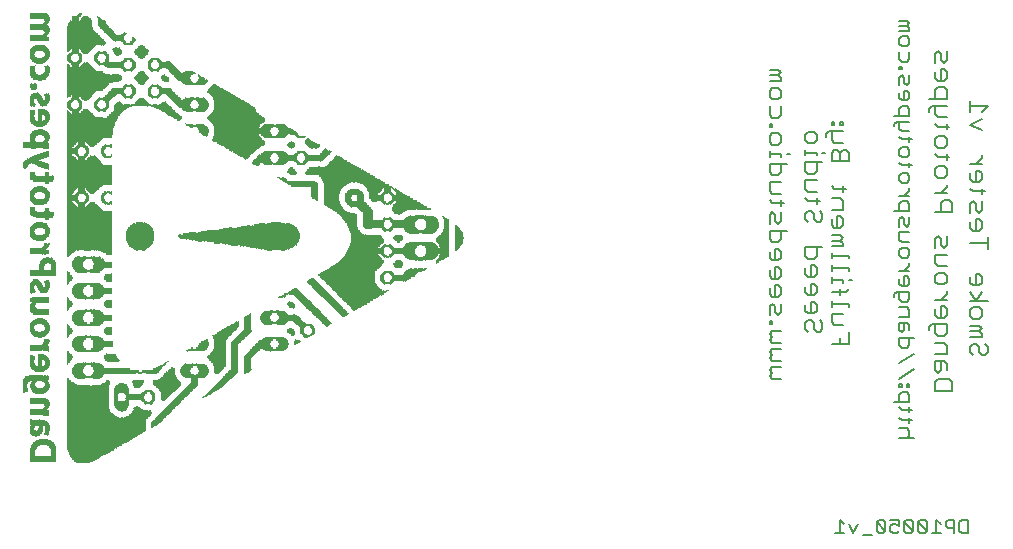
<source format=gbr>
G04 EAGLE Gerber RS-274X export*
G75*
%MOMM*%
%FSLAX34Y34*%
%LPD*%
%INSilkscreen Bottom*%
%IPPOS*%
%AMOC8*
5,1,8,0,0,1.08239X$1,22.5*%
G01*
%ADD10C,0.203200*%
%ADD11C,0.177800*%
%ADD12C,0.152400*%
%ADD13R,0.025400X1.117600*%
%ADD14R,0.025400X0.457200*%
%ADD15R,0.025400X0.533400*%
%ADD16R,0.025400X1.193800*%
%ADD17R,0.025400X0.558800*%
%ADD18R,0.025400X0.609600*%
%ADD19R,0.025400X1.219200*%
%ADD20R,0.025400X0.660400*%
%ADD21R,0.025400X1.244600*%
%ADD22R,0.025400X0.685800*%
%ADD23R,0.025400X1.270000*%
%ADD24R,0.025400X1.295400*%
%ADD25R,0.025400X0.711200*%
%ADD26R,0.025400X0.304800*%
%ADD27R,0.025400X0.635000*%
%ADD28R,0.025400X0.152400*%
%ADD29R,0.025400X0.584200*%
%ADD30R,0.025400X0.076200*%
%ADD31R,0.025400X0.508000*%
%ADD32R,0.025400X0.482600*%
%ADD33R,0.025400X0.330200*%
%ADD34R,0.025400X0.355600*%
%ADD35R,0.025400X0.431800*%
%ADD36R,0.025400X0.381000*%
%ADD37R,0.025400X0.406400*%
%ADD38R,0.025400X0.228600*%
%ADD39R,0.025400X0.254000*%
%ADD40R,0.025400X1.041400*%
%ADD41R,0.025400X0.762000*%
%ADD42R,0.025400X0.736600*%
%ADD43R,0.025400X0.965200*%
%ADD44R,0.025400X0.863600*%
%ADD45R,0.025400X0.787400*%
%ADD46R,0.025400X0.889000*%
%ADD47R,0.025400X0.812800*%
%ADD48R,0.025400X1.016000*%
%ADD49R,0.025400X0.914400*%
%ADD50R,0.025400X0.838200*%
%ADD51R,0.025400X0.939800*%
%ADD52R,0.025400X1.346200*%
%ADD53R,0.025400X0.990600*%
%ADD54R,0.025400X1.422400*%
%ADD55R,0.025400X1.143000*%
%ADD56R,0.025400X1.092200*%
%ADD57R,0.025400X1.371600*%
%ADD58R,0.025400X1.320800*%
%ADD59R,0.025400X1.397000*%
%ADD60R,0.025400X1.168400*%
%ADD61R,0.025400X1.498600*%
%ADD62R,0.025400X1.066800*%
%ADD63R,0.025400X1.524000*%
%ADD64R,0.025400X1.447800*%
%ADD65R,0.025400X1.549400*%
%ADD66R,0.025400X1.473200*%
%ADD67R,0.025400X1.600200*%
%ADD68R,0.025400X1.625600*%
%ADD69R,0.025400X1.651000*%
%ADD70R,0.025400X1.676400*%
%ADD71R,0.025400X0.279400*%
%ADD72R,0.025400X0.127000*%
%ADD73R,0.025400X0.177800*%
%ADD74R,0.025400X0.101600*%
%ADD75R,0.025400X0.050800*%
%ADD76R,0.025400X0.025400*%
%ADD77R,0.025400X2.311400*%
%ADD78R,0.025400X2.286000*%
%ADD79R,0.025400X0.203200*%
%ADD80R,0.025400X1.727200*%
%ADD81R,0.025400X1.574800*%
%ADD82R,0.025400X5.943600*%
%ADD83R,0.025400X12.446000*%
%ADD84R,0.025400X2.895600*%
%ADD85R,0.025400X2.032000*%
%ADD86R,0.025400X6.019800*%
%ADD87R,0.025400X12.344400*%
%ADD88R,0.025400X2.844800*%
%ADD89R,0.025400X2.133600*%
%ADD90R,0.025400X6.045200*%
%ADD91R,0.025400X12.319000*%
%ADD92R,0.025400X2.794000*%
%ADD93R,0.025400X6.096000*%
%ADD94R,0.025400X12.217400*%
%ADD95R,0.025400X2.743200*%
%ADD96R,0.025400X2.209800*%
%ADD97R,0.025400X6.172200*%
%ADD98R,0.025400X12.166600*%
%ADD99R,0.025400X2.692400*%
%ADD100R,0.025400X12.115800*%
%ADD101R,0.025400X2.641600*%
%ADD102R,0.025400X6.197600*%
%ADD103R,0.025400X12.065000*%
%ADD104R,0.025400X2.590800*%
%ADD105R,0.025400X2.362200*%
%ADD106R,0.025400X6.324600*%
%ADD107R,0.025400X12.014200*%
%ADD108R,0.025400X2.565400*%
%ADD109R,0.025400X2.438400*%
%ADD110R,0.025400X2.540000*%
%ADD111R,0.025400X6.350000*%
%ADD112R,0.025400X2.514600*%
%ADD113R,0.025400X2.489200*%
%ADD114R,0.025400X6.400800*%
%ADD115R,0.025400X11.887200*%
%ADD116R,0.025400X2.387600*%
%ADD117R,0.025400X2.413000*%
%ADD118R,0.025400X2.336800*%
%ADD119R,0.025400X11.861800*%
%ADD120R,0.025400X6.426200*%
%ADD121R,0.025400X11.811000*%
%ADD122R,0.025400X6.451600*%
%ADD123R,0.025400X6.527800*%
%ADD124R,0.025400X4.318000*%
%ADD125R,0.025400X3.276600*%
%ADD126R,0.025400X3.302000*%
%ADD127R,0.025400X3.429000*%
%ADD128R,0.025400X3.200400*%
%ADD129R,0.025400X6.477000*%
%ADD130R,0.025400X4.241800*%
%ADD131R,0.025400X3.251200*%
%ADD132R,0.025400X3.352800*%
%ADD133R,0.025400X3.175000*%
%ADD134R,0.025400X4.216400*%
%ADD135R,0.025400X3.327400*%
%ADD136R,0.025400X4.191000*%
%ADD137R,0.025400X3.124200*%
%ADD138R,0.025400X3.225800*%
%ADD139R,0.025400X4.165600*%
%ADD140R,0.025400X3.048000*%
%ADD141R,0.025400X3.149600*%
%ADD142R,0.025400X6.502400*%
%ADD143R,0.025400X4.114800*%
%ADD144R,0.025400X3.022600*%
%ADD145R,0.025400X4.064000*%
%ADD146R,0.025400X2.997200*%
%ADD147R,0.025400X6.578600*%
%ADD148R,0.025400X4.013200*%
%ADD149R,0.025400X2.946400*%
%ADD150R,0.025400X3.987800*%
%ADD151R,0.025400X6.553200*%
%ADD152R,0.025400X3.937000*%
%ADD153R,0.025400X3.911600*%
%ADD154R,0.025400X3.860800*%
%ADD155R,0.025400X3.835400*%
%ADD156R,0.025400X2.971800*%
%ADD157R,0.025400X3.810000*%
%ADD158R,0.025400X2.921000*%
%ADD159R,0.025400X3.784600*%
%ADD160R,0.025400X3.759200*%
%ADD161R,0.025400X3.708400*%
%ADD162R,0.025400X3.683000*%
%ADD163R,0.025400X2.870200*%
%ADD164R,0.025400X3.657600*%
%ADD165R,0.025400X3.632200*%
%ADD166R,0.025400X3.378200*%
%ADD167R,0.025400X3.403600*%
%ADD168R,0.025400X4.140200*%
%ADD169R,0.025400X4.089400*%
%ADD170R,0.025400X2.463800*%
%ADD171R,0.025400X2.616200*%
%ADD172R,0.025400X4.038600*%
%ADD173R,0.025400X2.667000*%
%ADD174R,0.025400X2.768600*%
%ADD175R,0.025400X2.819400*%
%ADD176R,0.025400X3.073400*%
%ADD177R,0.025400X3.098800*%
%ADD178R,0.025400X3.733800*%
%ADD179R,0.025400X2.717800*%
%ADD180R,0.025400X3.886200*%
%ADD181R,0.025400X3.962400*%
%ADD182R,0.025400X1.879600*%
%ADD183R,0.025400X1.854200*%
%ADD184R,0.025400X2.260600*%
%ADD185R,0.025400X2.159000*%
%ADD186R,0.025400X2.108200*%
%ADD187R,0.025400X6.375400*%
%ADD188R,0.025400X2.057400*%
%ADD189R,0.025400X2.006600*%
%ADD190R,0.025400X1.955800*%
%ADD191R,0.025400X1.930400*%
%ADD192R,0.025400X1.828800*%
%ADD193R,0.025400X1.752600*%
%ADD194R,0.025400X6.299200*%
%ADD195R,0.025400X6.273800*%
%ADD196R,0.025400X1.701800*%
%ADD197R,0.025400X2.235200*%
%ADD198R,0.025400X6.248400*%
%ADD199R,0.025400X2.184400*%
%ADD200R,0.025400X6.223000*%
%ADD201R,0.025400X6.146800*%
%ADD202R,0.025400X3.606800*%
%ADD203R,0.025400X3.581400*%
%ADD204R,0.025400X1.981200*%
%ADD205R,0.025400X3.556000*%
%ADD206R,0.025400X2.082800*%
%ADD207R,0.025400X3.530600*%
%ADD208R,0.025400X1.905000*%
%ADD209R,0.025400X3.505200*%
%ADD210R,0.025400X1.803400*%
%ADD211R,0.025400X3.479800*%
%ADD212R,0.025400X1.778000*%
%ADD213R,0.025400X3.454400*%
%ADD214R,0.025400X6.121400*%
%ADD215R,0.025400X4.826000*%
%ADD216R,0.025400X4.800600*%
%ADD217R,0.025400X4.851400*%
%ADD218R,0.025400X4.775200*%
%ADD219R,0.025400X4.749800*%
%ADD220R,0.025400X4.724400*%
%ADD221R,0.025400X4.673600*%
%ADD222R,0.025400X4.622800*%
%ADD223R,0.025400X4.572000*%
%ADD224R,0.025400X4.521200*%
%ADD225R,0.025400X4.495800*%
%ADD226R,0.025400X4.419600*%
%ADD227R,0.025400X4.394200*%
%ADD228R,0.025400X4.343400*%
%ADD229R,0.025400X4.292600*%
%ADD230R,0.025400X4.470400*%
%ADD231R,0.025400X4.546600*%
%ADD232R,0.025400X4.597400*%
%ADD233R,0.025400X4.648200*%
%ADD234R,0.025400X4.699000*%
%ADD235R,0.025400X4.876800*%
%ADD236R,0.025400X4.902200*%
%ADD237R,0.025400X4.953000*%
%ADD238R,0.025400X4.927600*%
%ADD239R,0.025400X4.368800*%
%ADD240R,0.025400X5.130800*%
%ADD241R,0.025400X5.283200*%
%ADD242R,0.025400X5.308600*%
%ADD243R,0.025400X5.486400*%
%ADD244R,0.025400X8.001000*%
%ADD245R,0.025400X8.026400*%
%ADD246R,0.025400X8.077200*%
%ADD247R,0.025400X8.102600*%
%ADD248R,0.025400X8.153400*%
%ADD249R,0.025400X8.178800*%
%ADD250R,0.025400X8.229600*%
%ADD251R,0.025400X8.255000*%
%ADD252R,0.025400X8.204200*%
%ADD253R,0.025400X8.128000*%
%ADD254R,0.025400X8.051800*%
%ADD255R,0.025400X7.950200*%
%ADD256R,0.025400X7.924800*%
%ADD257R,0.025400X7.010400*%
%ADD258R,0.025400X6.908800*%
%ADD259R,0.025400X6.832600*%
%ADD260R,0.025400X6.680200*%
%ADD261R,0.025400X6.654800*%
%ADD262R,0.025400X6.070600*%
%ADD263R,0.025400X5.994400*%
%ADD264R,0.025400X5.918200*%
%ADD265R,0.025400X5.892800*%
%ADD266R,0.025400X5.867400*%
%ADD267R,0.025400X5.816600*%
%ADD268R,0.025400X5.791200*%
%ADD269R,0.025400X5.765800*%
%ADD270R,0.025400X5.740400*%
%ADD271R,0.025400X5.715000*%
%ADD272R,0.025400X5.689600*%
%ADD273R,0.025400X5.664200*%
%ADD274R,0.025400X5.638800*%
%ADD275R,0.025400X5.588000*%
%ADD276R,0.025400X5.562600*%
%ADD277R,0.025400X5.537200*%
%ADD278R,0.025400X5.511800*%
%ADD279R,0.025400X5.435600*%


D10*
X943303Y170846D02*
X945761Y168388D01*
X945761Y163473D01*
X943303Y161016D01*
X940846Y161016D01*
X938388Y163473D01*
X938388Y168388D01*
X935931Y170846D01*
X933473Y170846D01*
X931016Y168388D01*
X931016Y163473D01*
X933473Y161016D01*
X931016Y176452D02*
X940846Y176452D01*
X940846Y178909D01*
X938388Y181367D01*
X931016Y181367D01*
X938388Y181367D02*
X940846Y183824D01*
X938388Y186282D01*
X931016Y186282D01*
X931016Y194346D02*
X931016Y199260D01*
X933473Y201718D01*
X938388Y201718D01*
X940846Y199260D01*
X940846Y194346D01*
X938388Y191888D01*
X933473Y191888D01*
X931016Y194346D01*
X931016Y207324D02*
X945761Y207324D01*
X935931Y207324D02*
X931016Y214696D01*
X935931Y207324D02*
X940846Y214696D01*
X931016Y222645D02*
X931016Y227560D01*
X931016Y222645D02*
X933473Y220188D01*
X938388Y220188D01*
X940846Y222645D01*
X940846Y227560D01*
X938388Y230017D01*
X935931Y230017D01*
X935931Y220188D01*
X931016Y255975D02*
X945761Y255975D01*
X945761Y260889D02*
X945761Y251060D01*
X931016Y268953D02*
X931016Y273868D01*
X931016Y268953D02*
X933473Y266496D01*
X938388Y266496D01*
X940846Y268953D01*
X940846Y273868D01*
X938388Y276325D01*
X935931Y276325D01*
X935931Y266496D01*
X931016Y281932D02*
X931016Y289304D01*
X933473Y291762D01*
X935931Y289304D01*
X935931Y284389D01*
X938388Y281932D01*
X940846Y284389D01*
X940846Y291762D01*
X943303Y299825D02*
X933473Y299825D01*
X931016Y302283D01*
X940846Y302283D02*
X940846Y297368D01*
X931016Y310116D02*
X931016Y315031D01*
X931016Y310116D02*
X933473Y307659D01*
X938388Y307659D01*
X940846Y310116D01*
X940846Y315031D01*
X938388Y317488D01*
X935931Y317488D01*
X935931Y307659D01*
X931016Y323095D02*
X940846Y323095D01*
X940846Y328009D02*
X935931Y323095D01*
X940846Y328009D02*
X940846Y330467D01*
X940846Y351394D02*
X931016Y356309D01*
X940846Y361224D01*
X940846Y366830D02*
X945761Y371745D01*
X931016Y371745D01*
X931016Y366830D02*
X931016Y376660D01*
X915761Y131016D02*
X901016Y131016D01*
X901016Y138388D01*
X903473Y140846D01*
X913303Y140846D01*
X915761Y138388D01*
X915761Y131016D01*
X910846Y148909D02*
X910846Y153824D01*
X908388Y156282D01*
X901016Y156282D01*
X901016Y148909D01*
X903473Y146452D01*
X905931Y148909D01*
X905931Y156282D01*
X901016Y161888D02*
X910846Y161888D01*
X910846Y169260D01*
X908388Y171718D01*
X901016Y171718D01*
X896101Y182239D02*
X896101Y184696D01*
X898559Y187154D01*
X910846Y187154D01*
X910846Y179782D01*
X908388Y177324D01*
X903473Y177324D01*
X901016Y179782D01*
X901016Y187154D01*
X901016Y195218D02*
X901016Y200133D01*
X901016Y195218D02*
X903473Y192760D01*
X908388Y192760D01*
X910846Y195218D01*
X910846Y200133D01*
X908388Y202590D01*
X905931Y202590D01*
X905931Y192760D01*
X901016Y208196D02*
X910846Y208196D01*
X905931Y208196D02*
X910846Y213111D01*
X910846Y215569D01*
X901016Y223517D02*
X901016Y228432D01*
X903473Y230889D01*
X908388Y230889D01*
X910846Y228432D01*
X910846Y223517D01*
X908388Y221060D01*
X903473Y221060D01*
X901016Y223517D01*
X903473Y236496D02*
X910846Y236496D01*
X903473Y236496D02*
X901016Y238953D01*
X901016Y246325D01*
X910846Y246325D01*
X901016Y251932D02*
X901016Y259304D01*
X903473Y261762D01*
X905931Y259304D01*
X905931Y254389D01*
X908388Y251932D01*
X910846Y254389D01*
X910846Y261762D01*
X915761Y282804D02*
X901016Y282804D01*
X915761Y282804D02*
X915761Y290176D01*
X913303Y292634D01*
X908388Y292634D01*
X905931Y290176D01*
X905931Y282804D01*
X901016Y298240D02*
X910846Y298240D01*
X905931Y298240D02*
X910846Y303155D01*
X910846Y305612D01*
X901016Y313561D02*
X901016Y318476D01*
X903473Y320933D01*
X908388Y320933D01*
X910846Y318476D01*
X910846Y313561D01*
X908388Y311103D01*
X903473Y311103D01*
X901016Y313561D01*
X903473Y328997D02*
X913303Y328997D01*
X903473Y328997D02*
X901016Y331454D01*
X910846Y331454D02*
X910846Y326539D01*
X901016Y339288D02*
X901016Y344202D01*
X903473Y346660D01*
X908388Y346660D01*
X910846Y344202D01*
X910846Y339288D01*
X908388Y336830D01*
X903473Y336830D01*
X901016Y339288D01*
X903473Y354724D02*
X913303Y354724D01*
X903473Y354724D02*
X901016Y357181D01*
X910846Y357181D02*
X910846Y352266D01*
X910846Y362557D02*
X903473Y362557D01*
X901016Y365014D01*
X901016Y372387D01*
X898559Y372387D02*
X910846Y372387D01*
X898559Y372387D02*
X896101Y369929D01*
X896101Y367472D01*
X896101Y377993D02*
X910846Y377993D01*
X910846Y385365D01*
X908388Y387823D01*
X903473Y387823D01*
X901016Y385365D01*
X901016Y377993D01*
X901016Y395886D02*
X901016Y400801D01*
X901016Y395886D02*
X903473Y393429D01*
X908388Y393429D01*
X910846Y395886D01*
X910846Y400801D01*
X908388Y403259D01*
X905931Y403259D01*
X905931Y393429D01*
X901016Y408865D02*
X901016Y416237D01*
X903473Y418695D01*
X905931Y416237D01*
X905931Y411322D01*
X908388Y408865D01*
X910846Y411322D01*
X910846Y418695D01*
X828261Y171016D02*
X813516Y171016D01*
X828261Y171016D02*
X828261Y180846D01*
X820888Y175931D02*
X820888Y171016D01*
X823346Y186452D02*
X815973Y186452D01*
X813516Y188909D01*
X813516Y196282D01*
X823346Y196282D01*
X828261Y201888D02*
X828261Y204346D01*
X813516Y204346D01*
X813516Y206803D02*
X813516Y201888D01*
X813516Y214636D02*
X825803Y214636D01*
X828261Y217094D01*
X820888Y217094D02*
X820888Y212179D01*
X823346Y222470D02*
X823346Y224927D01*
X813516Y224927D01*
X813516Y222470D02*
X813516Y227384D01*
X828261Y224927D02*
X830718Y224927D01*
X828261Y232760D02*
X828261Y235218D01*
X813516Y235218D01*
X813516Y237675D02*
X813516Y232760D01*
X828261Y243051D02*
X828261Y245508D01*
X813516Y245508D01*
X813516Y243051D02*
X813516Y247966D01*
X813516Y253342D02*
X823346Y253342D01*
X823346Y255799D01*
X820888Y258256D01*
X813516Y258256D01*
X820888Y258256D02*
X823346Y260714D01*
X820888Y263171D01*
X813516Y263171D01*
X813516Y271235D02*
X813516Y276150D01*
X813516Y271235D02*
X815973Y268778D01*
X820888Y268778D01*
X823346Y271235D01*
X823346Y276150D01*
X820888Y278607D01*
X818431Y278607D01*
X818431Y268778D01*
X813516Y284214D02*
X823346Y284214D01*
X823346Y291586D01*
X820888Y294043D01*
X813516Y294043D01*
X815973Y302107D02*
X825803Y302107D01*
X815973Y302107D02*
X813516Y304565D01*
X823346Y304565D02*
X823346Y299650D01*
X828261Y325377D02*
X813516Y325377D01*
X828261Y325377D02*
X828261Y332749D01*
X825803Y335206D01*
X823346Y335206D01*
X820888Y332749D01*
X818431Y335206D01*
X815973Y335206D01*
X813516Y332749D01*
X813516Y325377D01*
X820888Y325377D02*
X820888Y332749D01*
X823346Y340813D02*
X815973Y340813D01*
X813516Y343270D01*
X813516Y350642D01*
X811059Y350642D02*
X823346Y350642D01*
X811059Y350642D02*
X808601Y348185D01*
X808601Y345727D01*
X823346Y356249D02*
X823346Y358706D01*
X820888Y358706D01*
X820888Y356249D01*
X823346Y356249D01*
X815973Y356249D02*
X815973Y358706D01*
X813516Y358706D01*
X813516Y356249D01*
X815973Y356249D01*
X803303Y190846D02*
X805761Y188388D01*
X805761Y183473D01*
X803303Y181016D01*
X800846Y181016D01*
X798388Y183473D01*
X798388Y188388D01*
X795931Y190846D01*
X793473Y190846D01*
X791016Y188388D01*
X791016Y183473D01*
X793473Y181016D01*
X791016Y198909D02*
X791016Y203824D01*
X791016Y198909D02*
X793473Y196452D01*
X798388Y196452D01*
X800846Y198909D01*
X800846Y203824D01*
X798388Y206282D01*
X795931Y206282D01*
X795931Y196452D01*
X791016Y214346D02*
X791016Y219260D01*
X791016Y214346D02*
X793473Y211888D01*
X798388Y211888D01*
X800846Y214346D01*
X800846Y219260D01*
X798388Y221718D01*
X795931Y221718D01*
X795931Y211888D01*
X791016Y229782D02*
X791016Y234696D01*
X791016Y229782D02*
X793473Y227324D01*
X798388Y227324D01*
X800846Y229782D01*
X800846Y234696D01*
X798388Y237154D01*
X795931Y237154D01*
X795931Y227324D01*
X791016Y252590D02*
X805761Y252590D01*
X791016Y252590D02*
X791016Y245218D01*
X793473Y242760D01*
X798388Y242760D01*
X800846Y245218D01*
X800846Y252590D01*
X805761Y281005D02*
X803303Y283462D01*
X805761Y281005D02*
X805761Y276090D01*
X803303Y273632D01*
X800846Y273632D01*
X798388Y276090D01*
X798388Y281005D01*
X795931Y283462D01*
X793473Y283462D01*
X791016Y281005D01*
X791016Y276090D01*
X793473Y273632D01*
X793473Y291526D02*
X803303Y291526D01*
X793473Y291526D02*
X791016Y293983D01*
X800846Y293983D02*
X800846Y289068D01*
X800846Y299359D02*
X793473Y299359D01*
X791016Y301817D01*
X791016Y309189D01*
X800846Y309189D01*
X805761Y324625D02*
X791016Y324625D01*
X791016Y317253D01*
X793473Y314795D01*
X798388Y314795D01*
X800846Y317253D01*
X800846Y324625D01*
X800846Y330231D02*
X800846Y332689D01*
X791016Y332689D01*
X791016Y335146D02*
X791016Y330231D01*
X805761Y332689D02*
X808218Y332689D01*
X791016Y342979D02*
X791016Y347894D01*
X793473Y350352D01*
X798388Y350352D01*
X800846Y347894D01*
X800846Y342979D01*
X798388Y340522D01*
X793473Y340522D01*
X791016Y342979D01*
X770846Y141016D02*
X763473Y141016D01*
X761016Y143473D01*
X763473Y145931D01*
X761016Y148388D01*
X763473Y150846D01*
X770846Y150846D01*
X770846Y156452D02*
X763473Y156452D01*
X761016Y158909D01*
X763473Y161367D01*
X761016Y163824D01*
X763473Y166282D01*
X770846Y166282D01*
X770846Y171888D02*
X763473Y171888D01*
X761016Y174346D01*
X763473Y176803D01*
X761016Y179260D01*
X763473Y181718D01*
X770846Y181718D01*
X763473Y187324D02*
X761016Y187324D01*
X763473Y187324D02*
X763473Y189782D01*
X761016Y189782D01*
X761016Y187324D01*
X761016Y195042D02*
X761016Y202415D01*
X763473Y204872D01*
X765931Y202415D01*
X765931Y197500D01*
X768388Y195042D01*
X770846Y197500D01*
X770846Y204872D01*
X761016Y212936D02*
X761016Y217851D01*
X761016Y212936D02*
X763473Y210478D01*
X768388Y210478D01*
X770846Y212936D01*
X770846Y217851D01*
X768388Y220308D01*
X765931Y220308D01*
X765931Y210478D01*
X761016Y228372D02*
X761016Y233287D01*
X761016Y228372D02*
X763473Y225914D01*
X768388Y225914D01*
X770846Y228372D01*
X770846Y233287D01*
X768388Y235744D01*
X765931Y235744D01*
X765931Y225914D01*
X761016Y243808D02*
X761016Y248723D01*
X761016Y243808D02*
X763473Y241350D01*
X768388Y241350D01*
X770846Y243808D01*
X770846Y248723D01*
X768388Y251180D01*
X765931Y251180D01*
X765931Y241350D01*
X761016Y266616D02*
X775761Y266616D01*
X761016Y266616D02*
X761016Y259244D01*
X763473Y256786D01*
X768388Y256786D01*
X770846Y259244D01*
X770846Y266616D01*
X761016Y272223D02*
X761016Y279595D01*
X763473Y282052D01*
X765931Y279595D01*
X765931Y274680D01*
X768388Y272223D01*
X770846Y274680D01*
X770846Y282052D01*
X773303Y290116D02*
X763473Y290116D01*
X761016Y292573D01*
X770846Y292573D02*
X770846Y287659D01*
X770846Y297949D02*
X763473Y297949D01*
X761016Y300407D01*
X761016Y307779D01*
X770846Y307779D01*
X775761Y323215D02*
X761016Y323215D01*
X761016Y315843D01*
X763473Y313385D01*
X768388Y313385D01*
X770846Y315843D01*
X770846Y323215D01*
X770846Y328821D02*
X770846Y331279D01*
X761016Y331279D01*
X761016Y333736D02*
X761016Y328821D01*
X775761Y331279D02*
X778218Y331279D01*
X761016Y341570D02*
X761016Y346484D01*
X763473Y348942D01*
X768388Y348942D01*
X770846Y346484D01*
X770846Y341570D01*
X768388Y339112D01*
X763473Y339112D01*
X761016Y341570D01*
X761016Y354548D02*
X763473Y354548D01*
X763473Y357006D01*
X761016Y357006D01*
X761016Y354548D01*
X770846Y364724D02*
X770846Y372096D01*
X770846Y364724D02*
X768388Y362266D01*
X763473Y362266D01*
X761016Y364724D01*
X761016Y372096D01*
X761016Y380160D02*
X761016Y385075D01*
X763473Y387532D01*
X768388Y387532D01*
X770846Y385075D01*
X770846Y380160D01*
X768388Y377702D01*
X763473Y377702D01*
X761016Y380160D01*
X761016Y393138D02*
X770846Y393138D01*
X770846Y395596D01*
X768388Y398053D01*
X761016Y398053D01*
X768388Y398053D02*
X770846Y400511D01*
X768388Y402968D01*
X761016Y402968D01*
D11*
X870889Y90889D02*
X883346Y90889D01*
X879193Y92965D02*
X877117Y90889D01*
X879193Y92965D02*
X879193Y97117D01*
X877117Y99193D01*
X870889Y99193D01*
X872965Y106062D02*
X881270Y106062D01*
X872965Y106062D02*
X870889Y108138D01*
X879193Y108138D02*
X879193Y103986D01*
X881270Y114794D02*
X872965Y114794D01*
X870889Y116870D01*
X879193Y116870D02*
X879193Y112718D01*
X879193Y121449D02*
X866737Y121449D01*
X879193Y121449D02*
X879193Y127678D01*
X877117Y129754D01*
X872965Y129754D01*
X870889Y127678D01*
X870889Y121449D01*
X879193Y134547D02*
X879193Y136623D01*
X877117Y136623D01*
X877117Y134547D01*
X879193Y134547D01*
X872965Y134547D02*
X872965Y136623D01*
X870889Y136623D01*
X870889Y134547D01*
X872965Y134547D01*
X870889Y141095D02*
X883346Y149400D01*
X883346Y162497D02*
X870889Y154192D01*
X870889Y175594D02*
X883346Y175594D01*
X870889Y175594D02*
X870889Y169366D01*
X872965Y167290D01*
X877117Y167290D01*
X879193Y169366D01*
X879193Y175594D01*
X879193Y182463D02*
X879193Y186615D01*
X877117Y188691D01*
X870889Y188691D01*
X870889Y182463D01*
X872965Y180387D01*
X875041Y182463D01*
X875041Y188691D01*
X870889Y193484D02*
X879193Y193484D01*
X879193Y199712D01*
X877117Y201789D01*
X870889Y201789D01*
X866737Y210734D02*
X866737Y212810D01*
X868813Y214886D01*
X879193Y214886D01*
X879193Y208657D01*
X877117Y206581D01*
X872965Y206581D01*
X870889Y208657D01*
X870889Y214886D01*
X870889Y221755D02*
X870889Y225907D01*
X870889Y221755D02*
X872965Y219679D01*
X877117Y219679D01*
X879193Y221755D01*
X879193Y225907D01*
X877117Y227983D01*
X875041Y227983D01*
X875041Y219679D01*
X870889Y232776D02*
X879193Y232776D01*
X875041Y232776D02*
X879193Y236928D01*
X879193Y239004D01*
X870889Y245766D02*
X870889Y249919D01*
X872965Y251995D01*
X877117Y251995D01*
X879193Y249919D01*
X879193Y245766D01*
X877117Y243690D01*
X872965Y243690D01*
X870889Y245766D01*
X872965Y256788D02*
X879193Y256788D01*
X872965Y256788D02*
X870889Y258864D01*
X870889Y265092D01*
X879193Y265092D01*
X870889Y269885D02*
X870889Y276113D01*
X872965Y278189D01*
X875041Y276113D01*
X875041Y271961D01*
X877117Y269885D01*
X879193Y271961D01*
X879193Y278189D01*
X879193Y282982D02*
X866737Y282982D01*
X879193Y282982D02*
X879193Y289210D01*
X877117Y291286D01*
X872965Y291286D01*
X870889Y289210D01*
X870889Y282982D01*
X870889Y296079D02*
X879193Y296079D01*
X875041Y296079D02*
X879193Y300231D01*
X879193Y302308D01*
X870889Y309070D02*
X870889Y313222D01*
X872965Y315298D01*
X877117Y315298D01*
X879193Y313222D01*
X879193Y309070D01*
X877117Y306994D01*
X872965Y306994D01*
X870889Y309070D01*
X872965Y322167D02*
X881270Y322167D01*
X872965Y322167D02*
X870889Y324243D01*
X879193Y324243D02*
X879193Y320091D01*
X870889Y330898D02*
X870889Y335051D01*
X872965Y337127D01*
X877117Y337127D01*
X879193Y335051D01*
X879193Y330898D01*
X877117Y328822D01*
X872965Y328822D01*
X870889Y330898D01*
X872965Y343996D02*
X881270Y343996D01*
X872965Y343996D02*
X870889Y346072D01*
X879193Y346072D02*
X879193Y341920D01*
X879193Y350651D02*
X872965Y350651D01*
X870889Y352727D01*
X870889Y358956D01*
X868813Y358956D02*
X879193Y358956D01*
X868813Y358956D02*
X866737Y356879D01*
X866737Y354803D01*
X866737Y363748D02*
X879193Y363748D01*
X879193Y369977D01*
X877117Y372053D01*
X872965Y372053D01*
X870889Y369977D01*
X870889Y363748D01*
X870889Y378922D02*
X870889Y383074D01*
X870889Y378922D02*
X872965Y376846D01*
X877117Y376846D01*
X879193Y378922D01*
X879193Y383074D01*
X877117Y385150D01*
X875041Y385150D01*
X875041Y376846D01*
X870889Y389943D02*
X870889Y396171D01*
X872965Y398247D01*
X875041Y396171D01*
X875041Y392019D01*
X877117Y389943D01*
X879193Y392019D01*
X879193Y398247D01*
X872965Y403040D02*
X870889Y403040D01*
X872965Y403040D02*
X872965Y405116D01*
X870889Y405116D01*
X870889Y403040D01*
X879193Y411665D02*
X879193Y417893D01*
X879193Y411665D02*
X877117Y409589D01*
X872965Y409589D01*
X870889Y411665D01*
X870889Y417893D01*
X870889Y424762D02*
X870889Y428914D01*
X872965Y430990D01*
X877117Y430990D01*
X879193Y428914D01*
X879193Y424762D01*
X877117Y422686D01*
X872965Y422686D01*
X870889Y424762D01*
X870889Y435783D02*
X879193Y435783D01*
X879193Y437859D01*
X877117Y439935D01*
X870889Y439935D01*
X877117Y439935D02*
X879193Y442012D01*
X877117Y444088D01*
X870889Y444088D01*
D12*
X929238Y21948D02*
X929238Y10762D01*
X923645Y10762D01*
X921781Y12626D01*
X921781Y20083D01*
X923645Y21948D01*
X929238Y21948D01*
X917544Y21948D02*
X917544Y10762D01*
X917544Y21948D02*
X911951Y21948D01*
X910087Y20083D01*
X910087Y16355D01*
X911951Y14491D01*
X917544Y14491D01*
X905850Y18219D02*
X902122Y21948D01*
X902122Y10762D01*
X905850Y10762D02*
X898393Y10762D01*
X894156Y12626D02*
X894156Y20083D01*
X892292Y21948D01*
X888563Y21948D01*
X886699Y20083D01*
X886699Y12626D01*
X888563Y10762D01*
X892292Y10762D01*
X894156Y12626D01*
X886699Y20083D01*
X882462Y20083D02*
X882462Y12626D01*
X882462Y20083D02*
X880598Y21948D01*
X876869Y21948D01*
X875005Y20083D01*
X875005Y12626D01*
X876869Y10762D01*
X880598Y10762D01*
X882462Y12626D01*
X875005Y20083D01*
X870768Y21948D02*
X863311Y21948D01*
X870768Y21948D02*
X870768Y16355D01*
X867040Y18219D01*
X865175Y18219D01*
X863311Y16355D01*
X863311Y12626D01*
X865175Y10762D01*
X868904Y10762D01*
X870768Y12626D01*
X859074Y12626D02*
X859074Y20083D01*
X857210Y21948D01*
X853481Y21948D01*
X851617Y20083D01*
X851617Y12626D01*
X853481Y10762D01*
X857210Y10762D01*
X859074Y12626D01*
X851617Y20083D01*
X847380Y8898D02*
X839923Y8898D01*
X831958Y10762D02*
X835686Y18219D01*
X828229Y18219D02*
X831958Y10762D01*
X823992Y18219D02*
X820264Y21948D01*
X820264Y10762D01*
X823992Y10762D02*
X816535Y10762D01*
D13*
X130000Y135151D03*
D14*
X130000Y322095D03*
D15*
X130000Y338732D03*
D13*
X130254Y135151D03*
D14*
X130254Y322095D03*
D15*
X130254Y338732D03*
D16*
X130508Y135532D03*
D15*
X130508Y322476D03*
X130508Y338732D03*
D16*
X130762Y135786D03*
D17*
X130762Y322603D03*
D15*
X130762Y338732D03*
D16*
X131016Y136040D03*
D18*
X131016Y322603D03*
D15*
X131016Y338732D03*
D19*
X131270Y136167D03*
D20*
X131270Y322603D03*
D15*
X131270Y338732D03*
D21*
X131524Y136294D03*
D22*
X131524Y322730D03*
D15*
X131524Y338732D03*
D23*
X131778Y136421D03*
D22*
X131778Y322730D03*
D15*
X131778Y338732D03*
D24*
X132032Y136548D03*
D22*
X132032Y322730D03*
D15*
X132032Y338732D03*
D24*
X132286Y136548D03*
D25*
X132286Y322857D03*
D15*
X132286Y338732D03*
D24*
X132540Y136548D03*
D25*
X132540Y323111D03*
D15*
X132540Y338732D03*
D26*
X132794Y131595D03*
D27*
X132794Y140104D03*
D22*
X132794Y323492D03*
D15*
X132794Y338732D03*
D28*
X133048Y131087D03*
D29*
X133048Y140358D03*
D27*
X133048Y323746D03*
D15*
X133048Y338732D03*
D28*
X133302Y131087D03*
D17*
X133302Y140485D03*
D20*
X133302Y323873D03*
D15*
X133302Y338732D03*
D30*
X133556Y130706D03*
D17*
X133556Y140485D03*
D18*
X133556Y324381D03*
D15*
X133556Y338732D03*
D17*
X133810Y140739D03*
D29*
X133810Y324762D03*
D15*
X133810Y338732D03*
D17*
X134064Y140993D03*
X134064Y324889D03*
D15*
X134064Y338732D03*
X134318Y141120D03*
X134318Y325016D03*
X134318Y338732D03*
D31*
X134572Y141247D03*
X134572Y325397D03*
D15*
X134572Y338732D03*
D32*
X134826Y141374D03*
D15*
X134826Y325524D03*
X134826Y338732D03*
D14*
X135080Y141501D03*
D31*
X135080Y325651D03*
D15*
X135080Y338732D03*
X135334Y76350D03*
D33*
X135334Y97432D03*
D14*
X135334Y141501D03*
X135334Y155725D03*
D34*
X135334Y184173D03*
D26*
X135334Y200937D03*
D35*
X135334Y218336D03*
D34*
X135334Y265707D03*
X135334Y283233D03*
D36*
X135334Y295806D03*
X135334Y313332D03*
D31*
X135334Y325651D03*
D15*
X135334Y338732D03*
D26*
X135334Y345463D03*
D32*
X135334Y363370D03*
D37*
X135334Y376705D03*
D38*
X135334Y388770D03*
D37*
X135334Y402105D03*
D34*
X135334Y415821D03*
D17*
X135588Y76223D03*
D36*
X135588Y97432D03*
D14*
X135588Y141501D03*
D31*
X135588Y155725D03*
D37*
X135588Y184173D03*
D33*
X135588Y200810D03*
D32*
X135588Y218336D03*
D37*
X135588Y265707D03*
X135588Y283233D03*
X135588Y295679D03*
X135588Y313205D03*
D32*
X135588Y325778D03*
D15*
X135588Y338732D03*
D34*
X135588Y345463D03*
D15*
X135588Y363370D03*
D14*
X135588Y376705D03*
D39*
X135588Y388643D03*
D35*
X135588Y402232D03*
D37*
X135588Y415821D03*
D40*
X135842Y76096D03*
D32*
X135842Y97432D03*
D14*
X135842Y104417D03*
D32*
X135842Y112672D03*
D14*
X135842Y122705D03*
X135842Y141501D03*
D41*
X135842Y155979D03*
D15*
X135842Y167282D03*
D18*
X135842Y184173D03*
D32*
X135842Y201064D03*
D37*
X135842Y208303D03*
D22*
X135842Y218336D03*
D32*
X135842Y230782D03*
X135842Y249070D03*
D27*
X135842Y265834D03*
D29*
X135842Y283360D03*
D18*
X135842Y296187D03*
D17*
X135842Y313459D03*
D32*
X135842Y326032D03*
D15*
X135842Y338732D03*
D31*
X135842Y345463D03*
D41*
X135842Y363497D03*
D22*
X135842Y376578D03*
D34*
X135842Y388897D03*
D42*
X135842Y402232D03*
D27*
X135842Y415948D03*
D32*
X135842Y429664D03*
D31*
X135842Y439189D03*
D14*
X135842Y448587D03*
D16*
X136096Y76858D03*
D27*
X136096Y97432D03*
D14*
X136096Y104417D03*
D32*
X136096Y112672D03*
D14*
X136096Y122705D03*
D36*
X136096Y134770D03*
D32*
X136096Y141628D03*
D43*
X136096Y155979D03*
D15*
X136096Y167282D03*
D41*
X136096Y184173D03*
D27*
X136096Y201064D03*
D37*
X136096Y208303D03*
D44*
X136096Y218209D03*
D32*
X136096Y230782D03*
X136096Y249070D03*
D45*
X136096Y265834D03*
D27*
X136096Y283106D03*
D45*
X136096Y296060D03*
D27*
X136096Y313078D03*
D32*
X136096Y326032D03*
D15*
X136096Y338732D03*
D18*
X136096Y345463D03*
D43*
X136096Y363497D03*
D46*
X136096Y376578D03*
D37*
X136096Y388897D03*
D47*
X136096Y402105D03*
D45*
X136096Y415948D03*
D32*
X136096Y429664D03*
D31*
X136096Y439189D03*
D14*
X136096Y448587D03*
D16*
X136350Y76858D03*
D22*
X136350Y97432D03*
D14*
X136350Y104417D03*
D32*
X136350Y112672D03*
D14*
X136350Y122705D03*
D35*
X136350Y134770D03*
D32*
X136350Y141628D03*
D48*
X136350Y155979D03*
D31*
X136350Y167409D03*
D45*
X136350Y184046D03*
D22*
X136350Y201064D03*
D37*
X136350Y208303D03*
D49*
X136350Y218209D03*
D32*
X136350Y230782D03*
X136350Y249070D03*
D50*
X136350Y265834D03*
D20*
X136350Y282979D03*
D47*
X136350Y295933D03*
D20*
X136350Y312951D03*
D31*
X136350Y326159D03*
D15*
X136350Y338732D03*
D20*
X136350Y345463D03*
D48*
X136350Y363497D03*
D51*
X136350Y376578D03*
D35*
X136350Y388770D03*
D50*
X136350Y401978D03*
X136350Y415948D03*
D32*
X136350Y429664D03*
D31*
X136350Y439189D03*
D14*
X136350Y448587D03*
D52*
X136604Y77620D03*
D41*
X136604Y97559D03*
D14*
X136604Y104163D03*
D32*
X136604Y112672D03*
D14*
X136604Y122705D03*
D27*
X136604Y134770D03*
D32*
X136604Y141628D03*
D13*
X136604Y155725D03*
D32*
X136604Y167536D03*
D53*
X136604Y184046D03*
D45*
X136604Y201064D03*
D37*
X136604Y208303D03*
D53*
X136604Y218336D03*
D32*
X136604Y230782D03*
X136604Y249070D03*
D51*
X136604Y265834D03*
D42*
X136604Y282598D03*
D53*
X136604Y296060D03*
D22*
X136604Y312824D03*
D15*
X136604Y326286D03*
D52*
X136604Y342796D03*
D13*
X136604Y362989D03*
D53*
X136604Y376832D03*
D32*
X136604Y388516D03*
D49*
X136604Y401597D03*
D40*
X136604Y415948D03*
D32*
X136604Y429664D03*
D31*
X136604Y439189D03*
D14*
X136604Y448587D03*
D54*
X136858Y78001D03*
D24*
X136858Y99972D03*
D32*
X136858Y112672D03*
D14*
X136858Y122705D03*
D42*
X136858Y134770D03*
D14*
X136858Y141755D03*
D55*
X136858Y155344D03*
D32*
X136858Y167536D03*
D40*
X136858Y184046D03*
D50*
X136858Y201064D03*
D37*
X136858Y208303D03*
D48*
X136858Y218463D03*
D32*
X136858Y230782D03*
X136858Y249070D03*
D56*
X136858Y265834D03*
D42*
X136858Y282598D03*
D56*
X136858Y296060D03*
D25*
X136858Y312697D03*
D15*
X136858Y326286D03*
D57*
X136858Y342923D03*
D55*
X136858Y362862D03*
D40*
X136858Y377086D03*
D31*
X136858Y388643D03*
D53*
X136858Y401216D03*
D56*
X136858Y415948D03*
D32*
X136858Y429664D03*
D31*
X136858Y439189D03*
D14*
X136858Y448587D03*
D54*
X137112Y78001D03*
D58*
X137112Y99845D03*
D32*
X137112Y112672D03*
D14*
X137112Y122705D03*
D42*
X137112Y134770D03*
D14*
X137112Y141755D03*
D55*
X137112Y155090D03*
D32*
X137112Y167536D03*
D56*
X137112Y184046D03*
D46*
X137112Y201064D03*
D37*
X137112Y208303D03*
D48*
X137112Y218717D03*
D32*
X137112Y230782D03*
X137112Y249070D03*
D55*
X137112Y265834D03*
D42*
X137112Y282598D03*
D13*
X137112Y295933D03*
D25*
X137112Y312697D03*
D17*
X137112Y326159D03*
D59*
X137112Y343050D03*
D60*
X137112Y362735D03*
D40*
X137112Y377086D03*
D17*
X137112Y388643D03*
D53*
X137112Y401216D03*
D56*
X137112Y415948D03*
D32*
X137112Y429664D03*
D31*
X137112Y439189D03*
D14*
X137112Y448587D03*
D61*
X137366Y78382D03*
D52*
X137366Y99718D03*
D32*
X137366Y112672D03*
D14*
X137366Y122705D03*
D50*
X137366Y134516D03*
D14*
X137366Y141755D03*
D60*
X137366Y154963D03*
D32*
X137366Y167536D03*
D55*
X137366Y184046D03*
D49*
X137366Y201191D03*
D37*
X137366Y208303D03*
D48*
X137366Y218971D03*
D32*
X137366Y230782D03*
X137366Y249070D03*
D16*
X137366Y265834D03*
D41*
X137366Y282471D03*
D60*
X137366Y295933D03*
D25*
X137366Y312697D03*
D18*
X137366Y326159D03*
D54*
X137366Y343177D03*
D16*
X137366Y362608D03*
D62*
X137366Y377213D03*
D29*
X137366Y388516D03*
D48*
X137366Y401089D03*
D55*
X137366Y415694D03*
D32*
X137366Y429664D03*
D31*
X137366Y439189D03*
D14*
X137366Y448587D03*
D63*
X137620Y78509D03*
D52*
X137620Y99718D03*
D32*
X137620Y112672D03*
D14*
X137620Y122705D03*
D59*
X137620Y137056D03*
D60*
X137620Y154963D03*
D32*
X137620Y167536D03*
D16*
X137620Y184046D03*
D57*
X137620Y203477D03*
D40*
X137620Y219098D03*
D32*
X137620Y230782D03*
X137620Y249070D03*
D21*
X137620Y265834D03*
D41*
X137620Y282471D03*
D16*
X137620Y296060D03*
D42*
X137620Y312570D03*
D18*
X137620Y326159D03*
D64*
X137620Y343304D03*
D16*
X137620Y362608D03*
D56*
X137620Y377340D03*
D29*
X137620Y388516D03*
D40*
X137620Y400962D03*
D16*
X137620Y415948D03*
D32*
X137620Y429664D03*
D31*
X137620Y439189D03*
D14*
X137620Y448587D03*
D65*
X137874Y78636D03*
D52*
X137874Y99718D03*
D32*
X137874Y112672D03*
D14*
X137874Y122705D03*
D59*
X137874Y137056D03*
D16*
X137874Y154836D03*
D32*
X137874Y167536D03*
D21*
X137874Y184046D03*
D57*
X137874Y203477D03*
D62*
X137874Y219225D03*
D32*
X137874Y230782D03*
X137874Y249070D03*
D24*
X137874Y265834D03*
D45*
X137874Y282344D03*
D21*
X137874Y296060D03*
D41*
X137874Y312443D03*
D27*
X137874Y326286D03*
D66*
X137874Y343431D03*
D16*
X137874Y362608D03*
D13*
X137874Y377467D03*
D29*
X137874Y388516D03*
D62*
X137874Y400835D03*
D16*
X137874Y415948D03*
D32*
X137874Y429664D03*
D31*
X137874Y439189D03*
D14*
X137874Y448587D03*
D67*
X138128Y78890D03*
D57*
X138128Y99591D03*
D32*
X138128Y112672D03*
D14*
X138128Y122705D03*
D59*
X138128Y137056D03*
D19*
X138128Y154709D03*
D32*
X138128Y167536D03*
D24*
X138128Y184046D03*
D59*
X138128Y203350D03*
D56*
X138128Y219352D03*
D32*
X138128Y230782D03*
X138128Y249070D03*
D52*
X138128Y265834D03*
D47*
X138128Y282217D03*
D24*
X138128Y296060D03*
D41*
X138128Y312443D03*
D22*
X138128Y326286D03*
D61*
X138128Y343558D03*
D19*
X138128Y362481D03*
D13*
X138128Y377467D03*
D29*
X138128Y388516D03*
D56*
X138128Y400708D03*
D21*
X138128Y415948D03*
D32*
X138128Y429664D03*
D31*
X138128Y439189D03*
D14*
X138128Y448587D03*
D68*
X138382Y79017D03*
D59*
X138382Y99464D03*
D32*
X138382Y112672D03*
D14*
X138382Y122705D03*
D64*
X138382Y136802D03*
D19*
X138382Y154455D03*
D32*
X138382Y167536D03*
D52*
X138382Y184046D03*
D54*
X138382Y203223D03*
D56*
X138382Y219352D03*
D32*
X138382Y230782D03*
X138382Y249070D03*
D52*
X138382Y265834D03*
D47*
X138382Y282217D03*
D52*
X138382Y296060D03*
D45*
X138382Y312316D03*
D22*
X138382Y326286D03*
D61*
X138382Y343558D03*
D21*
X138382Y362100D03*
D55*
X138382Y377594D03*
D29*
X138382Y388516D03*
D56*
X138382Y400454D03*
D59*
X138382Y415948D03*
D32*
X138382Y429664D03*
D31*
X138382Y439189D03*
D14*
X138382Y448587D03*
D69*
X138636Y79144D03*
D54*
X138636Y99337D03*
D32*
X138636Y112672D03*
D14*
X138636Y122705D03*
D64*
X138636Y136802D03*
D21*
X138636Y154328D03*
D32*
X138636Y167536D03*
D57*
X138636Y184173D03*
D64*
X138636Y203096D03*
D13*
X138636Y219479D03*
D32*
X138636Y230782D03*
X138636Y249070D03*
D52*
X138636Y265834D03*
D47*
X138636Y282217D03*
D59*
X138636Y296060D03*
D45*
X138636Y312316D03*
D22*
X138636Y326286D03*
D61*
X138636Y343558D03*
D19*
X138636Y361973D03*
D55*
X138636Y377594D03*
D29*
X138636Y388516D03*
D13*
X138636Y400327D03*
D59*
X138636Y415948D03*
D32*
X138636Y429664D03*
D31*
X138636Y439189D03*
D14*
X138636Y448587D03*
D70*
X138890Y79271D03*
D29*
X138890Y95146D03*
D20*
X138890Y103147D03*
D32*
X138890Y112672D03*
D14*
X138890Y122705D03*
D66*
X138890Y136675D03*
D42*
X138890Y151534D03*
D71*
X138890Y159154D03*
D32*
X138890Y167536D03*
D18*
X138890Y180363D03*
D29*
X138890Y188110D03*
D64*
X138890Y203096D03*
D26*
X138890Y215415D03*
D29*
X138890Y222400D03*
D32*
X138890Y230782D03*
X138890Y249070D03*
D27*
X138890Y262024D03*
D18*
X138890Y269771D03*
D47*
X138890Y282217D03*
D20*
X138890Y292123D03*
D27*
X138890Y300124D03*
D45*
X138890Y312316D03*
D25*
X138890Y326413D03*
D63*
X138890Y343685D03*
D25*
X138890Y359179D03*
D26*
X138890Y366545D03*
X138890Y373403D03*
D15*
X138890Y380642D03*
D29*
X138890Y388516D03*
D13*
X138890Y400327D03*
D27*
X138890Y412138D03*
D18*
X138890Y419885D03*
D32*
X138890Y429664D03*
D31*
X138890Y439189D03*
D14*
X138890Y448587D03*
D15*
X139144Y73556D03*
D46*
X139144Y83462D03*
D17*
X139144Y95019D03*
D29*
X139144Y103528D03*
D32*
X139144Y112672D03*
D14*
X139144Y122705D03*
D66*
X139144Y136675D03*
D18*
X139144Y150899D03*
D72*
X139144Y159916D03*
D32*
X139144Y167536D03*
D17*
X139144Y179855D03*
X139144Y188491D03*
D64*
X139144Y203096D03*
D73*
X139144Y214780D03*
D31*
X139144Y222781D03*
D32*
X139144Y230782D03*
X139144Y249070D03*
D17*
X139144Y261643D03*
X139144Y270025D03*
D27*
X139144Y281328D03*
D28*
X139144Y285519D03*
D29*
X139144Y291742D03*
X139144Y300378D03*
D45*
X139144Y312316D03*
D42*
X139144Y326286D03*
X139144Y339748D03*
D18*
X139144Y348257D03*
X139144Y358671D03*
D74*
X139144Y367561D03*
D73*
X139144Y373022D03*
D31*
X139144Y380769D03*
D17*
X139144Y388643D03*
D42*
X139144Y398422D03*
D28*
X139144Y405153D03*
D17*
X139144Y411503D03*
X139144Y420393D03*
D32*
X139144Y429664D03*
D31*
X139144Y439189D03*
D14*
X139144Y448587D03*
D15*
X139398Y73556D03*
D49*
X139398Y83589D03*
D15*
X139398Y94892D03*
D17*
X139398Y103655D03*
D32*
X139398Y112672D03*
D14*
X139398Y122705D03*
D61*
X139398Y136548D03*
D18*
X139398Y150899D03*
D30*
X139398Y159916D03*
D32*
X139398Y167536D03*
D17*
X139398Y179601D03*
D29*
X139398Y188618D03*
D64*
X139398Y203096D03*
D73*
X139398Y214780D03*
D31*
X139398Y222781D03*
D32*
X139398Y230782D03*
X139398Y249070D03*
D29*
X139398Y261516D03*
X139398Y270152D03*
D18*
X139398Y281201D03*
D72*
X139398Y285392D03*
D17*
X139398Y291615D03*
X139398Y300505D03*
D27*
X139398Y311554D03*
D72*
X139398Y315618D03*
D41*
X139398Y326159D03*
D25*
X139398Y339621D03*
D18*
X139398Y348511D03*
X139398Y358417D03*
D74*
X139398Y367561D03*
D72*
X139398Y373022D03*
D32*
X139398Y380896D03*
D15*
X139398Y388770D03*
D25*
X139398Y398295D03*
D28*
X139398Y405153D03*
D17*
X139398Y411249D03*
X139398Y420647D03*
D32*
X139398Y429664D03*
D31*
X139398Y439189D03*
D14*
X139398Y448587D03*
D15*
X139652Y73556D03*
D41*
X139652Y84351D03*
D15*
X139652Y94892D03*
X139652Y103782D03*
D32*
X139652Y112672D03*
D14*
X139652Y122705D03*
D20*
X139652Y132103D03*
D27*
X139652Y140866D03*
D17*
X139652Y150391D03*
D32*
X139652Y167536D03*
D15*
X139652Y179474D03*
D29*
X139652Y188872D03*
D18*
X139652Y198651D03*
X139652Y207287D03*
D30*
X139652Y214526D03*
D31*
X139652Y222781D03*
D32*
X139652Y230782D03*
X139652Y249070D03*
D29*
X139652Y261262D03*
X139652Y270406D03*
D17*
X139652Y280693D03*
X139652Y291361D03*
D15*
X139652Y300632D03*
X139652Y311046D03*
D41*
X139652Y326159D03*
D20*
X139652Y339367D03*
D18*
X139652Y348765D03*
D29*
X139652Y358036D03*
D30*
X139652Y372768D03*
D14*
X139652Y381023D03*
D15*
X139652Y388770D03*
D27*
X139652Y397660D03*
D75*
X139652Y405661D03*
D15*
X139652Y411122D03*
X139652Y420774D03*
D32*
X139652Y429664D03*
D31*
X139652Y439189D03*
D14*
X139652Y448587D03*
D15*
X139906Y73556D03*
D25*
X139906Y84859D03*
D31*
X139906Y94765D03*
X139906Y103909D03*
D32*
X139906Y112672D03*
D14*
X139906Y122705D03*
D29*
X139906Y131722D03*
X139906Y141120D03*
D31*
X139906Y150137D03*
D32*
X139906Y167536D03*
D15*
X139906Y179220D03*
D17*
X139906Y188999D03*
D29*
X139906Y198524D03*
X139906Y207414D03*
D32*
X139906Y222908D03*
X139906Y230782D03*
X139906Y249070D03*
D17*
X139906Y261135D03*
X139906Y270787D03*
D15*
X139906Y280566D03*
X139906Y291234D03*
X139906Y300886D03*
X139906Y310792D03*
D41*
X139906Y326159D03*
D27*
X139906Y339240D03*
D29*
X139906Y348892D03*
D31*
X139906Y357655D03*
D14*
X139906Y381023D03*
D31*
X139906Y388643D03*
D29*
X139906Y397406D03*
D17*
X139906Y410995D03*
D31*
X139906Y420901D03*
D32*
X139906Y429664D03*
D31*
X139906Y439189D03*
D14*
X139906Y448587D03*
D15*
X140160Y73556D03*
D25*
X140160Y84859D03*
D31*
X140160Y94765D03*
X140160Y103909D03*
D32*
X140160Y112672D03*
D14*
X140160Y122705D03*
D17*
X140160Y131595D03*
X140160Y141247D03*
D31*
X140160Y149883D03*
D32*
X140160Y167536D03*
D15*
X140160Y179220D03*
X140160Y189126D03*
D17*
X140160Y198397D03*
X140160Y207541D03*
D32*
X140160Y222908D03*
X140160Y230782D03*
X140160Y249070D03*
D15*
X140160Y261008D03*
D17*
X140160Y270787D03*
D31*
X140160Y280439D03*
D17*
X140160Y291107D03*
D15*
X140160Y301140D03*
X140160Y310538D03*
D45*
X140160Y326286D03*
D18*
X140160Y339113D03*
D17*
X140160Y349019D03*
D32*
X140160Y357528D03*
D14*
X140160Y381023D03*
D32*
X140160Y388516D03*
D29*
X140160Y397152D03*
D17*
X140160Y410995D03*
D31*
X140160Y420901D03*
D32*
X140160Y429664D03*
D31*
X140160Y439189D03*
D14*
X140160Y448587D03*
D15*
X140414Y73556D03*
D18*
X140414Y85367D03*
D31*
X140414Y94765D03*
X140414Y103909D03*
D32*
X140414Y112672D03*
D14*
X140414Y122705D03*
D17*
X140414Y131341D03*
D15*
X140414Y141374D03*
D31*
X140414Y149629D03*
D32*
X140414Y167536D03*
D15*
X140414Y179220D03*
X140414Y189380D03*
X140414Y198270D03*
X140414Y207668D03*
D31*
X140414Y222781D03*
D32*
X140414Y230782D03*
X140414Y249070D03*
D15*
X140414Y260754D03*
X140414Y270914D03*
D32*
X140414Y280312D03*
D29*
X140414Y290980D03*
D31*
X140414Y301267D03*
X140414Y310411D03*
D50*
X140414Y326286D03*
D29*
X140414Y338986D03*
D15*
X140414Y349400D03*
D32*
X140414Y357274D03*
D14*
X140414Y381023D03*
D37*
X140414Y388897D03*
D29*
X140414Y396898D03*
D15*
X140414Y410868D03*
X140414Y421028D03*
D32*
X140414Y429664D03*
D31*
X140414Y439189D03*
D14*
X140414Y448587D03*
D15*
X140668Y73556D03*
D27*
X140668Y85748D03*
D31*
X140668Y94765D03*
X140668Y103909D03*
D32*
X140668Y112672D03*
D14*
X140668Y122705D03*
D15*
X140668Y131214D03*
X140668Y141374D03*
D31*
X140668Y149629D03*
D32*
X140668Y167536D03*
D15*
X140668Y178966D03*
D31*
X140668Y189507D03*
D15*
X140668Y198270D03*
X140668Y207668D03*
X140668Y222654D03*
D32*
X140668Y230782D03*
X140668Y249070D03*
D15*
X140668Y260754D03*
D31*
X140668Y271041D03*
D32*
X140668Y280312D03*
D15*
X140668Y290726D03*
X140668Y301394D03*
D31*
X140668Y310411D03*
D50*
X140668Y326286D03*
D17*
X140668Y338859D03*
D31*
X140668Y349527D03*
D32*
X140668Y357274D03*
X140668Y380896D03*
D33*
X140668Y388770D03*
D17*
X140668Y396771D03*
D15*
X140668Y410868D03*
D31*
X140668Y421155D03*
D32*
X140668Y429664D03*
D31*
X140668Y439189D03*
D14*
X140668Y448587D03*
D15*
X140922Y73556D03*
D18*
X140922Y85875D03*
D31*
X140922Y94765D03*
X140922Y103909D03*
D32*
X140922Y112672D03*
D14*
X140922Y122705D03*
D15*
X140922Y131214D03*
D31*
X140922Y141501D03*
D32*
X140922Y149502D03*
X140922Y167536D03*
D15*
X140922Y178712D03*
D32*
X140922Y189634D03*
D31*
X140922Y198143D03*
X140922Y207795D03*
D17*
X140922Y222527D03*
D32*
X140922Y230782D03*
X140922Y249070D03*
D17*
X140922Y260627D03*
D31*
X140922Y271295D03*
D32*
X140922Y280312D03*
D15*
X140922Y290726D03*
X140922Y301394D03*
D31*
X140922Y310411D03*
D44*
X140922Y326159D03*
D15*
X140922Y338732D03*
D32*
X140922Y349654D03*
X140922Y357274D03*
D31*
X140922Y380769D03*
D26*
X140922Y388643D03*
D15*
X140922Y396644D03*
D31*
X140922Y410741D03*
D32*
X140922Y421282D03*
X140922Y429664D03*
D31*
X140922Y439189D03*
D14*
X140922Y448587D03*
D15*
X141176Y73556D03*
D18*
X141176Y86129D03*
D31*
X141176Y94765D03*
X141176Y103909D03*
D32*
X141176Y112672D03*
D14*
X141176Y122705D03*
D15*
X141176Y131214D03*
D32*
X141176Y141628D03*
D14*
X141176Y149375D03*
D32*
X141176Y167536D03*
D15*
X141176Y178712D03*
D32*
X141176Y189634D03*
X141176Y198016D03*
X141176Y207922D03*
D29*
X141176Y222400D03*
D32*
X141176Y230782D03*
X141176Y249070D03*
D29*
X141176Y260500D03*
D15*
X141176Y271422D03*
D14*
X141176Y280185D03*
D15*
X141176Y290726D03*
X141176Y301394D03*
D31*
X141176Y310411D03*
D46*
X141176Y326032D03*
D15*
X141176Y338732D03*
D32*
X141176Y349654D03*
D14*
X141176Y357147D03*
D15*
X141176Y380642D03*
D28*
X141176Y388643D03*
D15*
X141176Y396390D03*
D32*
X141176Y410614D03*
X141176Y421282D03*
X141176Y429664D03*
D31*
X141176Y439189D03*
D14*
X141176Y448587D03*
D15*
X141430Y73556D03*
D29*
X141430Y86256D03*
D15*
X141430Y94892D03*
D31*
X141430Y103909D03*
D32*
X141430Y112672D03*
D14*
X141430Y122705D03*
D15*
X141430Y131214D03*
D32*
X141430Y141628D03*
D14*
X141430Y149375D03*
D32*
X141430Y167536D03*
D15*
X141430Y178712D03*
D31*
X141430Y189761D03*
D32*
X141430Y198016D03*
X141430Y207922D03*
D18*
X141430Y222273D03*
D32*
X141430Y230782D03*
X141430Y249070D03*
D17*
X141430Y260373D03*
D31*
X141430Y271549D03*
D14*
X141430Y280185D03*
D31*
X141430Y290599D03*
X141430Y301521D03*
X141430Y310411D03*
D14*
X141430Y323873D03*
D35*
X141430Y328572D03*
D15*
X141430Y338732D03*
D32*
X141430Y349654D03*
D14*
X141430Y357147D03*
D18*
X141430Y380261D03*
D15*
X141430Y396390D03*
D32*
X141430Y410614D03*
D31*
X141430Y421409D03*
D32*
X141430Y429664D03*
D31*
X141430Y439189D03*
D14*
X141430Y448587D03*
D15*
X141684Y73556D03*
D17*
X141684Y86383D03*
D31*
X141684Y95019D03*
X141684Y103909D03*
D32*
X141684Y112672D03*
D14*
X141684Y122705D03*
D15*
X141684Y130960D03*
D32*
X141684Y141628D03*
D14*
X141684Y149375D03*
D32*
X141684Y167536D03*
D15*
X141684Y178712D03*
X141684Y189888D03*
D32*
X141684Y198016D03*
X141684Y207922D03*
D27*
X141684Y222146D03*
D32*
X141684Y230782D03*
X141684Y249070D03*
D15*
X141684Y260246D03*
D31*
X141684Y271549D03*
D14*
X141684Y280185D03*
D31*
X141684Y290599D03*
D32*
X141684Y301648D03*
D31*
X141684Y310411D03*
D14*
X141684Y323873D03*
D37*
X141684Y328699D03*
D15*
X141684Y338732D03*
D32*
X141684Y349654D03*
D14*
X141684Y357147D03*
D18*
X141684Y380261D03*
D15*
X141684Y396390D03*
D32*
X141684Y410614D03*
D15*
X141684Y421536D03*
D32*
X141684Y429664D03*
D31*
X141684Y439189D03*
D14*
X141684Y448587D03*
D15*
X141938Y73556D03*
X141938Y86510D03*
D32*
X141938Y95146D03*
D31*
X141938Y103909D03*
D32*
X141938Y112672D03*
D14*
X141938Y122705D03*
D15*
X141938Y130706D03*
D32*
X141938Y141628D03*
D14*
X141938Y149375D03*
D32*
X141938Y167536D03*
D15*
X141938Y178712D03*
X141938Y189888D03*
D32*
X141938Y198016D03*
X141938Y207922D03*
D42*
X141938Y221638D03*
D32*
X141938Y230782D03*
X141938Y249070D03*
D15*
X141938Y260246D03*
D31*
X141938Y271549D03*
D14*
X141938Y280185D03*
D31*
X141938Y290599D03*
D32*
X141938Y301648D03*
D31*
X141938Y310411D03*
D35*
X141938Y323746D03*
D37*
X141938Y328699D03*
D15*
X141938Y338732D03*
D32*
X141938Y349654D03*
D14*
X141938Y357147D03*
D25*
X141938Y379753D03*
D15*
X141938Y396390D03*
D32*
X141938Y410614D03*
D31*
X141938Y421663D03*
D32*
X141938Y429664D03*
D31*
X141938Y439189D03*
D14*
X141938Y448587D03*
D15*
X142192Y73556D03*
D29*
X142192Y86764D03*
D17*
X142192Y95527D03*
D31*
X142192Y103909D03*
D32*
X142192Y112672D03*
D14*
X142192Y122705D03*
D15*
X142192Y130706D03*
D32*
X142192Y141628D03*
D61*
X142192Y154582D03*
D32*
X142192Y167536D03*
D31*
X142192Y178585D03*
D15*
X142192Y189888D03*
D32*
X142192Y198016D03*
X142192Y207922D03*
D50*
X142192Y220876D03*
D32*
X142192Y230782D03*
X142192Y249070D03*
D15*
X142192Y260246D03*
D31*
X142192Y271549D03*
D14*
X142192Y280185D03*
D31*
X142192Y290599D03*
D32*
X142192Y301648D03*
D31*
X142192Y310411D03*
D14*
X142192Y323619D03*
D35*
X142192Y328826D03*
D15*
X142192Y338732D03*
X142192Y349908D03*
D66*
X142192Y362227D03*
D47*
X142192Y379245D03*
D32*
X142192Y396136D03*
X142192Y410360D03*
D31*
X142192Y421663D03*
D32*
X142192Y429664D03*
D31*
X142192Y439189D03*
D14*
X142192Y448587D03*
D15*
X142446Y73556D03*
D17*
X142446Y86891D03*
D29*
X142446Y95654D03*
D31*
X142446Y103909D03*
D32*
X142446Y112672D03*
D14*
X142446Y122705D03*
D15*
X142446Y130706D03*
D32*
X142446Y141628D03*
D61*
X142446Y154582D03*
D32*
X142446Y167536D03*
D31*
X142446Y178585D03*
D15*
X142446Y189888D03*
D32*
X142446Y198016D03*
X142446Y207922D03*
D50*
X142446Y220622D03*
D32*
X142446Y230782D03*
X142446Y249070D03*
D15*
X142446Y260246D03*
D31*
X142446Y271549D03*
D14*
X142446Y280185D03*
D31*
X142446Y290599D03*
D32*
X142446Y301648D03*
D31*
X142446Y310411D03*
D14*
X142446Y323619D03*
X142446Y328953D03*
D15*
X142446Y338732D03*
X142446Y349908D03*
D66*
X142446Y362227D03*
D50*
X142446Y379118D03*
D32*
X142446Y396136D03*
D31*
X142446Y410233D03*
X142446Y421663D03*
D32*
X142446Y429664D03*
D31*
X142446Y439189D03*
D14*
X142446Y448587D03*
D15*
X142700Y73556D03*
D17*
X142700Y87145D03*
D20*
X142700Y96289D03*
D31*
X142700Y103909D03*
D32*
X142700Y112672D03*
D14*
X142700Y122705D03*
D15*
X142700Y130706D03*
D32*
X142700Y141628D03*
D61*
X142700Y154582D03*
D32*
X142700Y167536D03*
D15*
X142700Y178458D03*
X142700Y189888D03*
D32*
X142700Y198016D03*
X142700Y207922D03*
D49*
X142700Y220241D03*
D32*
X142700Y230782D03*
X142700Y249070D03*
D15*
X142700Y260246D03*
D31*
X142700Y271549D03*
D14*
X142700Y280185D03*
D31*
X142700Y290599D03*
D32*
X142700Y301648D03*
D31*
X142700Y310411D03*
X142700Y323365D03*
D14*
X142700Y328953D03*
D15*
X142700Y338732D03*
X142700Y349908D03*
D66*
X142700Y362227D03*
D46*
X142700Y378610D03*
D32*
X142700Y396136D03*
D31*
X142700Y410233D03*
X142700Y421663D03*
D32*
X142700Y429664D03*
D31*
X142700Y439189D03*
D14*
X142700Y448587D03*
D15*
X142954Y73556D03*
D17*
X142954Y87145D03*
D52*
X142954Y99718D03*
D32*
X142954Y112672D03*
D14*
X142954Y122705D03*
D15*
X142954Y130706D03*
D32*
X142954Y141628D03*
D61*
X142954Y154582D03*
D32*
X142954Y167536D03*
D15*
X142954Y178458D03*
X142954Y189888D03*
D32*
X142954Y198016D03*
X142954Y207922D03*
D46*
X142954Y220114D03*
D32*
X142954Y230782D03*
X142954Y249070D03*
D31*
X142954Y260119D03*
X142954Y271549D03*
D14*
X142954Y280185D03*
D31*
X142954Y290599D03*
D32*
X142954Y301902D03*
D31*
X142954Y310411D03*
X142954Y323365D03*
D32*
X142954Y329080D03*
D15*
X142954Y338732D03*
X142954Y349908D03*
D66*
X142954Y362227D03*
D44*
X142954Y378229D03*
D32*
X142954Y396136D03*
D31*
X142954Y410233D03*
X142954Y421663D03*
D32*
X142954Y429664D03*
D31*
X142954Y439189D03*
D14*
X142954Y448587D03*
D15*
X143208Y73556D03*
D17*
X143208Y87145D03*
D58*
X143208Y99845D03*
D32*
X143208Y112672D03*
D14*
X143208Y122705D03*
D15*
X143208Y130706D03*
D32*
X143208Y141628D03*
D61*
X143208Y154582D03*
D32*
X143208Y167536D03*
D15*
X143208Y178458D03*
X143208Y189888D03*
D32*
X143208Y198016D03*
X143208Y207922D03*
D44*
X143208Y219987D03*
D31*
X143208Y230909D03*
D32*
X143208Y249070D03*
D31*
X143208Y260119D03*
X143208Y271549D03*
D14*
X143208Y280185D03*
D31*
X143208Y290599D03*
X143208Y302029D03*
X143208Y310411D03*
D32*
X143208Y323238D03*
X143208Y329080D03*
D15*
X143208Y338732D03*
X143208Y349908D03*
D66*
X143208Y362227D03*
D46*
X143208Y378102D03*
D32*
X143208Y396136D03*
D31*
X143208Y410233D03*
X143208Y421663D03*
D32*
X143208Y429664D03*
D31*
X143208Y439189D03*
D14*
X143208Y448587D03*
D15*
X143462Y73556D03*
X143462Y87272D03*
D24*
X143462Y99972D03*
D32*
X143462Y112672D03*
D14*
X143462Y122705D03*
D15*
X143462Y130706D03*
D32*
X143462Y141628D03*
D61*
X143462Y154582D03*
D32*
X143462Y167536D03*
D15*
X143462Y178458D03*
X143462Y189888D03*
D32*
X143462Y198016D03*
X143462Y207922D03*
D44*
X143462Y219733D03*
D50*
X143462Y232560D03*
D32*
X143462Y249070D03*
D31*
X143462Y260119D03*
X143462Y271549D03*
D14*
X143462Y280185D03*
D31*
X143462Y290599D03*
X143462Y302029D03*
X143462Y310411D03*
D32*
X143462Y322984D03*
D14*
X143462Y329207D03*
D15*
X143462Y338732D03*
X143462Y349908D03*
D66*
X143462Y362227D03*
D49*
X143462Y377975D03*
D32*
X143462Y396136D03*
D31*
X143462Y410233D03*
X143462Y421663D03*
D32*
X143462Y429664D03*
D31*
X143462Y439189D03*
D14*
X143462Y448587D03*
D15*
X143716Y73556D03*
X143716Y87272D03*
D23*
X143716Y100099D03*
D32*
X143716Y112672D03*
D14*
X143716Y122705D03*
D15*
X143716Y130706D03*
D32*
X143716Y141628D03*
D61*
X143716Y154582D03*
D32*
X143716Y167536D03*
D15*
X143716Y178458D03*
X143716Y189888D03*
D32*
X143716Y198016D03*
X143716Y207922D03*
D44*
X143716Y219479D03*
D48*
X143716Y233449D03*
D32*
X143716Y249070D03*
D31*
X143716Y260119D03*
X143716Y271549D03*
D14*
X143716Y280185D03*
D31*
X143716Y290599D03*
D15*
X143716Y301902D03*
D31*
X143716Y310411D03*
D32*
X143716Y322984D03*
D14*
X143716Y329207D03*
D15*
X143716Y338732D03*
X143716Y349908D03*
D66*
X143716Y362227D03*
D49*
X143716Y377721D03*
D32*
X143716Y396136D03*
D31*
X143716Y410233D03*
X143716Y421663D03*
D32*
X143716Y429664D03*
D31*
X143716Y439189D03*
D14*
X143716Y448587D03*
D15*
X143970Y73556D03*
X143970Y87272D03*
D21*
X143970Y100226D03*
D32*
X143970Y112672D03*
D14*
X143970Y122705D03*
D15*
X143970Y130706D03*
D32*
X143970Y141628D03*
D61*
X143970Y154582D03*
D32*
X143970Y167536D03*
D15*
X143970Y178458D03*
X143970Y189888D03*
D32*
X143970Y198016D03*
X143970Y207922D03*
D44*
X143970Y219225D03*
D40*
X143970Y233576D03*
D32*
X143970Y249070D03*
D31*
X143970Y260119D03*
X143970Y271549D03*
D14*
X143970Y280185D03*
D31*
X143970Y290599D03*
X143970Y301775D03*
X143970Y310411D03*
D32*
X143970Y322984D03*
X143970Y329334D03*
D15*
X143970Y338732D03*
X143970Y349908D03*
D66*
X143970Y362227D03*
D49*
X143970Y377467D03*
D32*
X143970Y396136D03*
D31*
X143970Y410233D03*
X143970Y421663D03*
D32*
X143970Y429664D03*
D31*
X143970Y439189D03*
D14*
X143970Y448587D03*
D15*
X144224Y73556D03*
X144224Y87272D03*
D19*
X144224Y100353D03*
D32*
X144224Y112672D03*
D14*
X144224Y122705D03*
D15*
X144224Y130706D03*
D32*
X144224Y141628D03*
D61*
X144224Y154582D03*
D32*
X144224Y167536D03*
D15*
X144224Y178458D03*
X144224Y189888D03*
D32*
X144224Y198016D03*
X144224Y207922D03*
D50*
X144224Y218844D03*
D60*
X144224Y234211D03*
D32*
X144224Y249070D03*
D15*
X144224Y260246D03*
D31*
X144224Y271549D03*
D14*
X144224Y280185D03*
D31*
X144224Y290599D03*
D32*
X144224Y301648D03*
D31*
X144224Y310411D03*
D32*
X144224Y322984D03*
D31*
X144224Y329461D03*
D15*
X144224Y338732D03*
X144224Y349908D03*
D66*
X144224Y362227D03*
D46*
X144224Y377086D03*
D32*
X144224Y396136D03*
D31*
X144224Y410233D03*
X144224Y421663D03*
D32*
X144224Y429664D03*
D31*
X144224Y439189D03*
D14*
X144224Y448587D03*
D15*
X144478Y73556D03*
X144478Y87272D03*
D60*
X144478Y100607D03*
D32*
X144478Y112672D03*
D14*
X144478Y122705D03*
D15*
X144478Y130706D03*
D32*
X144478Y141628D03*
D61*
X144478Y154582D03*
D32*
X144478Y167536D03*
D31*
X144478Y178585D03*
D15*
X144478Y189888D03*
D32*
X144478Y198016D03*
X144478Y207922D03*
D45*
X144478Y218336D03*
D21*
X144478Y234592D03*
D31*
X144478Y249197D03*
D15*
X144478Y260246D03*
D31*
X144478Y271549D03*
D14*
X144478Y280185D03*
D31*
X144478Y290599D03*
D32*
X144478Y301648D03*
D31*
X144478Y310411D03*
D14*
X144478Y322857D03*
D32*
X144478Y329588D03*
D15*
X144478Y338732D03*
X144478Y349908D03*
D66*
X144478Y362227D03*
D50*
X144478Y376578D03*
D32*
X144478Y396136D03*
X144478Y410360D03*
D31*
X144478Y421663D03*
D32*
X144478Y429664D03*
D31*
X144478Y439189D03*
D14*
X144478Y448587D03*
D15*
X144732Y73556D03*
D31*
X144732Y87399D03*
D55*
X144732Y100734D03*
D32*
X144732Y112672D03*
D14*
X144732Y122705D03*
D15*
X144732Y130706D03*
D32*
X144732Y141628D03*
D61*
X144732Y154582D03*
D32*
X144732Y167536D03*
D31*
X144732Y178585D03*
D15*
X144732Y189888D03*
D32*
X144732Y198016D03*
X144732Y207922D03*
D45*
X144732Y218082D03*
D23*
X144732Y234719D03*
D15*
X144732Y249324D03*
X144732Y260246D03*
D31*
X144732Y271549D03*
D14*
X144732Y280185D03*
D31*
X144732Y290599D03*
D32*
X144732Y301648D03*
D31*
X144732Y310411D03*
D32*
X144732Y322730D03*
D14*
X144732Y329715D03*
D15*
X144732Y338732D03*
X144732Y349908D03*
D66*
X144732Y362227D03*
D47*
X144732Y376451D03*
D32*
X144732Y396136D03*
D14*
X144732Y410487D03*
D31*
X144732Y421663D03*
D32*
X144732Y429664D03*
D31*
X144732Y439189D03*
D14*
X144732Y448587D03*
D15*
X144986Y73556D03*
D32*
X144986Y87526D03*
D62*
X144986Y101115D03*
D32*
X144986Y112672D03*
D14*
X144986Y122705D03*
D15*
X144986Y130706D03*
D32*
X144986Y141628D03*
D61*
X144986Y154582D03*
D32*
X144986Y167536D03*
D15*
X144986Y178712D03*
X144986Y189888D03*
D32*
X144986Y198016D03*
X144986Y207922D03*
D41*
X144986Y217701D03*
D24*
X144986Y234846D03*
D15*
X144986Y249324D03*
X144986Y260246D03*
D31*
X144986Y271549D03*
D14*
X144986Y280185D03*
D31*
X144986Y290599D03*
D32*
X144986Y301648D03*
D31*
X144986Y310411D03*
X144986Y322603D03*
D14*
X144986Y329715D03*
D15*
X144986Y338732D03*
X144986Y349908D03*
D66*
X144986Y362227D03*
D41*
X144986Y376197D03*
D32*
X144986Y396136D03*
X144986Y410614D03*
D31*
X144986Y421663D03*
D32*
X144986Y429664D03*
D31*
X144986Y439189D03*
D14*
X144986Y448587D03*
D15*
X145240Y73556D03*
D32*
X145240Y87526D03*
D40*
X145240Y101242D03*
D32*
X145240Y112672D03*
D14*
X145240Y122705D03*
D32*
X145240Y130960D03*
X145240Y141628D03*
X145240Y149502D03*
D14*
X145240Y159789D03*
D31*
X145240Y167663D03*
D15*
X145240Y178712D03*
X145240Y189888D03*
D32*
X145240Y198016D03*
X145240Y207922D03*
D22*
X145240Y217320D03*
D58*
X145240Y234973D03*
D15*
X145240Y249324D03*
X145240Y260246D03*
D31*
X145240Y271549D03*
D14*
X145240Y280185D03*
D31*
X145240Y290599D03*
D32*
X145240Y301648D03*
D31*
X145240Y310411D03*
X145240Y322603D03*
D14*
X145240Y329715D03*
D15*
X145240Y338732D03*
X145240Y349908D03*
D14*
X145240Y357147D03*
D32*
X145240Y367180D03*
D25*
X145240Y375689D03*
D15*
X145240Y396390D03*
D32*
X145240Y410614D03*
D15*
X145240Y421536D03*
D32*
X145240Y429664D03*
D31*
X145240Y439189D03*
D14*
X145240Y448587D03*
D15*
X145494Y73556D03*
D32*
X145494Y87526D03*
D48*
X145494Y101369D03*
D31*
X145494Y112799D03*
D14*
X145494Y122705D03*
D31*
X145494Y131087D03*
D32*
X145494Y141628D03*
D14*
X145494Y149375D03*
X145494Y159789D03*
D15*
X145494Y167790D03*
X145494Y178712D03*
D31*
X145494Y189761D03*
D32*
X145494Y198016D03*
X145494Y207922D03*
D20*
X145494Y217193D03*
D52*
X145494Y235100D03*
D15*
X145494Y249324D03*
D31*
X145494Y260373D03*
X145494Y271549D03*
D14*
X145494Y280185D03*
D31*
X145494Y290599D03*
X145494Y301521D03*
X145494Y310411D03*
D32*
X145494Y322476D03*
D14*
X145494Y329715D03*
D15*
X145494Y338732D03*
D31*
X145494Y349781D03*
D14*
X145494Y357147D03*
D32*
X145494Y367180D03*
D25*
X145494Y375435D03*
D15*
X145494Y396390D03*
D32*
X145494Y410614D03*
D15*
X145494Y421536D03*
D32*
X145494Y429664D03*
D31*
X145494Y439189D03*
D14*
X145494Y448587D03*
D15*
X145748Y73556D03*
D32*
X145748Y87526D03*
D49*
X145748Y101877D03*
D15*
X145748Y112926D03*
D32*
X145748Y122578D03*
D15*
X145748Y131214D03*
D32*
X145748Y141628D03*
D14*
X145748Y149375D03*
X145748Y159789D03*
D15*
X145748Y167790D03*
X145748Y178712D03*
D32*
X145748Y189634D03*
X145748Y198016D03*
X145748Y207922D03*
D18*
X145748Y216939D03*
D59*
X145748Y235354D03*
D17*
X145748Y249451D03*
D32*
X145748Y260500D03*
D15*
X145748Y271422D03*
D14*
X145748Y280185D03*
D15*
X145748Y290726D03*
X145748Y301394D03*
D31*
X145748Y310411D03*
D32*
X145748Y322222D03*
X145748Y329842D03*
D15*
X145748Y338732D03*
D32*
X145748Y349654D03*
D14*
X145748Y357147D03*
X145748Y367307D03*
D18*
X145748Y374927D03*
D31*
X145748Y396517D03*
D32*
X145748Y410614D03*
D15*
X145748Y421536D03*
D32*
X145748Y429664D03*
D31*
X145748Y439189D03*
D14*
X145748Y448587D03*
D15*
X146002Y73556D03*
D32*
X146002Y87526D03*
D31*
X146002Y103909D03*
D15*
X146002Y112926D03*
D32*
X146002Y122578D03*
D15*
X146002Y131214D03*
D31*
X146002Y141501D03*
D32*
X146002Y149502D03*
D14*
X146002Y159789D03*
D17*
X146002Y167917D03*
D31*
X146002Y178839D03*
X146002Y189507D03*
D32*
X146002Y198016D03*
X146002Y207922D03*
D31*
X146002Y216431D03*
D59*
X146002Y235354D03*
D29*
X146002Y249578D03*
D15*
X146002Y260754D03*
D31*
X146002Y271295D03*
D14*
X146002Y280185D03*
D15*
X146002Y290726D03*
X146002Y301394D03*
D31*
X146002Y310411D03*
D32*
X146002Y322222D03*
D14*
X146002Y329969D03*
D15*
X146002Y338732D03*
D31*
X146002Y349527D03*
D14*
X146002Y357147D03*
X146002Y367307D03*
D17*
X146002Y374673D03*
D15*
X146002Y396644D03*
X146002Y410868D03*
D31*
X146002Y421155D03*
D15*
X146002Y429918D03*
X146002Y439316D03*
D14*
X146002Y448587D03*
D15*
X146256Y73556D03*
D32*
X146256Y87526D03*
D31*
X146256Y103909D03*
D15*
X146256Y112926D03*
D31*
X146256Y122451D03*
D15*
X146256Y131214D03*
X146256Y141374D03*
D32*
X146256Y149756D03*
D35*
X146256Y159662D03*
D29*
X146256Y168044D03*
D32*
X146256Y178966D03*
D15*
X146256Y189380D03*
D32*
X146256Y198016D03*
X146256Y207922D03*
X146256Y216304D03*
D54*
X146256Y235481D03*
D18*
X146256Y249705D03*
D15*
X146256Y260754D03*
D31*
X146256Y271041D03*
D14*
X146256Y280185D03*
D15*
X146256Y290726D03*
X146256Y301394D03*
D31*
X146256Y310411D03*
X146256Y322095D03*
D14*
X146256Y329969D03*
D17*
X146256Y338859D03*
D15*
X146256Y349400D03*
D14*
X146256Y357147D03*
X146256Y367307D03*
D15*
X146256Y374546D03*
D17*
X146256Y396771D03*
D15*
X146256Y410868D03*
X146256Y421028D03*
X146256Y429918D03*
X146256Y439316D03*
D32*
X146256Y448460D03*
D15*
X146510Y73556D03*
D32*
X146510Y87526D03*
D31*
X146510Y103909D03*
D17*
X146510Y113053D03*
D15*
X146510Y122324D03*
X146510Y131214D03*
X146510Y141374D03*
D14*
X146510Y149883D03*
X146510Y159281D03*
D27*
X146510Y168298D03*
D32*
X146510Y178966D03*
D15*
X146510Y189380D03*
D32*
X146510Y198016D03*
X146510Y207922D03*
D14*
X146510Y216177D03*
D64*
X146510Y235608D03*
D27*
X146510Y249832D03*
D15*
X146510Y260754D03*
X146510Y270914D03*
D14*
X146510Y280185D03*
D29*
X146510Y290980D03*
D15*
X146510Y301140D03*
D31*
X146510Y310411D03*
D15*
X146510Y321968D03*
D14*
X146510Y329969D03*
D29*
X146510Y338986D03*
D15*
X146510Y349400D03*
D14*
X146510Y357401D03*
X146510Y367053D03*
D31*
X146510Y374419D03*
D29*
X146510Y396898D03*
D15*
X146510Y410868D03*
X146510Y421028D03*
D17*
X146510Y430045D03*
X146510Y439189D03*
D31*
X146510Y448333D03*
D15*
X146764Y73556D03*
D32*
X146764Y87526D03*
D31*
X146764Y103909D03*
D29*
X146764Y113180D03*
D15*
X146764Y122324D03*
X146764Y131468D03*
D17*
X146764Y141247D03*
D14*
X146764Y149883D03*
X146764Y159281D03*
D22*
X146764Y168552D03*
D15*
X146764Y179220D03*
X146764Y189126D03*
D32*
X146764Y198016D03*
X146764Y207922D03*
D14*
X146764Y216177D03*
D66*
X146764Y235735D03*
D25*
X146764Y250213D03*
D31*
X146764Y260881D03*
D15*
X146764Y270914D03*
D14*
X146764Y280185D03*
D15*
X146764Y291234D03*
X146764Y301140D03*
D31*
X146764Y310411D03*
X146764Y321841D03*
X146764Y330223D03*
D18*
X146764Y339113D03*
D15*
X146764Y349146D03*
D14*
X146764Y357401D03*
X146764Y367053D03*
D31*
X146764Y374419D03*
D29*
X146764Y397152D03*
D17*
X146764Y410995D03*
D15*
X146764Y420774D03*
D17*
X146764Y430045D03*
D29*
X146764Y439316D03*
D31*
X146764Y448333D03*
D15*
X147018Y73556D03*
D32*
X147018Y87526D03*
X147018Y103782D03*
D18*
X147018Y113307D03*
D15*
X147018Y122324D03*
D17*
X147018Y131595D03*
D29*
X147018Y141120D03*
D14*
X147018Y149883D03*
X147018Y159281D03*
D22*
X147018Y168552D03*
D15*
X147018Y179220D03*
D17*
X147018Y188999D03*
D32*
X147018Y198016D03*
X147018Y207922D03*
D14*
X147018Y216177D03*
D66*
X147018Y235735D03*
D42*
X147018Y250340D03*
D31*
X147018Y260881D03*
D15*
X147018Y270914D03*
D14*
X147018Y280185D03*
D15*
X147018Y291234D03*
X147018Y300886D03*
D31*
X147018Y310411D03*
X147018Y321841D03*
D32*
X147018Y330350D03*
D27*
X147018Y339240D03*
D17*
X147018Y349019D03*
D32*
X147018Y357528D03*
X147018Y366926D03*
D31*
X147018Y374419D03*
D29*
X147018Y397406D03*
X147018Y411122D03*
D17*
X147018Y420647D03*
D29*
X147018Y430172D03*
D27*
X147018Y439316D03*
D31*
X147018Y448333D03*
D15*
X147272Y73556D03*
D32*
X147272Y87526D03*
D76*
X147272Y94384D03*
D14*
X147272Y103655D03*
D27*
X147272Y113434D03*
D17*
X147272Y122197D03*
D29*
X147272Y131722D03*
D18*
X147272Y140993D03*
D14*
X147272Y150137D03*
D32*
X147272Y159154D03*
D51*
X147272Y169822D03*
D15*
X147272Y179474D03*
D29*
X147272Y188872D03*
D32*
X147272Y198016D03*
X147272Y207922D03*
D14*
X147272Y216177D03*
D32*
X147272Y230782D03*
D22*
X147272Y239672D03*
D51*
X147272Y251356D03*
D15*
X147272Y261008D03*
X147272Y270660D03*
D14*
X147272Y280185D03*
D17*
X147272Y291361D03*
D15*
X147272Y300632D03*
D31*
X147272Y310411D03*
X147272Y321841D03*
D14*
X147272Y330477D03*
D20*
X147272Y339367D03*
D29*
X147272Y348892D03*
D31*
X147272Y357655D03*
X147272Y366799D03*
X147272Y374419D03*
D18*
X147272Y397533D03*
D29*
X147272Y411376D03*
X147272Y420520D03*
D18*
X147272Y430299D03*
D22*
X147272Y439316D03*
D15*
X147272Y448206D03*
X147526Y73556D03*
D32*
X147526Y87526D03*
D74*
X147526Y94765D03*
D32*
X147526Y103528D03*
D22*
X147526Y113688D03*
D18*
X147526Y121689D03*
D17*
X147526Y132103D03*
D27*
X147526Y140866D03*
D31*
X147526Y150391D03*
D14*
X147526Y159027D03*
D51*
X147526Y169822D03*
D29*
X147526Y179728D03*
D18*
X147526Y188745D03*
D32*
X147526Y198016D03*
X147526Y207922D03*
D14*
X147526Y216177D03*
D30*
X147526Y223416D03*
D32*
X147526Y230782D03*
D20*
X147526Y240307D03*
D51*
X147526Y251356D03*
D29*
X147526Y261262D03*
D17*
X147526Y270533D03*
D32*
X147526Y280312D03*
D15*
X147526Y291488D03*
D17*
X147526Y300505D03*
D31*
X147526Y310411D03*
D15*
X147526Y321714D03*
D14*
X147526Y330477D03*
D22*
X147526Y339494D03*
D27*
X147526Y348638D03*
D32*
X147526Y358036D03*
D14*
X147526Y366545D03*
D31*
X147526Y374419D03*
D75*
X147526Y381785D03*
D18*
X147526Y397787D03*
D76*
X147526Y405280D03*
D29*
X147526Y411630D03*
D18*
X147526Y420393D03*
D27*
X147526Y430426D03*
D47*
X147526Y439189D03*
D18*
X147526Y447825D03*
D15*
X147780Y73556D03*
D32*
X147780Y87526D03*
D28*
X147780Y94765D03*
D31*
X147780Y103401D03*
D22*
X147780Y113688D03*
D27*
X147780Y121562D03*
D29*
X147780Y132230D03*
D20*
X147780Y140739D03*
D32*
X147780Y150518D03*
X147780Y158900D03*
D51*
X147780Y169822D03*
D17*
X147780Y179855D03*
D18*
X147780Y188491D03*
D32*
X147780Y198016D03*
X147780Y207922D03*
D14*
X147780Y216177D03*
D74*
X147780Y223289D03*
D32*
X147780Y230782D03*
D27*
X147780Y240434D03*
D51*
X147780Y251356D03*
D17*
X147780Y261389D03*
X147780Y270279D03*
D15*
X147780Y280312D03*
X147780Y291742D03*
D29*
X147780Y300378D03*
D31*
X147780Y310411D03*
D15*
X147780Y321714D03*
D14*
X147780Y330477D03*
D25*
X147780Y339621D03*
D27*
X147780Y348384D03*
D31*
X147780Y358163D03*
D14*
X147780Y366545D03*
D32*
X147780Y374546D03*
D74*
X147780Y381785D03*
D27*
X147780Y397914D03*
D30*
X147780Y405280D03*
D29*
X147780Y411884D03*
D18*
X147780Y420139D03*
D20*
X147780Y430553D03*
D47*
X147780Y439189D03*
D27*
X147780Y447698D03*
D15*
X148034Y73556D03*
D32*
X148034Y87526D03*
D34*
X148034Y95527D03*
D29*
X148034Y102766D03*
D64*
X148034Y117498D03*
X148034Y136802D03*
D32*
X148034Y150772D03*
D15*
X148034Y158646D03*
D51*
X148034Y169822D03*
D59*
X148034Y184300D03*
D32*
X148034Y198016D03*
X148034Y207922D03*
D17*
X148034Y216685D03*
D38*
X148034Y222654D03*
D32*
X148034Y230782D03*
D15*
X148034Y240942D03*
D51*
X148034Y251356D03*
D20*
X148034Y262405D03*
D22*
X148034Y269390D03*
D40*
X148034Y281074D03*
D59*
X148034Y296314D03*
D48*
X148034Y311173D03*
D15*
X148034Y321714D03*
D32*
X148034Y330604D03*
D63*
X148034Y343685D03*
D31*
X148034Y358417D03*
D15*
X148034Y366164D03*
X148034Y375054D03*
D71*
X148034Y380896D03*
D13*
X148034Y400327D03*
D59*
X148034Y415948D03*
D77*
X148034Y438808D03*
D15*
X148288Y73556D03*
D32*
X148288Y87526D03*
D16*
X148288Y99718D03*
D54*
X148288Y117371D03*
D64*
X148288Y136802D03*
D21*
X148288Y154836D03*
D51*
X148288Y169822D03*
D52*
X148288Y184300D03*
D32*
X148288Y198016D03*
X148288Y207922D03*
D48*
X148288Y218971D03*
D32*
X148288Y230782D03*
D15*
X148288Y241196D03*
D51*
X148288Y251356D03*
D57*
X148288Y265961D03*
D40*
X148288Y281074D03*
D57*
X148288Y296187D03*
D48*
X148288Y311173D03*
D17*
X148288Y321587D03*
D31*
X148288Y330731D03*
D63*
X148288Y343685D03*
D21*
X148288Y362354D03*
D53*
X148288Y377340D03*
D62*
X148288Y400581D03*
D57*
X148288Y416075D03*
D77*
X148288Y438808D03*
D15*
X148542Y73556D03*
D31*
X148542Y87399D03*
D16*
X148542Y99718D03*
D59*
X148542Y117244D03*
D54*
X148542Y136929D03*
D19*
X148542Y154709D03*
D51*
X148542Y169822D03*
D52*
X148542Y184300D03*
D32*
X148542Y198016D03*
X148542Y207922D03*
D48*
X148542Y218971D03*
D32*
X148542Y230782D03*
D15*
X148542Y241196D03*
D51*
X148542Y251356D03*
D52*
X148542Y266088D03*
D40*
X148542Y281074D03*
D57*
X148542Y296187D03*
D48*
X148542Y311173D03*
D17*
X148542Y321333D03*
D15*
X148542Y330858D03*
D63*
X148542Y343685D03*
D19*
X148542Y362481D03*
D53*
X148542Y377340D03*
D62*
X148542Y400581D03*
D52*
X148542Y416202D03*
D77*
X148542Y438808D03*
D15*
X148796Y73556D03*
X148796Y87272D03*
D55*
X148796Y99464D03*
D59*
X148796Y117244D03*
X148796Y137056D03*
D16*
X148796Y154582D03*
D37*
X148796Y167155D03*
D32*
X148796Y172108D03*
D52*
X148796Y184300D03*
D32*
X148796Y198016D03*
X148796Y207922D03*
D53*
X148796Y219098D03*
D32*
X148796Y230782D03*
D15*
X148796Y241196D03*
D37*
X148796Y248689D03*
D32*
X148796Y253642D03*
D24*
X148796Y266088D03*
D40*
X148796Y281074D03*
D52*
X148796Y296314D03*
D48*
X148796Y311173D03*
D15*
X148796Y321206D03*
X148796Y330858D03*
D61*
X148796Y343558D03*
D60*
X148796Y362227D03*
D53*
X148796Y377340D03*
D40*
X148796Y400708D03*
D24*
X148796Y416202D03*
D77*
X148796Y438808D03*
D15*
X149050Y73556D03*
X149050Y87272D03*
D55*
X149050Y99464D03*
D59*
X149050Y117244D03*
D57*
X149050Y137183D03*
D60*
X149050Y154709D03*
D35*
X149050Y167028D03*
D32*
X149050Y172108D03*
D23*
X149050Y184427D03*
D32*
X149050Y198016D03*
X149050Y207922D03*
D53*
X149050Y219098D03*
D32*
X149050Y230782D03*
D15*
X149050Y241196D03*
D37*
X149050Y248689D03*
D32*
X149050Y253642D03*
D23*
X149050Y266215D03*
D40*
X149050Y281074D03*
D24*
X149050Y296314D03*
D48*
X149050Y311173D03*
D15*
X149050Y321206D03*
X149050Y330858D03*
D61*
X149050Y343558D03*
D55*
X149050Y362354D03*
D53*
X149050Y377594D03*
D62*
X149050Y400835D03*
D19*
X149050Y416075D03*
D78*
X149050Y438681D03*
D15*
X149304Y73556D03*
X149304Y87272D03*
D55*
X149304Y99464D03*
D59*
X149304Y117244D03*
D57*
X149304Y137183D03*
D13*
X149304Y154709D03*
D14*
X149304Y166901D03*
D32*
X149304Y172108D03*
D21*
X149304Y184300D03*
D32*
X149304Y198016D03*
X149304Y207922D03*
D43*
X149304Y219225D03*
D32*
X149304Y230782D03*
D31*
X149304Y241323D03*
D37*
X149304Y248689D03*
D32*
X149304Y253642D03*
D19*
X149304Y266215D03*
D40*
X149304Y281074D03*
D21*
X149304Y296314D03*
D48*
X149304Y311173D03*
D15*
X149304Y321206D03*
X149304Y330858D03*
D66*
X149304Y343431D03*
D13*
X149304Y362481D03*
D43*
X149304Y377721D03*
D40*
X149304Y400962D03*
D19*
X149304Y416075D03*
D78*
X149304Y438681D03*
D15*
X149558Y73556D03*
X149558Y87272D03*
D13*
X149558Y99337D03*
D14*
X149558Y112545D03*
D46*
X149558Y119530D03*
D57*
X149558Y137183D03*
D62*
X149558Y154709D03*
D14*
X149558Y166901D03*
X149558Y172235D03*
D19*
X149558Y184173D03*
D32*
X149558Y198016D03*
X149558Y207922D03*
D51*
X149558Y219352D03*
D32*
X149558Y230782D03*
X149558Y241450D03*
D37*
X149558Y248689D03*
D14*
X149558Y253769D03*
D60*
X149558Y266215D03*
D40*
X149558Y281074D03*
D16*
X149558Y296314D03*
D48*
X149558Y311173D03*
D17*
X149558Y321079D03*
D15*
X149558Y331112D03*
D14*
X149558Y338351D03*
D51*
X149558Y345844D03*
D62*
X149558Y362481D03*
D51*
X149558Y377848D03*
D53*
X149558Y401216D03*
D16*
X149558Y415948D03*
D37*
X149558Y429283D03*
D44*
X149558Y436141D03*
D46*
X149558Y445666D03*
D15*
X149812Y73556D03*
X149812Y87272D03*
D13*
X149812Y99083D03*
D14*
X149812Y112545D03*
D50*
X149812Y119530D03*
D24*
X149812Y137564D03*
D48*
X149812Y154709D03*
D14*
X149812Y166901D03*
X149812Y172235D03*
D56*
X149812Y184554D03*
D32*
X149812Y198016D03*
X149812Y207922D03*
D51*
X149812Y219860D03*
D32*
X149812Y230782D03*
X149812Y241450D03*
D37*
X149812Y248689D03*
X149812Y254023D03*
D62*
X149812Y265961D03*
D40*
X149812Y281074D03*
D56*
X149812Y296060D03*
D48*
X149812Y311173D03*
D15*
X149812Y320952D03*
X149812Y331112D03*
D14*
X149812Y338351D03*
D46*
X149812Y345590D03*
D48*
X149812Y362481D03*
D49*
X149812Y377975D03*
D51*
X149812Y401470D03*
D62*
X149812Y416075D03*
D37*
X149812Y429283D03*
D45*
X149812Y436268D03*
D50*
X149812Y445666D03*
D15*
X150066Y73556D03*
X150066Y87272D03*
D56*
X150066Y98956D03*
D14*
X150066Y112545D03*
D45*
X150066Y119530D03*
D23*
X150066Y137691D03*
D43*
X150066Y154709D03*
D14*
X150066Y166901D03*
D35*
X150066Y172362D03*
D62*
X150066Y184427D03*
D32*
X150066Y198016D03*
X150066Y207922D03*
D49*
X150066Y219987D03*
D32*
X150066Y230782D03*
X150066Y241450D03*
D37*
X150066Y248689D03*
X150066Y254023D03*
D40*
X150066Y266088D03*
X150066Y281074D03*
X150066Y296060D03*
D48*
X150066Y311173D03*
D15*
X150066Y320952D03*
X150066Y331112D03*
D14*
X150066Y338351D03*
D44*
X150066Y345463D03*
D43*
X150066Y362481D03*
D49*
X150066Y378229D03*
D51*
X150066Y401470D03*
D40*
X150066Y416202D03*
D37*
X150066Y429283D03*
D42*
X150066Y436268D03*
D45*
X150066Y445666D03*
D15*
X150320Y73556D03*
D17*
X150320Y87145D03*
D40*
X150320Y98956D03*
D14*
X150320Y112545D03*
D42*
X150320Y119530D03*
D41*
X150320Y135405D03*
D14*
X150320Y141755D03*
D44*
X150320Y154963D03*
D14*
X150320Y166901D03*
D37*
X150320Y172489D03*
D51*
X150320Y184300D03*
D32*
X150320Y198016D03*
X150320Y207922D03*
D46*
X150320Y220114D03*
D32*
X150320Y230782D03*
X150320Y241450D03*
D37*
X150320Y248689D03*
X150320Y254023D03*
D43*
X150320Y266215D03*
D40*
X150320Y281074D03*
D51*
X150320Y296314D03*
D48*
X150320Y311173D03*
D15*
X150320Y320952D03*
X150320Y331112D03*
D35*
X150320Y338224D03*
D41*
X150320Y345717D03*
D49*
X150320Y362481D03*
X150320Y378483D03*
D44*
X150320Y401851D03*
D53*
X150320Y416202D03*
D37*
X150320Y429283D03*
D22*
X150320Y436268D03*
D42*
X150320Y445666D03*
D15*
X150574Y73556D03*
D17*
X150574Y87145D03*
D43*
X150574Y99083D03*
D14*
X150574Y112545D03*
D22*
X150574Y119530D03*
X150574Y135278D03*
D37*
X150574Y142009D03*
D47*
X150574Y154963D03*
D35*
X150574Y166774D03*
D36*
X150574Y172616D03*
D46*
X150574Y184300D03*
D32*
X150574Y198016D03*
X150574Y207922D03*
D50*
X150574Y220368D03*
D32*
X150574Y230782D03*
X150574Y241450D03*
D37*
X150574Y248689D03*
D36*
X150574Y254150D03*
D46*
X150574Y265834D03*
D40*
X150574Y281074D03*
D44*
X150574Y296187D03*
D48*
X150574Y311173D03*
D17*
X150574Y320571D03*
D15*
X150574Y331112D03*
D35*
X150574Y338224D03*
D25*
X150574Y345717D03*
D50*
X150574Y362608D03*
D46*
X150574Y378610D03*
D50*
X150574Y401978D03*
D44*
X150574Y416075D03*
D37*
X150574Y429283D03*
D20*
X150574Y436141D03*
X150574Y445793D03*
D15*
X150828Y73556D03*
D17*
X150828Y87145D03*
D51*
X150828Y98956D03*
D14*
X150828Y112545D03*
D27*
X150828Y119530D03*
D20*
X150828Y135405D03*
D37*
X150828Y142009D03*
D41*
X150828Y154963D03*
D35*
X150828Y166774D03*
D34*
X150828Y172743D03*
D50*
X150828Y184300D03*
D32*
X150828Y198016D03*
X150828Y207922D03*
D47*
X150828Y220241D03*
D32*
X150828Y230782D03*
X150828Y241450D03*
D37*
X150828Y248689D03*
D34*
X150828Y254277D03*
D50*
X150828Y265834D03*
D40*
X150828Y281074D03*
D47*
X150828Y296187D03*
D48*
X150828Y311173D03*
D15*
X150828Y320444D03*
D31*
X150828Y331239D03*
D35*
X150828Y338224D03*
D20*
X150828Y345717D03*
D45*
X150828Y362608D03*
D50*
X150828Y378610D03*
D47*
X150828Y402105D03*
X150828Y416075D03*
D37*
X150828Y429283D03*
D18*
X150828Y436141D03*
D27*
X150828Y445666D03*
D15*
X151082Y73556D03*
D17*
X151082Y87145D03*
D47*
X151082Y99337D03*
D14*
X151082Y112545D03*
D29*
X151082Y119530D03*
D17*
X151082Y135151D03*
D37*
X151082Y142009D03*
D25*
X151082Y154963D03*
D35*
X151082Y166774D03*
D26*
X151082Y172997D03*
D42*
X151082Y184300D03*
D32*
X151082Y198016D03*
X151082Y207922D03*
D22*
X151082Y220368D03*
D32*
X151082Y230782D03*
X151082Y241450D03*
D37*
X151082Y248689D03*
D26*
X151082Y254531D03*
D22*
X151082Y266088D03*
D40*
X151082Y281074D03*
D22*
X151082Y296060D03*
D48*
X151082Y311173D03*
D15*
X151082Y320444D03*
D32*
X151082Y331366D03*
D35*
X151082Y338224D03*
D29*
X151082Y345844D03*
D42*
X151082Y362608D03*
X151082Y378610D03*
D25*
X151082Y402613D03*
D42*
X151082Y415948D03*
D37*
X151082Y429283D03*
D15*
X151082Y436268D03*
X151082Y445412D03*
X151336Y73556D03*
D29*
X151336Y86764D03*
D17*
X151336Y99337D03*
D35*
X151336Y119530D03*
D37*
X151336Y135405D03*
D17*
X151336Y154963D03*
D38*
X151336Y173378D03*
D15*
X151336Y184300D03*
X151336Y220368D03*
D32*
X151336Y230782D03*
X151336Y241450D03*
D38*
X151336Y254912D03*
D15*
X151336Y266088D03*
D32*
X151336Y280312D03*
D15*
X151336Y296568D03*
D31*
X151336Y310411D03*
D35*
X151336Y345844D03*
D29*
X151336Y362608D03*
D15*
X151336Y378610D03*
D17*
X151336Y402613D03*
D15*
X151336Y416202D03*
D37*
X151336Y436395D03*
D36*
X151336Y445920D03*
D15*
X151590Y73556D03*
D17*
X151590Y86637D03*
X151590Y99337D03*
D36*
X151590Y119530D03*
D34*
X151590Y135405D03*
D17*
X151590Y154963D03*
D79*
X151590Y173505D03*
D32*
X151590Y184300D03*
D31*
X151590Y220241D03*
D32*
X151590Y230782D03*
D31*
X151590Y241323D03*
D79*
X151590Y255039D03*
D31*
X151590Y265961D03*
D32*
X151590Y280312D03*
D31*
X151590Y296441D03*
X151590Y310411D03*
D36*
X151590Y345844D03*
D15*
X151590Y362608D03*
D32*
X151590Y378610D03*
D17*
X151590Y402613D03*
D31*
X151590Y416075D03*
D34*
X151590Y436395D03*
X151590Y445793D03*
D15*
X151844Y73556D03*
D18*
X151844Y86129D03*
D32*
X151844Y230782D03*
D15*
X151844Y241196D03*
D14*
X151844Y280185D03*
D31*
X151844Y310411D03*
D15*
X152098Y73556D03*
D27*
X152098Y86002D03*
D32*
X152098Y230782D03*
D15*
X152098Y241196D03*
D14*
X152098Y280185D03*
D31*
X152098Y310411D03*
D15*
X152352Y73556D03*
D20*
X152352Y85875D03*
D32*
X152352Y230782D03*
D15*
X152352Y241196D03*
D14*
X152352Y280185D03*
D31*
X152352Y310411D03*
D15*
X152606Y73556D03*
D20*
X152606Y85621D03*
D32*
X152606Y230782D03*
D15*
X152606Y241196D03*
D14*
X152606Y280185D03*
D31*
X152606Y310411D03*
D15*
X152860Y73556D03*
D22*
X152860Y85494D03*
D32*
X152860Y230782D03*
D15*
X152860Y240942D03*
D14*
X152860Y280185D03*
D31*
X152860Y310411D03*
D15*
X153114Y73556D03*
D22*
X153114Y85240D03*
D32*
X153114Y230782D03*
D17*
X153114Y240815D03*
D14*
X153114Y280185D03*
D31*
X153114Y310411D03*
D15*
X153368Y73556D03*
D25*
X153368Y84859D03*
D32*
X153368Y230782D03*
D18*
X153368Y240561D03*
D14*
X153368Y280185D03*
D31*
X153368Y310411D03*
D80*
X153622Y79525D03*
D61*
X153622Y235862D03*
D14*
X153622Y280185D03*
D31*
X153622Y310411D03*
D80*
X153876Y79525D03*
D66*
X153876Y235735D03*
D14*
X153876Y280185D03*
D31*
X153876Y310411D03*
D80*
X154130Y79525D03*
D66*
X154130Y235735D03*
D14*
X154130Y280185D03*
D31*
X154130Y310411D03*
D70*
X154384Y79271D03*
D64*
X154384Y235608D03*
D37*
X154384Y280439D03*
D35*
X154384Y310792D03*
D70*
X154638Y79271D03*
D54*
X154638Y235481D03*
D36*
X154638Y280566D03*
D37*
X154638Y310919D03*
D69*
X154892Y79144D03*
D59*
X154892Y235354D03*
D71*
X154892Y281074D03*
D26*
X154892Y311427D03*
D81*
X155146Y78763D03*
D57*
X155146Y235227D03*
D73*
X155146Y281582D03*
D79*
X155146Y311935D03*
D65*
X155400Y78636D03*
D52*
X155400Y235100D03*
D28*
X155400Y281709D03*
X155400Y311935D03*
D61*
X155654Y78382D03*
D58*
X155654Y234973D03*
D64*
X155908Y78128D03*
D24*
X155908Y234846D03*
D64*
X156162Y78128D03*
D23*
X156162Y234719D03*
D57*
X156416Y77747D03*
D19*
X156416Y234465D03*
D24*
X156670Y77366D03*
D60*
X156670Y234211D03*
D23*
X156924Y77493D03*
D60*
X156924Y234211D03*
D56*
X157178Y76858D03*
D40*
X157178Y233830D03*
D82*
X167084Y112545D03*
D16*
X167084Y159154D03*
D60*
X167084Y181633D03*
D16*
X167084Y204112D03*
D55*
X167084Y226718D03*
D83*
X167084Y305839D03*
D29*
X167084Y373276D03*
D84*
X167084Y392961D03*
D29*
X167084Y412900D03*
D85*
X167084Y427759D03*
D86*
X167338Y111402D03*
D48*
X167338Y159281D03*
D53*
X167338Y181760D03*
X167338Y204366D03*
D48*
X167338Y226845D03*
D87*
X167338Y306093D03*
D29*
X167338Y373276D03*
D88*
X167338Y392961D03*
D29*
X167338Y412900D03*
D89*
X167338Y428775D03*
D90*
X167592Y111275D03*
D43*
X167592Y159281D03*
X167592Y181887D03*
X167592Y204239D03*
X167592Y226845D03*
D91*
X167592Y305966D03*
D29*
X167592Y373276D03*
D92*
X167592Y392961D03*
D29*
X167592Y412900D03*
D89*
X167592Y428775D03*
D93*
X167846Y110513D03*
D46*
X167846Y159154D03*
D44*
X167846Y181633D03*
X167846Y204493D03*
D50*
X167846Y226718D03*
D94*
X167846Y306220D03*
D29*
X167846Y373276D03*
D95*
X167846Y392961D03*
D29*
X167846Y412900D03*
D96*
X167846Y429410D03*
D97*
X168100Y109878D03*
D47*
X168100Y159027D03*
X168100Y181633D03*
D45*
X168100Y204366D03*
X168100Y226972D03*
D98*
X168100Y306220D03*
D18*
X168100Y373149D03*
D99*
X168100Y392961D03*
D18*
X168100Y412773D03*
D78*
X168100Y430299D03*
D97*
X168354Y109624D03*
D45*
X168354Y159154D03*
D41*
X168354Y181633D03*
D42*
X168354Y204366D03*
D45*
X168354Y226972D03*
D100*
X168354Y306220D03*
D27*
X168354Y373022D03*
D101*
X168354Y392961D03*
D27*
X168354Y412646D03*
D78*
X168354Y430299D03*
D102*
X168608Y109243D03*
D41*
X168608Y159027D03*
D25*
X168608Y181633D03*
D22*
X168608Y204366D03*
D42*
X168608Y226972D03*
D103*
X168608Y306220D03*
D22*
X168608Y373022D03*
D104*
X168608Y392961D03*
D22*
X168608Y412646D03*
D105*
X168608Y430934D03*
D106*
X168862Y108354D03*
D18*
X168862Y159281D03*
D27*
X168862Y181760D03*
X168862Y204366D03*
D18*
X168862Y226845D03*
D107*
X168862Y306220D03*
D45*
X168862Y373276D03*
D108*
X168862Y393088D03*
D41*
X168862Y412519D03*
D109*
X168862Y431823D03*
D106*
X169116Y108100D03*
D18*
X169116Y159281D03*
D29*
X169116Y181760D03*
X169116Y204366D03*
D18*
X169116Y226845D03*
D107*
X169116Y306220D03*
D47*
X169116Y373149D03*
D110*
X169116Y392961D03*
D47*
X169116Y412519D03*
D109*
X169116Y431823D03*
D111*
X169370Y107719D03*
D15*
X169370Y159408D03*
X169370Y181760D03*
X169370Y204366D03*
X169370Y226718D03*
D107*
X169370Y306220D03*
D46*
X169370Y373276D03*
D112*
X169370Y392834D03*
D50*
X169370Y412646D03*
D113*
X169370Y432331D03*
D114*
X169624Y107211D03*
D32*
X169624Y159154D03*
X169624Y181760D03*
X169624Y204366D03*
X169624Y226718D03*
D115*
X169624Y306093D03*
D35*
X169624Y370736D03*
D37*
X169624Y375689D03*
D116*
X169624Y392961D03*
D36*
X169624Y410106D03*
D37*
X169624Y415059D03*
D117*
X169624Y432458D03*
D114*
X169878Y106957D03*
D32*
X169878Y159154D03*
D14*
X169878Y181887D03*
X169878Y204239D03*
X169878Y226845D03*
D115*
X169878Y306093D03*
D35*
X169878Y370482D03*
D36*
X169878Y375816D03*
D118*
X169878Y392961D03*
D36*
X169878Y409852D03*
D37*
X169878Y415313D03*
D116*
X169878Y432331D03*
D114*
X170132Y106703D03*
D14*
X170132Y159281D03*
D35*
X170132Y182014D03*
X170132Y204112D03*
D14*
X170132Y226845D03*
D119*
X170132Y306220D03*
D34*
X170132Y369847D03*
D33*
X170132Y376324D03*
D78*
X170132Y392961D03*
D34*
X170132Y409471D03*
D33*
X170132Y415948D03*
D118*
X170132Y432331D03*
D120*
X170386Y106322D03*
D36*
X170386Y159408D03*
D33*
X170386Y181760D03*
D34*
X170386Y204239D03*
D36*
X170386Y226718D03*
D121*
X170386Y306474D03*
D33*
X170386Y369466D03*
D26*
X170386Y376959D03*
D118*
X170386Y392961D03*
D26*
X170386Y408963D03*
D33*
X170386Y416202D03*
D78*
X170386Y432585D03*
D122*
X170640Y106195D03*
D34*
X170640Y159281D03*
D71*
X170640Y181760D03*
D33*
X170640Y204112D03*
D34*
X170640Y226845D03*
D121*
X170640Y306474D03*
D34*
X170640Y369339D03*
D26*
X170640Y376959D03*
D116*
X170640Y392961D03*
D26*
X170640Y408709D03*
D33*
X170640Y416456D03*
D77*
X170640Y432458D03*
D123*
X170894Y105814D03*
D38*
X170894Y159408D03*
D73*
X170894Y182014D03*
X170894Y204112D03*
D79*
X170894Y226591D03*
D124*
X170894Y269263D03*
D17*
X170894Y294409D03*
D125*
X170894Y314094D03*
D15*
X170894Y333906D03*
D126*
X170894Y353845D03*
D127*
X170894Y392834D03*
D128*
X170894Y431315D03*
D129*
X171148Y105306D03*
D38*
X171148Y147978D03*
D39*
X171148Y170457D03*
D71*
X171148Y192936D03*
X171148Y215288D03*
D39*
X171148Y238021D03*
D130*
X171148Y269390D03*
D15*
X171148Y294536D03*
D128*
X171148Y313967D03*
D15*
X171148Y333906D03*
D131*
X171148Y353845D03*
D132*
X171148Y392961D03*
D133*
X171148Y431696D03*
D129*
X171402Y105306D03*
D39*
X171402Y147851D03*
D71*
X171402Y170584D03*
D26*
X171402Y192809D03*
X171402Y215415D03*
X171402Y238021D03*
D134*
X171402Y269263D03*
D15*
X171402Y294536D03*
D133*
X171402Y314094D03*
D15*
X171402Y333906D03*
D131*
X171402Y353845D03*
D135*
X171402Y392834D03*
D128*
X171402Y431823D03*
D129*
X171656Y105306D03*
D15*
X171656Y147978D03*
D32*
X171656Y170584D03*
D14*
X171656Y192809D03*
X171656Y215415D03*
D31*
X171656Y238021D03*
D136*
X171656Y269136D03*
D15*
X171656Y294536D03*
D137*
X171656Y314094D03*
D15*
X171656Y333906D03*
D131*
X171656Y353845D03*
D125*
X171656Y392834D03*
D138*
X171656Y431950D03*
D123*
X171910Y105052D03*
D18*
X171910Y147851D03*
D27*
X171910Y170584D03*
D20*
X171910Y193063D03*
D27*
X171910Y215542D03*
D29*
X171910Y237894D03*
D139*
X171910Y269263D03*
D15*
X171910Y294536D03*
D140*
X171910Y313967D03*
D17*
X171910Y334033D03*
D141*
X171910Y353845D03*
D125*
X171910Y392834D03*
D128*
X171910Y432077D03*
D142*
X172164Y104925D03*
D27*
X172164Y147978D03*
D22*
X172164Y170584D03*
D20*
X172164Y193063D03*
D22*
X172164Y215542D03*
D27*
X172164Y237894D03*
D143*
X172164Y269263D03*
D15*
X172164Y294536D03*
D144*
X172164Y314094D03*
D17*
X172164Y334033D03*
D141*
X172164Y353845D03*
D131*
X172164Y392961D03*
D128*
X172164Y432077D03*
D142*
X172418Y104671D03*
D25*
X172418Y148105D03*
D41*
X172418Y170711D03*
X172418Y192809D03*
X172418Y215415D03*
D25*
X172418Y238021D03*
D145*
X172418Y269263D03*
D15*
X172418Y294536D03*
D146*
X172418Y314221D03*
D17*
X172418Y334033D03*
D137*
X172418Y353972D03*
D128*
X172418Y392961D03*
X172418Y432077D03*
D147*
X172672Y104290D03*
D44*
X172672Y148105D03*
D49*
X172672Y170711D03*
D46*
X172672Y192936D03*
D49*
X172672Y215415D03*
D44*
X172672Y238021D03*
D148*
X172672Y269009D03*
D15*
X172672Y294536D03*
D149*
X172672Y314221D03*
D17*
X172672Y334033D03*
D140*
X172672Y354353D03*
D128*
X172672Y392961D03*
X172672Y432077D03*
D147*
X172926Y104290D03*
D49*
X172926Y148105D03*
X172926Y170711D03*
D51*
X172926Y192936D03*
D49*
X172926Y215415D03*
X172926Y238021D03*
D150*
X172926Y268882D03*
D15*
X172926Y294536D03*
D84*
X172926Y314221D03*
D17*
X172926Y334033D03*
D140*
X172926Y354353D03*
D128*
X172926Y392961D03*
X172926Y432077D03*
D151*
X173180Y104163D03*
D43*
X173180Y148105D03*
D53*
X173180Y170838D03*
X173180Y192936D03*
X173180Y215288D03*
D43*
X173180Y238021D03*
D152*
X173180Y268882D03*
D15*
X173180Y294536D03*
D88*
X173180Y314221D03*
D15*
X173180Y333906D03*
D146*
X173180Y354607D03*
D128*
X173180Y392961D03*
X173180Y432077D03*
D147*
X173434Y104036D03*
D48*
X173434Y148105D03*
D40*
X173434Y170584D03*
X173434Y192936D03*
X173434Y215288D03*
D48*
X173434Y238021D03*
D153*
X173434Y268755D03*
D17*
X173434Y294409D03*
D92*
X173434Y314221D03*
D17*
X173434Y333779D03*
D146*
X173434Y354607D03*
D128*
X173434Y392961D03*
X173434Y432077D03*
D147*
X173688Y103782D03*
D40*
X173688Y147978D03*
X173688Y170584D03*
D56*
X173688Y192936D03*
D62*
X173688Y215415D03*
X173688Y238021D03*
D154*
X173688Y268755D03*
D18*
X173688Y294409D03*
D95*
X173688Y314221D03*
D29*
X173688Y333652D03*
D146*
X173688Y354607D03*
D128*
X173688Y392961D03*
X173688Y432077D03*
D151*
X173942Y103655D03*
D62*
X173942Y147851D03*
D56*
X173942Y170584D03*
D55*
X173942Y192936D03*
D56*
X173942Y215542D03*
D13*
X173942Y238021D03*
D155*
X173942Y268882D03*
D20*
X173942Y294409D03*
D99*
X173942Y314221D03*
D27*
X173942Y333652D03*
D156*
X173942Y354734D03*
D128*
X173942Y392961D03*
X173942Y432077D03*
D147*
X174196Y103528D03*
D55*
X174196Y147978D03*
D60*
X174196Y170457D03*
D55*
X174196Y192936D03*
D13*
X174196Y215415D03*
D55*
X174196Y237894D03*
D157*
X174196Y268755D03*
D25*
X174196Y294409D03*
D101*
X174196Y314221D03*
D25*
X174196Y333779D03*
D158*
X174196Y354988D03*
D128*
X174196Y392961D03*
X174196Y432077D03*
D147*
X174450Y103528D03*
D55*
X174450Y147978D03*
D16*
X174450Y170584D03*
D55*
X174450Y192936D03*
D60*
X174450Y215415D03*
D55*
X174450Y237894D03*
D159*
X174450Y268628D03*
D41*
X174450Y294409D03*
D104*
X174450Y314221D03*
D42*
X174450Y333652D03*
D158*
X174450Y354988D03*
D128*
X174450Y392961D03*
D138*
X174450Y432204D03*
D151*
X174704Y103401D03*
D60*
X174704Y148105D03*
D16*
X174704Y170584D03*
D60*
X174704Y193063D03*
D16*
X174704Y215542D03*
D60*
X174704Y238021D03*
D160*
X174704Y268501D03*
D47*
X174704Y294409D03*
D110*
X174704Y314221D03*
D45*
X174704Y333652D03*
D88*
X174704Y355369D03*
D128*
X174704Y392961D03*
D131*
X174704Y432331D03*
D147*
X174958Y103020D03*
D21*
X174958Y147978D03*
X174958Y170584D03*
D19*
X174958Y192809D03*
X174958Y215415D03*
D21*
X174958Y238148D03*
D161*
X174958Y268501D03*
D44*
X174958Y294409D03*
D113*
X174958Y314221D03*
D44*
X174958Y333779D03*
D88*
X174958Y355623D03*
D131*
X174958Y392961D03*
X174958Y432331D03*
D151*
X175212Y102893D03*
D23*
X175212Y148105D03*
D21*
X175212Y170584D03*
X175212Y192936D03*
D19*
X175212Y215415D03*
D23*
X175212Y238021D03*
D162*
X175212Y268374D03*
D49*
X175212Y294409D03*
D109*
X175212Y314221D03*
D46*
X175212Y333652D03*
D163*
X175212Y355750D03*
D125*
X175212Y392834D03*
D131*
X175212Y432331D03*
D151*
X175466Y102893D03*
D24*
X175466Y147978D03*
D21*
X175466Y170584D03*
D23*
X175466Y193063D03*
D19*
X175466Y215415D03*
D23*
X175466Y238021D03*
D164*
X175466Y268247D03*
D36*
X175466Y291488D03*
X175466Y297330D03*
D116*
X175466Y314221D03*
D36*
X175466Y330858D03*
X175466Y336446D03*
D163*
X175466Y355750D03*
D125*
X175466Y392834D03*
D126*
X175466Y432331D03*
D151*
X175720Y102893D03*
D58*
X175720Y148105D03*
D24*
X175720Y170838D03*
X175720Y192936D03*
X175720Y215288D03*
X175720Y237894D03*
D165*
X175720Y268120D03*
D26*
X175720Y290853D03*
D33*
X175720Y297838D03*
D118*
X175720Y314221D03*
D33*
X175720Y330350D03*
X175720Y337208D03*
D88*
X175720Y356131D03*
D132*
X175720Y392961D03*
D126*
X175720Y432331D03*
D151*
X175974Y102893D03*
D58*
X175974Y148105D03*
X175974Y170711D03*
D24*
X175974Y192936D03*
X175974Y215288D03*
X175974Y237894D03*
D165*
X175974Y268120D03*
D26*
X175974Y290599D03*
D34*
X175974Y297965D03*
D118*
X175974Y314221D03*
D33*
X175974Y330096D03*
D26*
X175974Y337335D03*
D163*
X175974Y356258D03*
D166*
X175974Y392834D03*
D132*
X175974Y432331D03*
D147*
X176228Y102766D03*
D58*
X176228Y148105D03*
D52*
X176228Y170584D03*
D24*
X176228Y192936D03*
X176228Y215288D03*
X176228Y237894D03*
D164*
X176228Y268247D03*
D26*
X176228Y290345D03*
D34*
X176228Y298219D03*
D118*
X176228Y314221D03*
D33*
X176228Y329842D03*
D26*
X176228Y337589D03*
D84*
X176228Y356385D03*
D127*
X176228Y392834D03*
D167*
X176228Y432331D03*
D147*
X176482Y102766D03*
D58*
X176482Y148105D03*
D52*
X176482Y170584D03*
D58*
X176482Y193063D03*
X176482Y215415D03*
X176482Y238021D03*
D139*
X176482Y270787D03*
D166*
X176482Y314094D03*
D84*
X176482Y351051D03*
D33*
X176482Y369466D03*
D26*
X176482Y376959D03*
D78*
X176482Y392961D03*
D71*
X176482Y409090D03*
D33*
X176482Y416456D03*
D77*
X176482Y432458D03*
D33*
X176482Y448460D03*
D147*
X176736Y102766D03*
D58*
X176736Y148105D03*
D52*
X176736Y170584D03*
X176736Y192936D03*
X176736Y215542D03*
D58*
X176736Y238021D03*
D168*
X176736Y270660D03*
D132*
X176736Y313967D03*
D84*
X176736Y351051D03*
D34*
X176736Y369593D03*
D26*
X176736Y376705D03*
D78*
X176736Y392961D03*
D71*
X176736Y409090D03*
D33*
X176736Y416202D03*
D118*
X176736Y432331D03*
D26*
X176736Y448587D03*
D147*
X176990Y102766D03*
D58*
X176990Y148105D03*
D52*
X176990Y170584D03*
D57*
X176990Y192809D03*
X176990Y215415D03*
D58*
X176990Y238021D03*
D143*
X176990Y270533D03*
D125*
X176990Y314094D03*
D163*
X176990Y351178D03*
D36*
X176990Y369974D03*
D33*
X176990Y376324D03*
D77*
X176990Y393088D03*
D26*
X176990Y409725D03*
D36*
X176990Y415694D03*
D105*
X176990Y432458D03*
D34*
X176990Y449095D03*
D147*
X177244Y102766D03*
D58*
X177244Y148105D03*
D52*
X177244Y170584D03*
D57*
X177244Y192809D03*
X177244Y215415D03*
X177244Y237767D03*
D169*
X177244Y270406D03*
D125*
X177244Y314094D03*
D163*
X177244Y351432D03*
D49*
X177244Y373149D03*
D109*
X177244Y392961D03*
D49*
X177244Y412773D03*
D116*
X177244Y432331D03*
D33*
X177244Y449222D03*
D147*
X177498Y102766D03*
D58*
X177498Y148105D03*
D52*
X177498Y170584D03*
D57*
X177498Y192809D03*
X177498Y215415D03*
X177498Y237767D03*
D169*
X177498Y270406D03*
D131*
X177498Y313967D03*
D163*
X177498Y351686D03*
D46*
X177498Y373022D03*
D170*
X177498Y392834D03*
D46*
X177498Y412646D03*
D109*
X177498Y432331D03*
D26*
X177498Y449349D03*
D147*
X177752Y102766D03*
D58*
X177752Y148105D03*
D57*
X177752Y170711D03*
X177752Y192809D03*
X177752Y215415D03*
X177752Y237767D03*
D169*
X177752Y270406D03*
D138*
X177752Y313840D03*
D84*
X177752Y351813D03*
D50*
X177752Y373022D03*
D112*
X177752Y392834D03*
D50*
X177752Y412646D03*
D113*
X177752Y432331D03*
D71*
X177752Y449476D03*
D147*
X178006Y102766D03*
D58*
X178006Y148105D03*
D57*
X178006Y170711D03*
X178006Y192809D03*
X178006Y215415D03*
X178006Y237767D03*
D169*
X178006Y270406D03*
D128*
X178006Y313967D03*
D84*
X178006Y352067D03*
D41*
X178006Y373149D03*
D104*
X178006Y392961D03*
D41*
X178006Y412773D03*
D110*
X178006Y432331D03*
D39*
X178006Y449603D03*
D147*
X178260Y102766D03*
D58*
X178260Y148105D03*
D57*
X178260Y170711D03*
X178260Y192809D03*
X178260Y215415D03*
X178260Y237767D03*
D145*
X178260Y270279D03*
D128*
X178260Y313967D03*
D158*
X178260Y352194D03*
D42*
X178260Y373022D03*
D171*
X178260Y392834D03*
D42*
X178260Y412646D03*
D104*
X178260Y432331D03*
D38*
X178260Y449730D03*
D147*
X178514Y102766D03*
D58*
X178514Y148105D03*
D57*
X178514Y170711D03*
X178514Y192809D03*
X178514Y215415D03*
X178514Y237767D03*
D172*
X178514Y270152D03*
D128*
X178514Y313967D03*
D149*
X178514Y352321D03*
D22*
X178514Y373022D03*
D173*
X178514Y392834D03*
D27*
X178514Y412900D03*
D173*
X178514Y432458D03*
D79*
X178514Y449857D03*
D147*
X178768Y102766D03*
D58*
X178768Y148105D03*
D57*
X178768Y170711D03*
X178768Y192809D03*
X178768Y215415D03*
X178768Y237767D03*
D172*
X178768Y270152D03*
D128*
X178768Y313967D03*
D156*
X178768Y352448D03*
D18*
X178768Y373149D03*
D95*
X178768Y392961D03*
D29*
X178768Y412900D03*
D95*
X178768Y432331D03*
D73*
X178768Y449984D03*
D147*
X179022Y102766D03*
D58*
X179022Y148105D03*
D57*
X179022Y170711D03*
X179022Y192809D03*
X179022Y215415D03*
X179022Y237767D03*
D172*
X179022Y270152D03*
D128*
X179022Y313967D03*
D146*
X179022Y352575D03*
D29*
X179022Y373022D03*
D174*
X179022Y392834D03*
D17*
X179022Y412773D03*
D92*
X179022Y432331D03*
D28*
X179022Y450111D03*
D147*
X179276Y102766D03*
D58*
X179276Y148105D03*
D57*
X179276Y170711D03*
X179276Y192809D03*
X179276Y215415D03*
X179276Y237767D03*
D172*
X179276Y270152D03*
D128*
X179276Y313967D03*
D144*
X179276Y352702D03*
D15*
X179276Y373022D03*
D175*
X179276Y392834D03*
D15*
X179276Y412646D03*
D175*
X179276Y432204D03*
D72*
X179276Y450238D03*
D147*
X179530Y102766D03*
D58*
X179530Y148105D03*
D57*
X179530Y170711D03*
X179530Y192809D03*
X179530Y215415D03*
X179530Y237767D03*
D172*
X179530Y270152D03*
D128*
X179530Y313967D03*
D140*
X179530Y352829D03*
D84*
X179530Y392961D03*
D163*
X179530Y432204D03*
D147*
X179784Y102766D03*
D58*
X179784Y148105D03*
D57*
X179784Y170711D03*
X179784Y192809D03*
X179784Y215415D03*
X179784Y237767D03*
D145*
X179784Y270279D03*
D128*
X179784Y313967D03*
D176*
X179784Y352956D03*
D158*
X179784Y392834D03*
X179784Y432204D03*
D147*
X180038Y102766D03*
D58*
X180038Y148105D03*
D57*
X180038Y170711D03*
X180038Y192809D03*
X180038Y215415D03*
X180038Y237767D03*
D169*
X180038Y270406D03*
D128*
X180038Y313967D03*
D177*
X180038Y353083D03*
D156*
X180038Y392834D03*
X180038Y432204D03*
D147*
X180292Y102766D03*
D35*
X180292Y143660D03*
D14*
X180292Y152423D03*
X180292Y166139D03*
D31*
X180292Y175029D03*
X180292Y188491D03*
D32*
X180292Y197254D03*
X180292Y210970D03*
D31*
X180292Y219733D03*
X180292Y233449D03*
D14*
X180292Y242339D03*
D169*
X180292Y270406D03*
D138*
X180292Y313840D03*
D141*
X180292Y353083D03*
D140*
X180292Y392961D03*
D176*
X180292Y432458D03*
D147*
X180546Y102766D03*
D37*
X180546Y143533D03*
D35*
X180546Y152550D03*
D14*
X180546Y166139D03*
D32*
X180546Y175156D03*
X180546Y188364D03*
X180546Y197254D03*
X180546Y210970D03*
X180546Y219860D03*
X180546Y233322D03*
D14*
X180546Y242339D03*
D169*
X180546Y270406D03*
D131*
X180546Y313967D03*
D133*
X180546Y353210D03*
D176*
X180546Y392834D03*
D177*
X180546Y432331D03*
D147*
X180800Y102766D03*
D36*
X180800Y143406D03*
X180800Y152804D03*
D35*
X180800Y166012D03*
D37*
X180800Y175537D03*
D35*
X180800Y188110D03*
D37*
X180800Y197635D03*
X180800Y210589D03*
D35*
X180800Y220114D03*
X180800Y233068D03*
D37*
X180800Y242593D03*
D169*
X180800Y270406D03*
D125*
X180800Y314094D03*
D128*
X180800Y353337D03*
D137*
X180800Y392834D03*
D141*
X180800Y432331D03*
D147*
X181054Y102766D03*
D33*
X181054Y143152D03*
D36*
X181054Y152804D03*
D34*
X181054Y165631D03*
D36*
X181054Y175664D03*
D37*
X181054Y187983D03*
D36*
X181054Y197762D03*
X181054Y210462D03*
X181054Y220368D03*
D37*
X181054Y232941D03*
D36*
X181054Y242720D03*
D143*
X181054Y270533D03*
D125*
X181054Y314094D03*
D131*
X181054Y353083D03*
D128*
X181054Y392961D03*
D141*
X181054Y432331D03*
D147*
X181308Y102766D03*
D33*
X181308Y143152D03*
D34*
X181308Y152931D03*
D33*
X181308Y165504D03*
D34*
X181308Y175791D03*
D36*
X181308Y187856D03*
D34*
X181308Y197889D03*
X181308Y210335D03*
D36*
X181308Y220368D03*
X181308Y232814D03*
D34*
X181308Y242847D03*
D168*
X181308Y270660D03*
D126*
X181308Y313967D03*
D131*
X181308Y353083D03*
D128*
X181308Y392961D03*
X181308Y432331D03*
D147*
X181562Y102766D03*
D26*
X181562Y143025D03*
D33*
X181562Y153058D03*
D26*
X181562Y165377D03*
D33*
X181562Y175918D03*
D34*
X181562Y187729D03*
D26*
X181562Y198143D03*
D33*
X181562Y210208D03*
D26*
X181562Y220749D03*
D36*
X181562Y232814D03*
D33*
X181562Y242974D03*
D139*
X181562Y270787D03*
D132*
X181562Y313967D03*
D125*
X181562Y353210D03*
D128*
X181562Y392961D03*
D131*
X181562Y432331D03*
D147*
X181816Y102766D03*
D39*
X181816Y142771D03*
D26*
X181816Y153185D03*
D71*
X181816Y165250D03*
D26*
X181816Y176045D03*
D33*
X181816Y187602D03*
D26*
X181816Y198143D03*
X181816Y210081D03*
X181816Y220749D03*
D34*
X181816Y232687D03*
D26*
X181816Y243101D03*
D164*
X181816Y268247D03*
D26*
X181816Y290345D03*
X181816Y298473D03*
D118*
X181816Y314221D03*
D26*
X181816Y329715D03*
D71*
X181816Y337970D03*
D174*
X181816Y355750D03*
D125*
X181816Y392834D03*
D131*
X181816Y432331D03*
D147*
X182070Y102766D03*
D39*
X182070Y142771D03*
D71*
X182070Y153312D03*
X182070Y165250D03*
D26*
X182070Y176045D03*
X182070Y187475D03*
D71*
X182070Y198270D03*
D26*
X182070Y210081D03*
X182070Y220749D03*
D33*
X182070Y232560D03*
D71*
X182070Y243228D03*
D164*
X182070Y268247D03*
D26*
X182070Y290599D03*
X182070Y298219D03*
D118*
X182070Y314221D03*
D26*
X182070Y329715D03*
D71*
X182070Y337716D03*
D174*
X182070Y355750D03*
D125*
X182070Y392834D03*
D131*
X182070Y432331D03*
D147*
X182324Y102766D03*
D39*
X182324Y142771D03*
X182324Y153439D03*
D71*
X182324Y165250D03*
D26*
X182324Y176045D03*
X182324Y187475D03*
D39*
X182324Y198397D03*
D26*
X182324Y210081D03*
D71*
X182324Y220876D03*
X182324Y232306D03*
D39*
X182324Y243355D03*
D165*
X182324Y268120D03*
D26*
X182324Y290853D03*
X182324Y297965D03*
D118*
X182324Y314221D03*
D26*
X182324Y329969D03*
X182324Y337335D03*
D174*
X182324Y355750D03*
D125*
X182324Y392834D03*
D131*
X182324Y432331D03*
D147*
X182578Y102766D03*
D38*
X182578Y142644D03*
X182578Y153566D03*
X182578Y164996D03*
D71*
X182578Y176172D03*
X182578Y187348D03*
D39*
X182578Y198397D03*
D71*
X182578Y209954D03*
X182578Y220876D03*
X182578Y232306D03*
D38*
X182578Y243482D03*
D164*
X182578Y268247D03*
D36*
X182578Y291488D03*
X182578Y297330D03*
D116*
X182578Y314221D03*
D36*
X182578Y330858D03*
D34*
X182578Y336827D03*
D92*
X182578Y355623D03*
D125*
X182578Y392834D03*
D131*
X182578Y432331D03*
D147*
X182832Y102766D03*
D38*
X182832Y142644D03*
X182832Y153566D03*
X182832Y164996D03*
D39*
X182832Y176299D03*
D71*
X182832Y187348D03*
D39*
X182832Y198397D03*
X182832Y209827D03*
X182832Y221003D03*
D71*
X182832Y232306D03*
D38*
X182832Y243482D03*
D162*
X182832Y268374D03*
D36*
X182832Y291742D03*
X182832Y297076D03*
D117*
X182832Y314094D03*
D36*
X182832Y330858D03*
D34*
X182832Y336573D03*
D175*
X182832Y355496D03*
D125*
X182832Y392834D03*
D131*
X182832Y432331D03*
D147*
X183086Y102766D03*
D73*
X183086Y142390D03*
D38*
X183086Y153566D03*
X183086Y164996D03*
D39*
X183086Y176299D03*
D71*
X183086Y187348D03*
D38*
X183086Y198524D03*
D39*
X183086Y209827D03*
D38*
X183086Y221130D03*
D71*
X183086Y232306D03*
D38*
X183086Y243482D03*
D161*
X183086Y268501D03*
D44*
X183086Y294409D03*
D109*
X183086Y313967D03*
D46*
X183086Y333652D03*
D175*
X183086Y355496D03*
D125*
X183086Y392834D03*
D131*
X183086Y432331D03*
D147*
X183340Y102766D03*
D73*
X183340Y142390D03*
D79*
X183340Y153693D03*
D38*
X183340Y164996D03*
X183340Y176426D03*
X183340Y187094D03*
X183340Y198524D03*
X183340Y209700D03*
X183340Y221130D03*
D39*
X183340Y232179D03*
D38*
X183340Y243482D03*
D178*
X183340Y268628D03*
D47*
X183340Y294409D03*
D112*
X183340Y314094D03*
D47*
X183340Y333779D03*
D88*
X183340Y355369D03*
D128*
X183340Y392961D03*
D131*
X183340Y432331D03*
D147*
X183594Y102766D03*
D73*
X183594Y142390D03*
X183594Y153820D03*
D38*
X183594Y164996D03*
X183594Y176426D03*
X183594Y187094D03*
X183594Y198524D03*
X183594Y209700D03*
X183594Y221130D03*
X183594Y232052D03*
X183594Y243482D03*
D160*
X183594Y268755D03*
D41*
X183594Y294409D03*
D110*
X183594Y313967D03*
D45*
X183594Y333652D03*
D163*
X183594Y355242D03*
D128*
X183594Y392961D03*
X183594Y432331D03*
D147*
X183848Y102766D03*
D73*
X183848Y142390D03*
X183848Y153820D03*
D38*
X183848Y164996D03*
X183848Y176426D03*
X183848Y187094D03*
X183848Y198524D03*
X183848Y209700D03*
X183848Y221130D03*
X183848Y232052D03*
X183848Y243482D03*
D159*
X183848Y268882D03*
D25*
X183848Y294409D03*
D104*
X183848Y313967D03*
D42*
X183848Y333652D03*
D84*
X183848Y355115D03*
D128*
X183848Y392961D03*
D141*
X183848Y432331D03*
D151*
X184102Y102893D03*
D73*
X184102Y142390D03*
X184102Y153820D03*
D79*
X184102Y164869D03*
D38*
X184102Y176426D03*
X184102Y187094D03*
X184102Y198524D03*
X184102Y209700D03*
X184102Y221130D03*
X184102Y232052D03*
X184102Y243482D03*
D157*
X184102Y269009D03*
D20*
X184102Y294409D03*
D99*
X184102Y314221D03*
D20*
X184102Y333779D03*
D163*
X184102Y354734D03*
D137*
X184102Y392834D03*
X184102Y432458D03*
D151*
X184356Y102893D03*
D73*
X184356Y142390D03*
X184356Y153820D03*
D79*
X184356Y164869D03*
D38*
X184356Y176426D03*
X184356Y187094D03*
X184356Y198524D03*
X184356Y209700D03*
X184356Y221130D03*
X184356Y232052D03*
X184356Y243482D03*
D155*
X184356Y269136D03*
D18*
X184356Y294409D03*
D179*
X184356Y314094D03*
D27*
X184356Y333652D03*
D163*
X184356Y354480D03*
D177*
X184356Y392961D03*
X184356Y432585D03*
D151*
X184610Y102893D03*
D73*
X184610Y142390D03*
X184610Y153820D03*
D79*
X184610Y164869D03*
D38*
X184610Y176426D03*
X184610Y187094D03*
X184610Y198524D03*
X184610Y209700D03*
X184610Y221130D03*
X184610Y232052D03*
X184610Y243482D03*
D154*
X184610Y269263D03*
D17*
X184610Y294409D03*
D92*
X184610Y314221D03*
D29*
X184610Y333652D03*
D84*
X184610Y354099D03*
D140*
X184610Y392961D03*
X184610Y432585D03*
D151*
X184864Y102893D03*
D73*
X184864Y142390D03*
X184864Y153820D03*
D79*
X184864Y164869D03*
D38*
X184864Y176426D03*
X184864Y187094D03*
X184864Y198524D03*
X184864Y209700D03*
X184864Y221130D03*
X184864Y232052D03*
X184864Y243482D03*
D180*
X184864Y269390D03*
D175*
X184864Y314094D03*
D163*
X184864Y353972D03*
D156*
X184864Y392834D03*
X184864Y432458D03*
D151*
X185118Y102893D03*
D73*
X185118Y142390D03*
X185118Y153820D03*
D79*
X185118Y164869D03*
D38*
X185118Y176426D03*
X185118Y187094D03*
X185118Y198524D03*
X185118Y209700D03*
X185118Y221130D03*
X185118Y232052D03*
X185118Y243482D03*
D153*
X185118Y269517D03*
D88*
X185118Y313967D03*
D163*
X185118Y353718D03*
D149*
X185118Y392961D03*
X185118Y432585D03*
D151*
X185372Y102893D03*
D73*
X185372Y142390D03*
X185372Y153820D03*
D79*
X185372Y164869D03*
D38*
X185372Y176426D03*
X185372Y187094D03*
X185372Y198524D03*
X185372Y209700D03*
X185372Y221130D03*
X185372Y232052D03*
X185372Y243482D03*
D152*
X185372Y269644D03*
D84*
X185372Y313967D03*
X185372Y353591D03*
X185372Y392961D03*
X185372Y432585D03*
D142*
X185626Y103147D03*
D73*
X185626Y142390D03*
X185626Y153820D03*
D38*
X185626Y164996D03*
X185626Y176426D03*
X185626Y187094D03*
X185626Y198524D03*
X185626Y209700D03*
X185626Y221130D03*
X185626Y232052D03*
X185626Y243482D03*
D181*
X185626Y269771D03*
D156*
X185626Y314094D03*
D84*
X185626Y353337D03*
D175*
X185626Y392834D03*
D88*
X185626Y432331D03*
D142*
X185880Y103147D03*
D73*
X185880Y142390D03*
D79*
X185880Y153693D03*
D38*
X185880Y164996D03*
X185880Y176426D03*
X185880Y187094D03*
X185880Y198524D03*
X185880Y209700D03*
X185880Y221130D03*
X185880Y232052D03*
X185880Y243482D03*
D150*
X185880Y269898D03*
D146*
X185880Y313967D03*
D84*
X185880Y353083D03*
D92*
X185880Y392961D03*
D88*
X185880Y432331D03*
D142*
X186134Y103147D03*
D73*
X186134Y142390D03*
D38*
X186134Y153566D03*
X186134Y164996D03*
D39*
X186134Y176299D03*
D38*
X186134Y187094D03*
X186134Y198524D03*
X186134Y209700D03*
X186134Y221130D03*
X186134Y232052D03*
X186134Y243482D03*
D148*
X186134Y270025D03*
D177*
X186134Y314221D03*
D84*
X186134Y352829D03*
D174*
X186134Y393088D03*
D92*
X186134Y432331D03*
D129*
X186388Y103274D03*
D73*
X186388Y142390D03*
D38*
X186388Y153566D03*
X186388Y164996D03*
D39*
X186388Y176299D03*
X186388Y187221D03*
X186388Y198397D03*
X186388Y209827D03*
D38*
X186388Y221130D03*
D71*
X186388Y232306D03*
D38*
X186388Y243482D03*
D172*
X186388Y270152D03*
D141*
X186388Y314221D03*
D158*
X186388Y352448D03*
D179*
X186388Y393088D03*
D174*
X186388Y432458D03*
D129*
X186642Y103274D03*
D79*
X186642Y142517D03*
D38*
X186642Y153566D03*
X186642Y164996D03*
D39*
X186642Y176299D03*
D71*
X186642Y187348D03*
D39*
X186642Y198397D03*
X186642Y209827D03*
X186642Y221003D03*
D71*
X186642Y232306D03*
D38*
X186642Y243482D03*
D172*
X186642Y270152D03*
D133*
X186642Y314094D03*
D158*
X186642Y352194D03*
D99*
X186642Y392961D03*
D179*
X186642Y432458D03*
D129*
X186896Y103274D03*
D38*
X186896Y142644D03*
X186896Y153566D03*
X186896Y164996D03*
D39*
X186896Y176299D03*
D71*
X186896Y187348D03*
D39*
X186896Y198397D03*
X186896Y209827D03*
D71*
X186896Y220876D03*
X186896Y232306D03*
D38*
X186896Y243482D03*
D172*
X186896Y270152D03*
D128*
X186896Y313967D03*
D84*
X186896Y352067D03*
D173*
X186896Y392834D03*
D101*
X186896Y432331D03*
D129*
X187150Y103274D03*
D38*
X187150Y142644D03*
D39*
X187150Y153439D03*
D38*
X187150Y164996D03*
D26*
X187150Y176045D03*
X187150Y187475D03*
D71*
X187150Y198270D03*
D26*
X187150Y210081D03*
D71*
X187150Y220876D03*
D26*
X187150Y232433D03*
D39*
X187150Y243355D03*
D169*
X187150Y270406D03*
D128*
X187150Y313967D03*
D84*
X187150Y351813D03*
D104*
X187150Y392961D03*
D108*
X187150Y432204D03*
D129*
X187404Y103274D03*
D38*
X187404Y142644D03*
D71*
X187404Y153312D03*
D39*
X187404Y165123D03*
D26*
X187404Y176045D03*
X187404Y187475D03*
X187404Y198143D03*
X187404Y210081D03*
D71*
X187404Y220876D03*
D26*
X187404Y232433D03*
D39*
X187404Y243355D03*
D169*
X187404Y270406D03*
D128*
X187404Y313967D03*
D163*
X187404Y351686D03*
D108*
X187404Y392834D03*
D110*
X187404Y432331D03*
D129*
X187658Y103274D03*
D39*
X187658Y142771D03*
D26*
X187658Y153185D03*
X187658Y165377D03*
D33*
X187658Y175918D03*
D26*
X187658Y187475D03*
X187658Y198143D03*
X187658Y210081D03*
X187658Y220749D03*
X187658Y232433D03*
D39*
X187658Y243355D03*
D169*
X187658Y270406D03*
D128*
X187658Y313967D03*
D88*
X187658Y351559D03*
D170*
X187658Y393088D03*
D113*
X187658Y432331D03*
D129*
X187912Y103274D03*
D33*
X187912Y143152D03*
D26*
X187912Y153185D03*
D33*
X187912Y165504D03*
X187912Y175918D03*
D34*
X187912Y187729D03*
D33*
X187912Y198016D03*
X187912Y210208D03*
X187912Y220622D03*
D34*
X187912Y232687D03*
D33*
X187912Y242974D03*
D169*
X187912Y270406D03*
D128*
X187912Y313967D03*
D175*
X187912Y351432D03*
D117*
X187912Y393088D03*
D182*
X187912Y429537D03*
D122*
X188166Y103401D03*
D33*
X188166Y143152D03*
D26*
X188166Y153185D03*
D34*
X188166Y165631D03*
X188166Y175791D03*
X188166Y187729D03*
X188166Y197889D03*
X188166Y210335D03*
X188166Y220495D03*
X188166Y232687D03*
D33*
X188166Y242974D03*
D169*
X188166Y270406D03*
D128*
X188166Y313967D03*
D92*
X188166Y351305D03*
D105*
X188166Y393088D03*
D183*
X188166Y429664D03*
D120*
X188420Y103528D03*
D36*
X188420Y143406D03*
X188420Y152804D03*
X188420Y165758D03*
X188420Y175664D03*
X188420Y187856D03*
X188420Y197762D03*
X188420Y210462D03*
X188420Y220368D03*
X188420Y232814D03*
X188420Y242720D03*
D169*
X188420Y270406D03*
D128*
X188420Y313967D03*
D174*
X188420Y351178D03*
D77*
X188420Y393088D03*
D70*
X188420Y429537D03*
D120*
X188674Y103528D03*
D36*
X188674Y143406D03*
D37*
X188674Y152677D03*
X188674Y165885D03*
D14*
X188674Y175283D03*
X188674Y188237D03*
D37*
X188674Y197635D03*
D35*
X188674Y210716D03*
D14*
X188674Y219987D03*
X188674Y233195D03*
D37*
X188674Y242593D03*
D169*
X188674Y270406D03*
D128*
X188674Y313967D03*
D95*
X188674Y351051D03*
D184*
X188674Y393088D03*
D81*
X188674Y429283D03*
D120*
X188928Y103528D03*
D36*
X188928Y143406D03*
D35*
X188928Y152550D03*
X188928Y166012D03*
D14*
X188928Y175283D03*
D32*
X188928Y188364D03*
D35*
X188928Y197508D03*
D14*
X188928Y210843D03*
X188928Y219987D03*
D32*
X188928Y233322D03*
D35*
X188928Y242466D03*
D169*
X188928Y270406D03*
D128*
X188928Y313967D03*
D179*
X188928Y350924D03*
D96*
X188928Y393088D03*
D63*
X188928Y429283D03*
D114*
X189182Y103655D03*
D14*
X189182Y143787D03*
D32*
X189182Y152296D03*
D14*
X189182Y166139D03*
D15*
X189182Y174902D03*
D31*
X189182Y188491D03*
D32*
X189182Y197254D03*
D15*
X189182Y211224D03*
D14*
X189182Y219987D03*
D15*
X189182Y233576D03*
D14*
X189182Y242339D03*
D169*
X189182Y270406D03*
D128*
X189182Y313967D03*
D173*
X189182Y350924D03*
D185*
X189182Y393088D03*
D64*
X189182Y429156D03*
D114*
X189436Y103655D03*
D29*
X189436Y144422D03*
D18*
X189436Y151661D03*
X189436Y166901D03*
D27*
X189436Y174394D03*
D20*
X189436Y189253D03*
D18*
X189436Y196619D03*
D27*
X189436Y211732D03*
D18*
X189436Y219225D03*
X189436Y233957D03*
D29*
X189436Y241704D03*
D172*
X189436Y270152D03*
D133*
X189436Y314094D03*
D101*
X189436Y350797D03*
D186*
X189436Y393088D03*
D57*
X189436Y429029D03*
D187*
X189690Y103782D03*
D18*
X189690Y144549D03*
X189690Y151661D03*
D27*
X189690Y167028D03*
D20*
X189690Y174267D03*
X189690Y189253D03*
D18*
X189690Y196619D03*
D20*
X189690Y211859D03*
D27*
X189690Y219098D03*
X189690Y234084D03*
D18*
X189690Y241577D03*
D172*
X189690Y270152D03*
D141*
X189690Y314221D03*
D104*
X189690Y350797D03*
D188*
X189690Y393088D03*
D52*
X189690Y429156D03*
D111*
X189944Y103909D03*
D58*
X189944Y148105D03*
D57*
X189944Y170711D03*
X189944Y192809D03*
X189944Y215415D03*
X189944Y237767D03*
D148*
X189944Y270025D03*
D177*
X189944Y314221D03*
D110*
X189944Y350797D03*
D189*
X189944Y393088D03*
D24*
X189944Y429156D03*
D111*
X190198Y103909D03*
D58*
X190198Y148105D03*
D57*
X190198Y170711D03*
X190198Y192809D03*
X190198Y215415D03*
X190198Y237767D03*
D181*
X190198Y269771D03*
D140*
X190198Y314221D03*
D113*
X190198Y350797D03*
D31*
X190198Y373149D03*
D190*
X190198Y393088D03*
D15*
X190198Y412646D03*
D19*
X190198Y429029D03*
D111*
X190452Y103909D03*
D58*
X190452Y148105D03*
D57*
X190452Y170711D03*
X190452Y192809D03*
X190452Y215415D03*
X190452Y237767D03*
D181*
X190452Y269771D03*
D146*
X190452Y314221D03*
D109*
X190452Y350797D03*
D17*
X190452Y373149D03*
D191*
X190452Y392961D03*
D17*
X190452Y412773D03*
D16*
X190452Y429156D03*
D106*
X190706Y104036D03*
D58*
X190706Y148105D03*
D57*
X190706Y170711D03*
X190706Y192809D03*
X190706Y215415D03*
X190706Y237767D03*
D152*
X190706Y269644D03*
D149*
X190706Y314221D03*
D116*
X190706Y350797D03*
D18*
X190706Y373149D03*
D192*
X190706Y392961D03*
D18*
X190706Y412773D03*
D55*
X190706Y429156D03*
D106*
X190960Y104036D03*
D58*
X190960Y148105D03*
D57*
X190960Y170711D03*
X190960Y192809D03*
X190960Y215415D03*
X190960Y237767D03*
D180*
X190960Y269390D03*
D163*
X190960Y314094D03*
D118*
X190960Y350797D03*
D27*
X190960Y373276D03*
D193*
X190960Y392834D03*
D22*
X190960Y412646D03*
D62*
X190960Y429029D03*
D194*
X191214Y104163D03*
D58*
X191214Y148105D03*
D57*
X191214Y170711D03*
X191214Y192809D03*
X191214Y215415D03*
X191214Y237767D03*
D180*
X191214Y269390D03*
D88*
X191214Y314221D03*
D77*
X191214Y350924D03*
D22*
X191214Y373276D03*
D80*
X191214Y392961D03*
D25*
X191214Y412773D03*
D62*
X191214Y429029D03*
D195*
X191468Y104290D03*
D58*
X191468Y148105D03*
D57*
X191468Y170711D03*
X191468Y192809D03*
X191468Y215415D03*
X191468Y237767D03*
D180*
X191468Y269390D03*
D92*
X191468Y314221D03*
D78*
X191468Y351051D03*
D42*
X191468Y373276D03*
D196*
X191468Y393088D03*
D41*
X191468Y412773D03*
D40*
X191468Y428902D03*
D195*
X191722Y104290D03*
D58*
X191722Y148105D03*
D52*
X191722Y170584D03*
D57*
X191722Y192809D03*
X191722Y215415D03*
X191722Y237767D03*
D154*
X191722Y269263D03*
D95*
X191722Y314221D03*
D184*
X191722Y351178D03*
D47*
X191722Y373149D03*
D196*
X191722Y393088D03*
D50*
X191722Y412646D03*
D53*
X191722Y428648D03*
D195*
X191976Y104290D03*
D58*
X191976Y148105D03*
D52*
X191976Y170584D03*
D57*
X191976Y192809D03*
X191976Y215415D03*
X191976Y237767D03*
D155*
X191976Y269136D03*
D99*
X191976Y314221D03*
D197*
X191976Y351305D03*
D44*
X191976Y373149D03*
D196*
X191976Y393088D03*
D44*
X191976Y412773D03*
D53*
X191976Y428648D03*
D195*
X192230Y104290D03*
D58*
X192230Y148105D03*
D52*
X192230Y170584D03*
D57*
X192230Y192809D03*
X192230Y215415D03*
X192230Y237767D03*
D157*
X192230Y269009D03*
D101*
X192230Y314221D03*
D96*
X192230Y351432D03*
D37*
X192230Y370609D03*
D36*
X192230Y375816D03*
D196*
X192230Y393088D03*
D36*
X192230Y410106D03*
D35*
X192230Y415186D03*
D43*
X192230Y428521D03*
D198*
X192484Y104417D03*
D58*
X192484Y148105D03*
D52*
X192484Y170584D03*
X192484Y192936D03*
D57*
X192484Y215415D03*
X192484Y237767D03*
D159*
X192484Y268882D03*
D104*
X192484Y314221D03*
D199*
X192484Y351559D03*
D33*
X192484Y369974D03*
D26*
X192484Y376451D03*
D196*
X192484Y393088D03*
D33*
X192484Y409344D03*
X192484Y415948D03*
D49*
X192484Y428267D03*
D76*
X192484Y447190D03*
D200*
X192738Y104544D03*
D58*
X192738Y148105D03*
D52*
X192738Y170584D03*
D58*
X192738Y193063D03*
D57*
X192738Y215415D03*
D52*
X192738Y237894D03*
D160*
X192738Y268755D03*
D110*
X192738Y314221D03*
D185*
X192738Y351686D03*
D33*
X192738Y369720D03*
D26*
X192738Y376705D03*
D196*
X192738Y393088D03*
D26*
X192738Y409217D03*
D34*
X192738Y416075D03*
D49*
X192738Y428267D03*
D75*
X192738Y447063D03*
D102*
X192992Y104671D03*
D58*
X192992Y148105D03*
D52*
X192992Y170584D03*
D58*
X192992Y193063D03*
D52*
X192992Y215542D03*
D24*
X192992Y237894D03*
D178*
X192992Y268628D03*
D113*
X192992Y314221D03*
D89*
X192992Y351813D03*
D26*
X192992Y369593D03*
X192992Y376959D03*
D196*
X192992Y393088D03*
D26*
X192992Y408963D03*
X192992Y416583D03*
D46*
X192992Y428140D03*
D30*
X192992Y446936D03*
D102*
X193246Y104671D03*
D58*
X193246Y148105D03*
D52*
X193246Y170584D03*
D24*
X193246Y192936D03*
X193246Y215288D03*
X193246Y237894D03*
D161*
X193246Y268501D03*
D170*
X193246Y314094D03*
D186*
X193246Y351940D03*
D39*
X193246Y369085D03*
D71*
X193246Y377340D03*
D196*
X193246Y393088D03*
D26*
X193246Y408455D03*
X193246Y416837D03*
D50*
X193246Y427886D03*
D22*
X193246Y443634D03*
D102*
X193500Y104671D03*
D58*
X193500Y148105D03*
D24*
X193500Y170584D03*
X193500Y192936D03*
X193500Y215288D03*
X193500Y237894D03*
D162*
X193500Y268374D03*
D117*
X193500Y314094D03*
D186*
X193500Y351940D03*
D71*
X193500Y368958D03*
X193500Y377594D03*
D196*
X193500Y393088D03*
D26*
X193500Y408455D03*
D71*
X193500Y416964D03*
D50*
X193500Y427886D03*
D25*
X193500Y443507D03*
D97*
X193754Y104798D03*
D24*
X193754Y147978D03*
D21*
X193754Y170584D03*
D24*
X193754Y192936D03*
X193754Y215288D03*
X193754Y237894D03*
D164*
X193754Y268247D03*
D116*
X193754Y314221D03*
D186*
X193754Y351940D03*
D71*
X193754Y368704D03*
D26*
X193754Y377721D03*
D196*
X193754Y393088D03*
D26*
X193754Y408201D03*
D39*
X193754Y417091D03*
D47*
X193754Y427759D03*
D41*
X193754Y443253D03*
D201*
X194008Y104925D03*
D23*
X194008Y148105D03*
D21*
X194008Y170584D03*
X194008Y192936D03*
D23*
X194008Y215415D03*
X194008Y238021D03*
D165*
X194008Y268120D03*
D78*
X194008Y314221D03*
D85*
X194008Y352321D03*
D71*
X194008Y368704D03*
X194008Y377848D03*
D196*
X194008Y393088D03*
D71*
X194008Y408074D03*
D39*
X194008Y417091D03*
D41*
X194008Y427505D03*
X194008Y442745D03*
D201*
X194262Y105179D03*
D21*
X194262Y147978D03*
X194262Y170584D03*
D19*
X194262Y192809D03*
D21*
X194262Y215542D03*
D23*
X194262Y238021D03*
D202*
X194262Y267993D03*
D197*
X194262Y314221D03*
D189*
X194262Y352448D03*
D39*
X194262Y368577D03*
D71*
X194262Y377848D03*
D196*
X194262Y393088D03*
D39*
X194262Y407947D03*
X194262Y417091D03*
D41*
X194262Y427505D03*
X194262Y442745D03*
D97*
X194516Y105306D03*
D19*
X194516Y147851D03*
X194516Y170457D03*
X194516Y192809D03*
X194516Y215415D03*
D23*
X194516Y238021D03*
D203*
X194516Y267866D03*
D199*
X194516Y314221D03*
D204*
X194516Y352575D03*
D38*
X194516Y368450D03*
D71*
X194516Y377848D03*
D196*
X194516Y393088D03*
D39*
X194516Y407947D03*
D38*
X194516Y417218D03*
D42*
X194516Y427378D03*
D41*
X194516Y442491D03*
D201*
X194770Y105433D03*
D60*
X194770Y148105D03*
D19*
X194770Y170457D03*
D60*
X194770Y192809D03*
D16*
X194770Y215542D03*
D60*
X194770Y238021D03*
D203*
X194770Y267612D03*
D89*
X194770Y314221D03*
D190*
X194770Y352702D03*
D38*
X194770Y368450D03*
X194770Y378102D03*
D196*
X194770Y393088D03*
D38*
X194770Y407820D03*
X194770Y417218D03*
D22*
X194770Y427124D03*
D47*
X194770Y442237D03*
D201*
X195024Y105433D03*
D60*
X195024Y148105D03*
D16*
X195024Y170330D03*
D55*
X195024Y192936D03*
D60*
X195024Y215415D03*
X195024Y238021D03*
D205*
X195024Y267485D03*
D206*
X195024Y314221D03*
D191*
X195024Y352829D03*
D38*
X195024Y368450D03*
X195024Y378102D03*
D196*
X195024Y393088D03*
D38*
X195024Y407820D03*
X195024Y417218D03*
D22*
X195024Y427124D03*
D45*
X195024Y442110D03*
D97*
X195278Y105560D03*
D55*
X195278Y147978D03*
D56*
X195278Y170584D03*
D55*
X195278Y192936D03*
X195278Y215288D03*
D60*
X195278Y238021D03*
D207*
X195278Y267358D03*
D85*
X195278Y314221D03*
D208*
X195278Y352956D03*
D38*
X195278Y368450D03*
X195278Y378102D03*
D196*
X195278Y393088D03*
D38*
X195278Y407820D03*
X195278Y417218D03*
D20*
X195278Y426997D03*
D45*
X195278Y441856D03*
D201*
X195532Y105941D03*
D13*
X195532Y148105D03*
D56*
X195532Y170584D03*
X195532Y192936D03*
D62*
X195532Y215415D03*
D56*
X195532Y237894D03*
D207*
X195532Y267104D03*
D189*
X195532Y314094D03*
D182*
X195532Y353083D03*
D38*
X195532Y368450D03*
X195532Y378102D03*
D70*
X195532Y392961D03*
D38*
X195532Y407820D03*
X195532Y417218D03*
D18*
X195532Y426743D03*
D50*
X195532Y441602D03*
D97*
X195786Y106068D03*
D62*
X195786Y148105D03*
D56*
X195786Y170584D03*
D40*
X195786Y192936D03*
D62*
X195786Y215415D03*
D40*
X195786Y237894D03*
D207*
X195786Y266850D03*
D190*
X195786Y314094D03*
D183*
X195786Y353210D03*
D38*
X195786Y368450D03*
X195786Y378102D03*
D70*
X195786Y392961D03*
D38*
X195786Y407820D03*
X195786Y417218D03*
D18*
X195786Y426743D03*
D50*
X195786Y441602D03*
D97*
X196040Y106068D03*
D53*
X196040Y147978D03*
D40*
X196040Y170584D03*
D48*
X196040Y193063D03*
D40*
X196040Y215542D03*
D53*
X196040Y237894D03*
D209*
X196040Y266723D03*
D17*
X196040Y294409D03*
D208*
X196040Y314094D03*
D29*
X196040Y333652D03*
D192*
X196040Y353337D03*
D38*
X196040Y368450D03*
X196040Y378102D03*
D69*
X196040Y393088D03*
D38*
X196040Y407820D03*
X196040Y417218D03*
D29*
X196040Y426616D03*
D50*
X196040Y441348D03*
D201*
X196294Y106195D03*
D43*
X196294Y148105D03*
X196294Y170457D03*
X196294Y193063D03*
X196294Y215669D03*
X196294Y238021D03*
D209*
X196294Y266469D03*
D27*
X196294Y294282D03*
D183*
X196294Y314094D03*
D27*
X196294Y333652D03*
D210*
X196294Y353464D03*
D38*
X196294Y368450D03*
X196294Y378102D03*
D68*
X196294Y392961D03*
D38*
X196294Y407820D03*
X196294Y417218D03*
D15*
X196294Y426362D03*
D44*
X196294Y440967D03*
D201*
X196548Y106195D03*
D51*
X196548Y147978D03*
X196548Y170584D03*
D49*
X196548Y193063D03*
D51*
X196548Y215542D03*
D49*
X196548Y238021D03*
D211*
X196548Y266342D03*
D20*
X196548Y294409D03*
D210*
X196548Y314094D03*
D22*
X196548Y333652D03*
D212*
X196548Y353591D03*
D38*
X196548Y368450D03*
X196548Y378102D03*
D81*
X196548Y392961D03*
D38*
X196548Y407820D03*
X196548Y417218D03*
D15*
X196548Y426362D03*
D50*
X196548Y440840D03*
D97*
X196802Y106322D03*
D49*
X196802Y147851D03*
D46*
X196802Y170584D03*
D50*
X196802Y192936D03*
X196802Y215288D03*
D44*
X196802Y238021D03*
D213*
X196802Y266215D03*
D25*
X196802Y294409D03*
D193*
X196802Y314094D03*
D42*
X196802Y333652D03*
D193*
X196802Y353718D03*
D38*
X196802Y368450D03*
X196802Y378102D03*
D63*
X196802Y392961D03*
D38*
X196802Y407820D03*
X196802Y417218D03*
D31*
X196802Y426235D03*
D44*
X196802Y440713D03*
D97*
X197056Y106830D03*
D47*
X197056Y148105D03*
D41*
X197056Y170711D03*
D45*
X197056Y192936D03*
D41*
X197056Y215415D03*
D47*
X197056Y238021D03*
D127*
X197056Y266088D03*
D45*
X197056Y294282D03*
D193*
X197056Y314094D03*
D45*
X197056Y333652D03*
D193*
X197056Y353718D03*
D38*
X197056Y368450D03*
X197056Y378102D03*
D66*
X197056Y392961D03*
D38*
X197056Y407820D03*
X197056Y417218D03*
D31*
X197056Y426235D03*
D46*
X197056Y440332D03*
D97*
X197310Y106830D03*
D41*
X197310Y148105D03*
D42*
X197310Y170838D03*
X197310Y192936D03*
X197310Y215288D03*
D41*
X197310Y238021D03*
D213*
X197310Y265961D03*
D47*
X197310Y294409D03*
D80*
X197310Y313967D03*
D50*
X197310Y333652D03*
D193*
X197310Y353718D03*
D38*
X197310Y368450D03*
D39*
X197310Y377975D03*
D54*
X197310Y392961D03*
D38*
X197310Y407820D03*
X197310Y417218D03*
D32*
X197310Y426108D03*
D46*
X197310Y440332D03*
D201*
X197564Y106957D03*
D20*
X197564Y148105D03*
D18*
X197564Y170711D03*
D17*
X197564Y193063D03*
D29*
X197564Y215542D03*
D18*
X197564Y237767D03*
D211*
X197564Y265834D03*
D44*
X197564Y294409D03*
D196*
X197564Y313840D03*
D46*
X197564Y333652D03*
D80*
X197564Y353845D03*
D38*
X197564Y368450D03*
D71*
X197564Y377848D03*
D59*
X197564Y393088D03*
D39*
X197564Y407947D03*
D38*
X197564Y417218D03*
D35*
X197564Y425854D03*
D49*
X197564Y440205D03*
D214*
X197818Y107084D03*
D17*
X197818Y148105D03*
X197818Y170711D03*
D15*
X197818Y192936D03*
D17*
X197818Y215415D03*
X197818Y238021D03*
D211*
X197818Y265834D03*
D36*
X197818Y291488D03*
X197818Y297076D03*
D196*
X197818Y313840D03*
D36*
X197818Y330858D03*
X197818Y336446D03*
D80*
X197818Y353845D03*
D71*
X197818Y368704D03*
X197818Y377848D03*
D52*
X197818Y393088D03*
D39*
X197818Y407947D03*
X197818Y417091D03*
D33*
X197818Y425854D03*
D49*
X197818Y439697D03*
D93*
X198072Y107211D03*
D17*
X198072Y148105D03*
D15*
X198072Y170838D03*
X198072Y192936D03*
X198072Y215288D03*
D17*
X198072Y238021D03*
D211*
X198072Y265834D03*
D36*
X198072Y291488D03*
X198072Y297330D03*
D196*
X198072Y313840D03*
D36*
X198072Y330604D03*
X198072Y336700D03*
D80*
X198072Y353845D03*
D71*
X198072Y368704D03*
X198072Y377848D03*
D58*
X198072Y393215D03*
D71*
X198072Y408074D03*
D39*
X198072Y417091D03*
D33*
X198072Y425854D03*
D49*
X198072Y439697D03*
D93*
X198326Y107211D03*
D17*
X198326Y148105D03*
D38*
X198326Y159408D03*
D15*
X198326Y170838D03*
D38*
X198326Y181760D03*
D15*
X198326Y192936D03*
D38*
X198326Y204366D03*
D15*
X198326Y215288D03*
D39*
X198326Y226591D03*
D15*
X198326Y237894D03*
D209*
X198326Y265707D03*
D26*
X198326Y290853D03*
D33*
X198326Y297838D03*
D196*
X198326Y313840D03*
D34*
X198326Y330223D03*
D26*
X198326Y337335D03*
D80*
X198326Y353845D03*
D71*
X198326Y368704D03*
D33*
X198326Y377848D03*
D24*
X198326Y393342D03*
D34*
X198326Y407947D03*
D39*
X198326Y417091D03*
D26*
X198326Y425727D03*
D51*
X198326Y439570D03*
D214*
X198580Y107338D03*
D17*
X198580Y148105D03*
D26*
X198580Y159281D03*
D15*
X198580Y170838D03*
D26*
X198580Y181887D03*
D15*
X198580Y192936D03*
D33*
X198580Y204112D03*
D15*
X198580Y215288D03*
D26*
X198580Y226845D03*
D15*
X198580Y237894D03*
D205*
X198580Y265453D03*
D33*
X198580Y290472D03*
X198580Y298092D03*
D196*
X198580Y313840D03*
D33*
X198580Y329842D03*
D26*
X198580Y337589D03*
D80*
X198580Y353845D03*
D26*
X198580Y368831D03*
D36*
X198580Y377848D03*
D19*
X198580Y393215D03*
D36*
X198580Y408074D03*
D26*
X198580Y416837D03*
D73*
X198580Y425854D03*
D43*
X198580Y439189D03*
D201*
X198834Y107465D03*
D17*
X198834Y148105D03*
D33*
X198834Y159408D03*
D15*
X198834Y170838D03*
D33*
X198834Y181760D03*
D15*
X198834Y192936D03*
D34*
X198834Y204239D03*
D15*
X198834Y215288D03*
D33*
X198834Y226718D03*
D15*
X198834Y237894D03*
D205*
X198834Y265453D03*
D26*
X198834Y290345D03*
D33*
X198834Y298346D03*
D196*
X198834Y313840D03*
D33*
X198834Y329842D03*
D26*
X198834Y337843D03*
D80*
X198834Y353845D03*
D26*
X198834Y369085D03*
D35*
X198834Y377848D03*
D16*
X198834Y393342D03*
D37*
X198834Y408201D03*
D26*
X198834Y416837D03*
D73*
X198834Y425854D03*
D51*
X198834Y439062D03*
D201*
X199088Y107719D03*
D17*
X199088Y148105D03*
D36*
X199088Y159408D03*
D15*
X199088Y170838D03*
D36*
X199088Y181760D03*
D15*
X199088Y192936D03*
D36*
X199088Y204366D03*
D15*
X199088Y215288D03*
D36*
X199088Y226718D03*
D15*
X199088Y237894D03*
D203*
X199088Y265326D03*
D26*
X199088Y290091D03*
X199088Y298473D03*
D196*
X199088Y313840D03*
D26*
X199088Y329715D03*
X199088Y338097D03*
D80*
X199088Y353845D03*
D26*
X199088Y369339D03*
D32*
X199088Y377848D03*
D60*
X199088Y393469D03*
D14*
X199088Y408201D03*
D26*
X199088Y416583D03*
D41*
X199088Y437919D03*
D97*
X199342Y108100D03*
D17*
X199342Y148105D03*
D32*
X199342Y159154D03*
D15*
X199342Y170838D03*
D32*
X199342Y181506D03*
D15*
X199342Y192936D03*
D14*
X199342Y204493D03*
D15*
X199342Y215288D03*
D32*
X199342Y226972D03*
D15*
X199342Y237894D03*
D202*
X199342Y265199D03*
D71*
X199342Y289964D03*
X199342Y298600D03*
D196*
X199342Y313840D03*
D39*
X199342Y329461D03*
D71*
X199342Y338224D03*
D80*
X199342Y353845D03*
D34*
X199342Y369847D03*
D29*
X199342Y377594D03*
D55*
X199342Y393596D03*
D29*
X199342Y408074D03*
D33*
X199342Y415948D03*
D41*
X199342Y437411D03*
D97*
X199596Y108354D03*
D17*
X199596Y148105D03*
D15*
X199596Y159154D03*
X199596Y170838D03*
D31*
X199596Y181633D03*
D15*
X199596Y192936D03*
D31*
X199596Y204493D03*
D15*
X199596Y215288D03*
X199596Y226972D03*
X199596Y237894D03*
D165*
X199596Y265072D03*
D39*
X199596Y289837D03*
X199596Y298727D03*
D196*
X199596Y313840D03*
D39*
X199596Y329461D03*
X199596Y338351D03*
D80*
X199596Y353845D03*
D33*
X199596Y369974D03*
D18*
X199596Y377721D03*
D13*
X199596Y393723D03*
D18*
X199596Y408201D03*
D34*
X199596Y415821D03*
D41*
X199596Y437411D03*
D102*
X199850Y108481D03*
D17*
X199850Y148105D03*
D29*
X199850Y159154D03*
D15*
X199850Y170838D03*
D17*
X199850Y181633D03*
D15*
X199850Y192936D03*
D18*
X199850Y204239D03*
D15*
X199850Y215288D03*
D18*
X199850Y226845D03*
D15*
X199850Y237894D03*
D161*
X199850Y264691D03*
D38*
X199850Y289710D03*
X199850Y298854D03*
D196*
X199850Y313840D03*
D38*
X199850Y329334D03*
X199850Y338478D03*
D80*
X199850Y353845D03*
D21*
X199850Y374800D03*
D62*
X199850Y393723D03*
D23*
X199850Y410995D03*
D41*
X199850Y437157D03*
D97*
X200104Y108608D03*
D17*
X200104Y148105D03*
D18*
X200104Y159281D03*
D15*
X200104Y170838D03*
D29*
X200104Y181760D03*
D15*
X200104Y192936D03*
D18*
X200104Y204239D03*
D15*
X200104Y215288D03*
D18*
X200104Y226845D03*
D15*
X200104Y237894D03*
D161*
X200104Y264691D03*
D38*
X200104Y289710D03*
X200104Y298854D03*
D196*
X200104Y313840D03*
D79*
X200104Y329207D03*
D38*
X200104Y338478D03*
D80*
X200104Y353845D03*
D21*
X200104Y375054D03*
D40*
X200104Y393850D03*
D19*
X200104Y410741D03*
D41*
X200104Y436649D03*
D102*
X200358Y108735D03*
D17*
X200358Y148105D03*
D18*
X200358Y159281D03*
D15*
X200358Y170838D03*
D27*
X200358Y181760D03*
D15*
X200358Y192936D03*
D27*
X200358Y204366D03*
D15*
X200358Y215288D03*
D27*
X200358Y226718D03*
D15*
X200358Y237894D03*
D161*
X200358Y264691D03*
D38*
X200358Y289710D03*
X200358Y298854D03*
D196*
X200358Y313840D03*
D73*
X200358Y329080D03*
D38*
X200358Y338478D03*
D80*
X200358Y353845D03*
D21*
X200358Y375308D03*
D53*
X200358Y393850D03*
D19*
X200358Y410741D03*
D41*
X200358Y436649D03*
D200*
X200612Y108862D03*
D17*
X200612Y148105D03*
D27*
X200612Y159154D03*
D15*
X200612Y170838D03*
D22*
X200612Y181760D03*
D15*
X200612Y192936D03*
D22*
X200612Y204366D03*
D15*
X200612Y215288D03*
D22*
X200612Y226718D03*
D15*
X200612Y237894D03*
D161*
X200612Y264691D03*
D38*
X200612Y289710D03*
D79*
X200612Y298981D03*
D196*
X200612Y313840D03*
D73*
X200612Y329080D03*
D79*
X200612Y338605D03*
D80*
X200612Y353845D03*
D21*
X200612Y375562D03*
D51*
X200612Y393850D03*
D19*
X200612Y410487D03*
D41*
X200612Y436395D03*
D97*
X200866Y109116D03*
D17*
X200866Y148105D03*
D27*
X200866Y159154D03*
D15*
X200866Y170838D03*
D22*
X200866Y181760D03*
D15*
X200866Y192936D03*
D22*
X200866Y204366D03*
D15*
X200866Y215288D03*
D22*
X200866Y226718D03*
D15*
X200866Y237894D03*
D161*
X200866Y264691D03*
D73*
X200866Y289456D03*
D79*
X200866Y298981D03*
D196*
X200866Y313840D03*
D73*
X200866Y329080D03*
D79*
X200866Y338605D03*
D193*
X200866Y353972D03*
D21*
X200866Y375816D03*
D49*
X200866Y393977D03*
D60*
X200866Y410233D03*
D41*
X200866Y435887D03*
D97*
X201120Y109116D03*
D17*
X201120Y148105D03*
D27*
X201120Y159154D03*
D15*
X201120Y170838D03*
D22*
X201120Y181760D03*
D15*
X201120Y192936D03*
D22*
X201120Y204366D03*
D15*
X201120Y215288D03*
D22*
X201120Y226718D03*
D15*
X201120Y237894D03*
D161*
X201120Y264691D03*
D73*
X201120Y289456D03*
D79*
X201120Y298981D03*
D196*
X201120Y313840D03*
D73*
X201120Y329080D03*
D79*
X201120Y338605D03*
D212*
X201120Y354099D03*
D21*
X201120Y376070D03*
D46*
X201120Y394104D03*
D60*
X201120Y410233D03*
D41*
X201120Y435887D03*
D201*
X201374Y109243D03*
D17*
X201374Y148105D03*
D27*
X201374Y159154D03*
D15*
X201374Y170838D03*
D22*
X201374Y181760D03*
D15*
X201374Y192936D03*
D22*
X201374Y204366D03*
D15*
X201374Y215288D03*
D22*
X201374Y226718D03*
D15*
X201374Y237894D03*
D161*
X201374Y264691D03*
D73*
X201374Y289456D03*
D79*
X201374Y298981D03*
D196*
X201374Y313840D03*
D73*
X201374Y329080D03*
D79*
X201374Y338605D03*
D210*
X201374Y354226D03*
D21*
X201374Y376324D03*
D44*
X201374Y394231D03*
D55*
X201374Y410106D03*
D41*
X201374Y435633D03*
D154*
X201628Y97813D03*
D18*
X201628Y136929D03*
D17*
X201628Y148105D03*
D27*
X201628Y159154D03*
D15*
X201628Y170838D03*
D22*
X201628Y181760D03*
D15*
X201628Y192936D03*
D22*
X201628Y204366D03*
D15*
X201628Y215288D03*
D22*
X201628Y226718D03*
D15*
X201628Y237894D03*
D161*
X201628Y264691D03*
D73*
X201628Y289456D03*
D79*
X201628Y298981D03*
D196*
X201628Y313840D03*
D73*
X201628Y329080D03*
D79*
X201628Y338605D03*
D192*
X201628Y354353D03*
D21*
X201628Y376578D03*
D50*
X201628Y394358D03*
D56*
X201628Y409852D03*
D41*
X201628Y435125D03*
D154*
X201882Y97813D03*
D18*
X201882Y136929D03*
D17*
X201882Y148105D03*
D27*
X201882Y159154D03*
D15*
X201882Y170838D03*
D22*
X201882Y181760D03*
D15*
X201882Y192936D03*
D22*
X201882Y204366D03*
D15*
X201882Y215288D03*
D22*
X201882Y226718D03*
D15*
X201882Y237894D03*
D161*
X201882Y264691D03*
D73*
X201882Y289456D03*
D79*
X201882Y298981D03*
D196*
X201882Y313840D03*
D73*
X201882Y329080D03*
D79*
X201882Y338605D03*
D192*
X201882Y354353D03*
D21*
X201882Y376832D03*
D50*
X201882Y394358D03*
D56*
X201882Y409852D03*
D41*
X201882Y435125D03*
D159*
X202136Y97432D03*
D15*
X202136Y137310D03*
D17*
X202136Y148105D03*
D27*
X202136Y159154D03*
D15*
X202136Y170838D03*
D22*
X202136Y181760D03*
D15*
X202136Y192936D03*
D22*
X202136Y204366D03*
D15*
X202136Y215288D03*
D22*
X202136Y226718D03*
D15*
X202136Y237894D03*
D161*
X202136Y264691D03*
D73*
X202136Y289456D03*
D79*
X202136Y298981D03*
D196*
X202136Y313840D03*
D73*
X202136Y329080D03*
D79*
X202136Y338605D03*
D182*
X202136Y354607D03*
D41*
X202136Y379499D03*
D45*
X202136Y394612D03*
D17*
X202136Y407185D03*
D41*
X202136Y434871D03*
D164*
X202390Y97305D03*
D37*
X202390Y137691D03*
D17*
X202390Y148105D03*
D27*
X202390Y159154D03*
D15*
X202390Y170838D03*
D22*
X202390Y181760D03*
D15*
X202390Y192936D03*
D22*
X202390Y204366D03*
D15*
X202390Y215288D03*
D22*
X202390Y226718D03*
D15*
X202390Y237894D03*
D161*
X202390Y264691D03*
D73*
X202390Y289456D03*
D79*
X202390Y298981D03*
D196*
X202390Y313840D03*
D73*
X202390Y329080D03*
D79*
X202390Y338605D03*
D208*
X202390Y354734D03*
D41*
X202390Y379753D03*
X202390Y394739D03*
D17*
X202390Y407185D03*
D41*
X202390Y434363D03*
D165*
X202644Y97178D03*
D34*
X202644Y137691D03*
D17*
X202644Y148105D03*
D27*
X202644Y159154D03*
D15*
X202644Y170838D03*
D22*
X202644Y181760D03*
D15*
X202644Y192936D03*
D22*
X202644Y204366D03*
D15*
X202644Y215288D03*
D22*
X202644Y226718D03*
D15*
X202644Y237894D03*
D161*
X202644Y264691D03*
D79*
X202644Y289583D03*
X202644Y298981D03*
D196*
X202644Y313840D03*
D73*
X202644Y329080D03*
D79*
X202644Y338605D03*
D208*
X202644Y354734D03*
D41*
X202644Y380007D03*
X202644Y394739D03*
D17*
X202644Y407185D03*
D41*
X202644Y434363D03*
D205*
X202898Y97051D03*
D33*
X202898Y137818D03*
D17*
X202898Y148105D03*
D27*
X202898Y159154D03*
D15*
X202898Y170838D03*
D22*
X202898Y181760D03*
D15*
X202898Y192936D03*
D22*
X202898Y204366D03*
D15*
X202898Y215288D03*
D22*
X202898Y226718D03*
D15*
X202898Y237894D03*
D161*
X202898Y264691D03*
D38*
X202898Y289710D03*
X202898Y298854D03*
D196*
X202898Y313840D03*
D73*
X202898Y329080D03*
D38*
X202898Y338478D03*
D190*
X202898Y354988D03*
D41*
X202898Y380261D03*
X202898Y394739D03*
D17*
X202898Y407185D03*
D41*
X202898Y434109D03*
D166*
X203152Y96416D03*
D17*
X203152Y148105D03*
D27*
X203152Y159154D03*
D15*
X203152Y170838D03*
D22*
X203152Y181760D03*
D15*
X203152Y192936D03*
D22*
X203152Y204366D03*
D15*
X203152Y215288D03*
D22*
X203152Y226718D03*
D15*
X203152Y237894D03*
D161*
X203152Y264691D03*
D38*
X203152Y289710D03*
X203152Y298854D03*
D196*
X203152Y313840D03*
D38*
X203152Y329334D03*
X203152Y338478D03*
D204*
X203152Y355115D03*
D41*
X203152Y380515D03*
D25*
X203152Y394993D03*
D17*
X203152Y407185D03*
D41*
X203152Y433601D03*
D132*
X203406Y96543D03*
D17*
X203406Y148105D03*
D27*
X203406Y159154D03*
D15*
X203406Y170838D03*
D22*
X203406Y181760D03*
D15*
X203406Y192936D03*
D22*
X203406Y204366D03*
D15*
X203406Y215288D03*
D22*
X203406Y226718D03*
D15*
X203406Y237894D03*
D161*
X203406Y264691D03*
D38*
X203406Y289710D03*
X203406Y298854D03*
D196*
X203406Y313840D03*
D38*
X203406Y329334D03*
D39*
X203406Y338351D03*
D204*
X203406Y355115D03*
D41*
X203406Y380769D03*
D25*
X203406Y394993D03*
D17*
X203406Y407185D03*
D41*
X203406Y433601D03*
D126*
X203660Y96289D03*
D17*
X203660Y148105D03*
D27*
X203660Y159154D03*
D15*
X203660Y170838D03*
D22*
X203660Y181760D03*
D15*
X203660Y192936D03*
D22*
X203660Y204366D03*
D15*
X203660Y215288D03*
D22*
X203660Y226718D03*
D15*
X203660Y237894D03*
D161*
X203660Y264691D03*
D39*
X203660Y289837D03*
D38*
X203660Y298854D03*
D196*
X203660Y313840D03*
D38*
X203660Y329334D03*
D71*
X203660Y338224D03*
D85*
X203660Y355369D03*
D41*
X203660Y381023D03*
D25*
X203660Y394993D03*
D17*
X203660Y407185D03*
D41*
X203660Y433347D03*
D125*
X203914Y96416D03*
D17*
X203914Y148105D03*
D27*
X203914Y159154D03*
D15*
X203914Y170838D03*
D22*
X203914Y181760D03*
D15*
X203914Y192936D03*
D22*
X203914Y204366D03*
D15*
X203914Y215288D03*
D22*
X203914Y226718D03*
D15*
X203914Y237894D03*
D161*
X203914Y264691D03*
D71*
X203914Y289964D03*
X203914Y298600D03*
D196*
X203914Y313840D03*
D39*
X203914Y329461D03*
D71*
X203914Y338224D03*
D85*
X203914Y355369D03*
D41*
X203914Y381277D03*
D22*
X203914Y395120D03*
D17*
X203914Y407185D03*
D41*
X203914Y432839D03*
D125*
X204168Y96416D03*
D17*
X204168Y148105D03*
D27*
X204168Y159154D03*
D15*
X204168Y170838D03*
D22*
X204168Y181760D03*
D15*
X204168Y192936D03*
D22*
X204168Y204366D03*
D15*
X204168Y215288D03*
D20*
X204168Y226845D03*
D15*
X204168Y237894D03*
D161*
X204168Y264691D03*
D26*
X204168Y290091D03*
D71*
X204168Y298600D03*
D196*
X204168Y313840D03*
D39*
X204168Y329461D03*
D71*
X204168Y338224D03*
D85*
X204168Y355369D03*
D41*
X204168Y381531D03*
D20*
X204168Y395247D03*
D17*
X204168Y407185D03*
D41*
X204168Y432839D03*
D131*
X204422Y96289D03*
D17*
X204422Y148105D03*
D27*
X204422Y159154D03*
D15*
X204422Y170838D03*
D22*
X204422Y181760D03*
D15*
X204422Y192936D03*
D22*
X204422Y204366D03*
D15*
X204422Y215288D03*
D27*
X204422Y226972D03*
D15*
X204422Y237894D03*
D161*
X204422Y264691D03*
D26*
X204422Y290091D03*
D71*
X204422Y298600D03*
D70*
X204422Y313967D03*
D39*
X204422Y329461D03*
D26*
X204422Y338097D03*
D188*
X204422Y355496D03*
D41*
X204422Y381785D03*
D27*
X204422Y395374D03*
D17*
X204422Y407185D03*
D41*
X204422Y432585D03*
D141*
X204676Y96289D03*
D17*
X204676Y148105D03*
D27*
X204676Y159154D03*
D15*
X204676Y170838D03*
D190*
X204676Y356512D03*
D41*
X204676Y382039D03*
D27*
X204676Y395374D03*
D17*
X204676Y407185D03*
D41*
X204676Y432077D03*
D141*
X204930Y96289D03*
D17*
X204930Y148105D03*
D27*
X204930Y159154D03*
D31*
X204930Y170711D03*
D191*
X204930Y356639D03*
D41*
X204930Y382293D03*
D27*
X204930Y395374D03*
D17*
X204930Y407185D03*
D41*
X204930Y432077D03*
D137*
X205184Y96162D03*
D17*
X205184Y148105D03*
D27*
X205184Y159154D03*
D28*
X205184Y168933D03*
D65*
X205184Y358798D03*
D41*
X205184Y382547D03*
D18*
X205184Y395501D03*
D17*
X205184Y407185D03*
D41*
X205184Y431823D03*
D144*
X205438Y95908D03*
D17*
X205438Y148105D03*
D27*
X205438Y159154D03*
D54*
X205438Y359941D03*
D41*
X205438Y382801D03*
D18*
X205438Y395501D03*
D17*
X205438Y407185D03*
D30*
X205438Y419504D03*
D41*
X205438Y431315D03*
D144*
X205692Y95908D03*
D17*
X205692Y148105D03*
D27*
X205692Y159154D03*
D54*
X205692Y359941D03*
D41*
X205692Y383055D03*
D18*
X205692Y395501D03*
D17*
X205692Y407185D03*
D74*
X205692Y419631D03*
D41*
X205692Y431315D03*
D156*
X205946Y95654D03*
D17*
X205946Y148105D03*
D27*
X205946Y159154D03*
D58*
X205946Y360703D03*
D41*
X205946Y383309D03*
D18*
X205946Y395501D03*
D17*
X205946Y407185D03*
D38*
X205946Y419504D03*
D41*
X205946Y431061D03*
D84*
X206200Y95781D03*
D17*
X206200Y148105D03*
D27*
X206200Y159154D03*
D23*
X206200Y361465D03*
D42*
X206200Y383436D03*
D18*
X206200Y395501D03*
D17*
X206200Y407185D03*
D26*
X206200Y419631D03*
D25*
X206200Y430807D03*
D84*
X206454Y95781D03*
D17*
X206454Y148105D03*
D27*
X206454Y159154D03*
D23*
X206454Y361465D03*
D25*
X206454Y383563D03*
D18*
X206454Y395501D03*
D17*
X206454Y407185D03*
D33*
X206454Y419504D03*
D42*
X206454Y430680D03*
D84*
X206708Y95781D03*
D17*
X206708Y148105D03*
D27*
X206708Y159154D03*
D19*
X206708Y361973D03*
D22*
X206708Y383690D03*
D18*
X206708Y395501D03*
D17*
X206708Y407185D03*
D36*
X206708Y419504D03*
D42*
X206708Y430426D03*
D92*
X206962Y95781D03*
D81*
X206962Y125499D03*
D17*
X206962Y148105D03*
D27*
X206962Y159154D03*
D63*
X206962Y365275D03*
D20*
X206962Y383817D03*
D18*
X206962Y395501D03*
D17*
X206962Y407185D03*
D31*
X206962Y418869D03*
D22*
X206962Y430172D03*
D174*
X207216Y95908D03*
D67*
X207216Y125372D03*
D17*
X207216Y148105D03*
D27*
X207216Y159154D03*
D63*
X207216Y365529D03*
D27*
X207216Y383944D03*
D18*
X207216Y395501D03*
D17*
X207216Y407185D03*
D15*
X207216Y418742D03*
D22*
X207216Y430172D03*
D95*
X207470Y95781D03*
D80*
X207470Y125245D03*
D17*
X207470Y148105D03*
D27*
X207470Y159154D03*
D63*
X207470Y366291D03*
D18*
X207470Y384071D03*
X207470Y395501D03*
D17*
X207470Y407185D03*
X207470Y418615D03*
D20*
X207470Y430045D03*
D179*
X207724Y95908D03*
D192*
X207724Y125499D03*
D17*
X207724Y148105D03*
X207724Y158773D03*
D61*
X207724Y366418D03*
D29*
X207724Y384198D03*
D18*
X207724Y395501D03*
D17*
X207724Y407185D03*
D18*
X207724Y418361D03*
X207724Y429791D03*
D179*
X207978Y95908D03*
D183*
X207978Y125372D03*
D17*
X207978Y148105D03*
X207978Y158773D03*
D66*
X207978Y366545D03*
D17*
X207978Y384325D03*
D18*
X207978Y395501D03*
D17*
X207978Y407185D03*
D18*
X207978Y418361D03*
X207978Y429791D03*
D179*
X208232Y95908D03*
D208*
X208232Y125372D03*
D17*
X208232Y148105D03*
D14*
X208232Y158265D03*
D64*
X208232Y366926D03*
D17*
X208232Y384325D03*
D18*
X208232Y395501D03*
D17*
X208232Y407185D03*
D18*
X208232Y418361D03*
D15*
X208232Y429918D03*
D173*
X208486Y95654D03*
D204*
X208486Y125499D03*
D17*
X208486Y148105D03*
D35*
X208486Y158138D03*
D59*
X208486Y367434D03*
D15*
X208486Y384452D03*
D18*
X208486Y395501D03*
D17*
X208486Y407185D03*
D27*
X208486Y418234D03*
D15*
X208486Y429918D03*
D101*
X208740Y95781D03*
D189*
X208740Y125372D03*
D17*
X208740Y148105D03*
D34*
X208740Y157757D03*
D76*
X208740Y159916D03*
D54*
X208740Y367561D03*
D15*
X208740Y384452D03*
D18*
X208740Y395501D03*
D17*
X208740Y407185D03*
D27*
X208740Y418234D03*
D15*
X208740Y429918D03*
D171*
X208994Y95908D03*
D188*
X208994Y125372D03*
D17*
X208994Y148105D03*
D26*
X208994Y157503D03*
D58*
X208994Y368323D03*
D15*
X208994Y384452D03*
D18*
X208994Y395501D03*
D17*
X208994Y407185D03*
D27*
X208994Y418234D03*
D15*
X208994Y429918D03*
D104*
X209248Y96035D03*
D51*
X209248Y119530D03*
D49*
X209248Y131595D03*
D17*
X209248Y148105D03*
D39*
X209248Y157249D03*
D24*
X209248Y368704D03*
D15*
X209248Y384452D03*
D18*
X209248Y395501D03*
D17*
X209248Y407185D03*
D27*
X209248Y418234D03*
D15*
X209248Y429918D03*
D104*
X209502Y96035D03*
D51*
X209502Y119530D03*
D49*
X209502Y131595D03*
D17*
X209502Y148105D03*
D39*
X209502Y157249D03*
D24*
X209502Y368958D03*
D15*
X209502Y384452D03*
D18*
X209502Y395501D03*
D17*
X209502Y407185D03*
D27*
X209502Y418234D03*
D15*
X209502Y429918D03*
D104*
X209756Y96035D03*
D44*
X209756Y119149D03*
X209756Y132103D03*
D17*
X209756Y148105D03*
D38*
X209756Y157122D03*
D58*
X209756Y369085D03*
D15*
X209756Y384452D03*
D18*
X209756Y395501D03*
D17*
X209756Y407185D03*
D27*
X209756Y418234D03*
D15*
X209756Y429918D03*
D112*
X210010Y96162D03*
D50*
X210010Y118514D03*
X210010Y132230D03*
D17*
X210010Y148105D03*
D28*
X210010Y156741D03*
D21*
X210010Y369466D03*
D15*
X210010Y384452D03*
D18*
X210010Y395501D03*
D17*
X210010Y407185D03*
D27*
X210010Y418234D03*
D15*
X210010Y429918D03*
D112*
X210264Y96162D03*
D50*
X210264Y118514D03*
D44*
X210264Y132357D03*
D17*
X210264Y148105D03*
D28*
X210264Y156741D03*
D21*
X210264Y369466D03*
D15*
X210264Y384452D03*
D18*
X210264Y395501D03*
D17*
X210264Y407185D03*
D27*
X210264Y418234D03*
D15*
X210264Y429918D03*
D112*
X210518Y96162D03*
D47*
X210518Y118387D03*
D50*
X210518Y132738D03*
D17*
X210518Y148105D03*
D74*
X210518Y156487D03*
D19*
X210518Y369593D03*
D15*
X210518Y384452D03*
D18*
X210518Y395501D03*
D17*
X210518Y407185D03*
D27*
X210518Y418234D03*
D15*
X210518Y429918D03*
D109*
X210772Y96035D03*
D50*
X210772Y118260D03*
X210772Y132992D03*
D17*
X210772Y148105D03*
D75*
X210772Y156233D03*
D55*
X210772Y369974D03*
D15*
X210772Y384452D03*
D17*
X210772Y395755D03*
X210772Y407185D03*
D18*
X210772Y418361D03*
D15*
X210772Y429918D03*
D109*
X211026Y96035D03*
D47*
X211026Y118133D03*
D50*
X211026Y132992D03*
D17*
X211026Y148105D03*
D76*
X211026Y156106D03*
D13*
X211026Y370101D03*
D15*
X211026Y384452D03*
D17*
X211026Y395755D03*
X211026Y407185D03*
D18*
X211026Y418361D03*
D15*
X211026Y429918D03*
D116*
X211280Y96289D03*
D45*
X211280Y118006D03*
D50*
X211280Y132992D03*
D17*
X211280Y148105D03*
D56*
X211280Y370228D03*
D15*
X211280Y384452D03*
D17*
X211280Y395755D03*
X211280Y407185D03*
D15*
X211280Y418488D03*
X211280Y429918D03*
D116*
X211534Y96289D03*
D47*
X211534Y117879D03*
X211534Y133119D03*
D17*
X211534Y148105D03*
D62*
X211534Y370355D03*
D15*
X211534Y384452D03*
D31*
X211534Y395755D03*
D17*
X211534Y407185D03*
D32*
X211534Y418234D03*
D15*
X211534Y429918D03*
D116*
X211788Y96289D03*
D50*
X211788Y117752D03*
D45*
X211788Y133246D03*
D17*
X211788Y148105D03*
D40*
X211788Y370482D03*
D15*
X211788Y384452D03*
D14*
X211788Y395755D03*
D17*
X211788Y407185D03*
D32*
X211788Y418234D03*
D15*
X211788Y429918D03*
D116*
X212042Y96289D03*
D50*
X212042Y117752D03*
D45*
X212042Y133246D03*
D17*
X212042Y148105D03*
D53*
X212042Y370482D03*
D15*
X212042Y384452D03*
D37*
X212042Y395755D03*
D17*
X212042Y407185D03*
D35*
X212042Y418234D03*
D15*
X212042Y429918D03*
D105*
X212296Y96416D03*
D50*
X212296Y117752D03*
D45*
X212296Y133246D03*
D17*
X212296Y148105D03*
D44*
X212296Y370609D03*
D15*
X212296Y384452D03*
D34*
X212296Y395755D03*
D17*
X212296Y407185D03*
D33*
X212296Y418234D03*
D15*
X212296Y429918D03*
D118*
X212550Y96543D03*
D50*
X212550Y117752D03*
D47*
X212550Y133373D03*
D17*
X212550Y148105D03*
D44*
X212550Y370609D03*
D15*
X212550Y384452D03*
D26*
X212550Y395755D03*
D17*
X212550Y407185D03*
D33*
X212550Y418234D03*
D17*
X212550Y429791D03*
D77*
X212804Y96670D03*
D47*
X212804Y117625D03*
D50*
X212804Y133500D03*
D17*
X212804Y148105D03*
D47*
X212804Y370609D03*
D15*
X212804Y384452D03*
D79*
X212804Y395755D03*
D17*
X212804Y407185D03*
D73*
X212804Y418234D03*
D29*
X212804Y429664D03*
D78*
X213058Y96797D03*
D47*
X213058Y117625D03*
D50*
X213058Y133500D03*
D17*
X213058Y148105D03*
D25*
X213058Y370609D03*
D17*
X213058Y384325D03*
D18*
X213058Y406931D03*
X213058Y429537D03*
D78*
X213312Y96797D03*
D47*
X213312Y117625D03*
X213312Y133373D03*
D17*
X213312Y148105D03*
D25*
X213312Y370609D03*
D18*
X213312Y384325D03*
X213312Y406931D03*
D27*
X213312Y429410D03*
D78*
X213566Y96797D03*
D50*
X213566Y117752D03*
D45*
X213566Y133246D03*
D17*
X213566Y148105D03*
D20*
X213566Y370609D03*
X213566Y384325D03*
D27*
X213566Y406804D03*
D22*
X213566Y429410D03*
D197*
X213820Y97051D03*
D50*
X213820Y117752D03*
D45*
X213820Y133246D03*
D17*
X213820Y148105D03*
D18*
X213820Y370355D03*
D25*
X213820Y384325D03*
D42*
X213820Y406804D03*
X213820Y429410D03*
D197*
X214074Y97051D03*
D50*
X214074Y117752D03*
D45*
X214074Y133246D03*
D17*
X214074Y148105D03*
D29*
X214074Y370482D03*
D41*
X214074Y384325D03*
D42*
X214074Y406804D03*
D45*
X214074Y429410D03*
D197*
X214328Y97051D03*
D50*
X214328Y117752D03*
D45*
X214328Y133246D03*
D17*
X214328Y148105D03*
X214328Y370609D03*
D47*
X214328Y384325D03*
D45*
X214328Y406804D03*
D50*
X214328Y429410D03*
D96*
X214582Y97178D03*
D45*
X214582Y118006D03*
D50*
X214582Y132992D03*
D17*
X214582Y148105D03*
D15*
X214582Y370736D03*
D36*
X214582Y381912D03*
X214582Y386738D03*
D35*
X214582Y404518D03*
D36*
X214582Y409598D03*
D37*
X214582Y426997D03*
D36*
X214582Y431950D03*
D197*
X214836Y97305D03*
D47*
X214836Y118133D03*
D50*
X214836Y132992D03*
D17*
X214836Y148105D03*
D31*
X214836Y370863D03*
D37*
X214836Y381785D03*
D36*
X214836Y386992D03*
D37*
X214836Y404391D03*
D36*
X214836Y409598D03*
D35*
X214836Y426870D03*
D36*
X214836Y432204D03*
D184*
X215090Y97432D03*
D50*
X215090Y118260D03*
X215090Y132738D03*
D17*
X215090Y148105D03*
D32*
X215090Y370990D03*
D34*
X215090Y381277D03*
D26*
X215090Y387627D03*
D33*
X215090Y403756D03*
D34*
X215090Y410233D03*
X215090Y426235D03*
D33*
X215090Y432712D03*
D96*
X215344Y97686D03*
D47*
X215344Y118387D03*
D44*
X215344Y132611D03*
D17*
X215344Y148105D03*
D32*
X215344Y370990D03*
D26*
X215344Y380769D03*
D71*
X215344Y388008D03*
D33*
X215344Y403248D03*
D71*
X215344Y410614D03*
D26*
X215344Y425727D03*
D39*
X215344Y433093D03*
D96*
X215598Y97686D03*
D50*
X215598Y118514D03*
D44*
X215598Y132357D03*
D17*
X215598Y148105D03*
D32*
X215598Y370990D03*
D26*
X215598Y380515D03*
D71*
X215598Y388262D03*
D33*
X215598Y402994D03*
D26*
X215598Y410741D03*
X215598Y425727D03*
D39*
X215598Y433093D03*
D96*
X215852Y97686D03*
D50*
X215852Y118514D03*
X215852Y132230D03*
D17*
X215852Y148105D03*
D14*
X215852Y371117D03*
D26*
X215852Y380261D03*
D71*
X215852Y388516D03*
D26*
X215852Y402867D03*
D39*
X215852Y410995D03*
D34*
X215852Y425473D03*
D79*
X215852Y433093D03*
D96*
X216106Y97940D03*
D44*
X216106Y119149D03*
X216106Y132103D03*
D17*
X216106Y148105D03*
D37*
X216106Y371371D03*
D71*
X216106Y380134D03*
X216106Y388770D03*
X216106Y402740D03*
X216106Y411376D03*
D26*
X216106Y425219D03*
D28*
X216106Y433347D03*
D199*
X216360Y98067D03*
D46*
X216360Y119276D03*
D76*
X216360Y124102D03*
X216360Y127150D03*
D46*
X216360Y131976D03*
D17*
X216360Y148105D03*
D37*
X216360Y371371D03*
D39*
X216360Y380007D03*
X216360Y388897D03*
X216360Y402613D03*
D71*
X216360Y411376D03*
D39*
X216360Y424965D03*
D76*
X216360Y426616D03*
D72*
X216360Y433220D03*
D185*
X216614Y98194D03*
D89*
X216614Y125499D03*
D17*
X216614Y148105D03*
D34*
X216614Y261643D03*
D36*
X216614Y371498D03*
D38*
X216614Y379880D03*
D39*
X216614Y388897D03*
D38*
X216614Y402486D03*
D71*
X216614Y411376D03*
D38*
X216614Y424838D03*
D30*
X216614Y433220D03*
D185*
X216868Y98194D03*
D188*
X216868Y125372D03*
D17*
X216868Y148105D03*
D18*
X216868Y261643D03*
D34*
X216868Y371625D03*
D38*
X216868Y379880D03*
X216868Y389024D03*
X216868Y402486D03*
X216868Y411630D03*
X216868Y424838D03*
D75*
X216868Y433093D03*
D199*
X217122Y98321D03*
D85*
X217122Y125499D03*
D17*
X217122Y148105D03*
D20*
X217122Y261643D03*
D33*
X217122Y371752D03*
D38*
X217122Y379880D03*
X217122Y389024D03*
X217122Y402486D03*
X217122Y411630D03*
X217122Y424838D03*
D76*
X217122Y433220D03*
D199*
X217376Y98575D03*
D204*
X217376Y125499D03*
D17*
X217376Y148105D03*
D50*
X217376Y261770D03*
D33*
X217376Y371752D03*
D38*
X217376Y379880D03*
X217376Y389024D03*
X217376Y402486D03*
X217376Y411630D03*
D79*
X217376Y424711D03*
D185*
X217630Y98702D03*
D183*
X217630Y125626D03*
D15*
X217630Y147978D03*
D53*
X217630Y261770D03*
D33*
X217630Y371752D03*
D79*
X217630Y379753D03*
D73*
X217630Y389278D03*
X217630Y402232D03*
D38*
X217630Y411630D03*
D79*
X217630Y424711D03*
D185*
X217884Y98956D03*
D183*
X217884Y125626D03*
D31*
X217884Y147851D03*
D40*
X217884Y261516D03*
D76*
X217884Y267104D03*
D33*
X217884Y371752D03*
D79*
X217884Y379753D03*
D73*
X217884Y389278D03*
X217884Y402232D03*
D38*
X217884Y411630D03*
D79*
X217884Y424711D03*
D185*
X218138Y98956D03*
D193*
X218138Y125372D03*
D32*
X218138Y147724D03*
D55*
X218138Y261770D03*
D26*
X218138Y371879D03*
D79*
X218138Y379753D03*
D73*
X218138Y389278D03*
X218138Y402232D03*
D79*
X218138Y411757D03*
X218138Y424711D03*
D185*
X218392Y98956D03*
D66*
X218392Y125499D03*
D14*
X218392Y147597D03*
D58*
X218392Y261643D03*
D26*
X218392Y371879D03*
D79*
X218392Y379753D03*
D73*
X218392Y389278D03*
X218392Y402232D03*
D79*
X218392Y411757D03*
X218392Y424711D03*
D185*
X218646Y98956D03*
D64*
X218646Y125372D03*
D14*
X218646Y147597D03*
D57*
X218646Y261643D03*
D26*
X218646Y371879D03*
D79*
X218646Y379753D03*
D73*
X218646Y389278D03*
X218646Y402232D03*
D79*
X218646Y411757D03*
X218646Y424711D03*
D89*
X218900Y99083D03*
D15*
X218900Y125372D03*
D14*
X218900Y147597D03*
D64*
X218900Y261770D03*
D39*
X218900Y372133D03*
D79*
X218900Y379753D03*
D73*
X218900Y389278D03*
X218900Y402232D03*
D79*
X218900Y411757D03*
X218900Y424711D03*
D185*
X219154Y99210D03*
D15*
X219154Y125372D03*
D35*
X219154Y147470D03*
D66*
X219154Y261643D03*
D39*
X219154Y372133D03*
D79*
X219154Y379753D03*
D73*
X219154Y389278D03*
X219154Y402232D03*
D79*
X219154Y411757D03*
X219154Y424711D03*
D199*
X219408Y99591D03*
D15*
X219408Y125372D03*
D37*
X219408Y147343D03*
D63*
X219408Y261643D03*
D39*
X219408Y372133D03*
D79*
X219408Y379753D03*
X219408Y389151D03*
D73*
X219408Y402232D03*
D38*
X219408Y411630D03*
D79*
X219408Y424711D03*
D185*
X219662Y99718D03*
D15*
X219662Y125372D03*
D37*
X219662Y147343D03*
D81*
X219662Y261643D03*
D38*
X219662Y372260D03*
D79*
X219662Y379753D03*
D38*
X219662Y389024D03*
D73*
X219662Y402232D03*
D38*
X219662Y411630D03*
D79*
X219662Y424711D03*
D199*
X219916Y100099D03*
D15*
X219916Y125372D03*
D37*
X219916Y147343D03*
D68*
X219916Y261643D03*
D38*
X219916Y372260D03*
X219916Y379880D03*
X219916Y389024D03*
X219916Y402486D03*
X219916Y411630D03*
X219916Y424838D03*
D199*
X220170Y100099D03*
D15*
X220170Y125372D03*
D37*
X220170Y147343D03*
D76*
X220170Y253134D03*
D69*
X220170Y261770D03*
D79*
X220170Y372387D03*
D38*
X220170Y379880D03*
X220170Y389024D03*
X220170Y402486D03*
X220170Y411630D03*
X220170Y424838D03*
D185*
X220424Y100480D03*
D15*
X220424Y125372D03*
D36*
X220424Y147216D03*
D193*
X220424Y261770D03*
D73*
X220424Y372514D03*
D38*
X220424Y379880D03*
X220424Y389024D03*
D39*
X220424Y402613D03*
D38*
X220424Y411630D03*
D71*
X220424Y425092D03*
D96*
X220678Y100734D03*
D15*
X220678Y125372D03*
D36*
X220678Y147216D03*
D210*
X220678Y261770D03*
D73*
X220678Y372514D03*
D71*
X220678Y380134D03*
D39*
X220678Y388897D03*
X220678Y402613D03*
D71*
X220678Y411376D03*
X220678Y425092D03*
D96*
X220932Y100734D03*
D15*
X220932Y125372D03*
D36*
X220932Y147216D03*
D183*
X220932Y261770D03*
D73*
X220932Y372514D03*
D71*
X220932Y380134D03*
X220932Y388770D03*
D39*
X220932Y402613D03*
D71*
X220932Y411376D03*
X220932Y425092D03*
D96*
X221186Y100988D03*
D15*
X221186Y125372D03*
D36*
X221186Y147216D03*
D182*
X221186Y261643D03*
D28*
X221186Y372641D03*
D71*
X221186Y380134D03*
D26*
X221186Y388643D03*
X221186Y402867D03*
D71*
X221186Y411376D03*
D26*
X221186Y425219D03*
D184*
X221440Y101242D03*
D15*
X221440Y125372D03*
D36*
X221440Y147216D03*
D191*
X221440Y261643D03*
D28*
X221440Y372641D03*
D39*
X221440Y380515D03*
D71*
X221440Y388516D03*
D26*
X221440Y403121D03*
D33*
X221440Y410868D03*
D71*
X221440Y425600D03*
D184*
X221694Y101496D03*
D15*
X221694Y125372D03*
D34*
X221694Y147089D03*
D190*
X221694Y261770D03*
D28*
X221694Y372641D03*
D71*
X221694Y380642D03*
D76*
X221694Y382420D03*
D33*
X221694Y388262D03*
D71*
X221694Y403248D03*
D76*
X221694Y405026D03*
D33*
X221694Y410614D03*
X221694Y425854D03*
D197*
X221948Y101623D03*
D15*
X221948Y125372D03*
D33*
X221948Y146962D03*
D204*
X221948Y261897D03*
D28*
X221948Y372641D03*
D26*
X221948Y381023D03*
X221948Y387881D03*
X221948Y403629D03*
X221948Y410487D03*
X221948Y425981D03*
D77*
X222202Y102004D03*
D15*
X222202Y125372D03*
D73*
X222202Y138072D03*
D33*
X222202Y146962D03*
D85*
X222202Y261897D03*
D28*
X222202Y372641D03*
D49*
X222202Y384579D03*
D51*
X222202Y407058D03*
D31*
X222202Y427505D03*
D118*
X222456Y102131D03*
D15*
X222456Y125372D03*
D79*
X222456Y138199D03*
D33*
X222456Y146962D03*
D188*
X222456Y261770D03*
D28*
X222456Y372641D03*
D46*
X222456Y384452D03*
X222456Y407058D03*
D15*
X222456Y427632D03*
D105*
X222710Y102512D03*
D15*
X222710Y125372D03*
D26*
X222710Y137945D03*
D33*
X222710Y146962D03*
D206*
X222710Y261643D03*
D28*
X222710Y372641D03*
D50*
X222710Y384452D03*
X222710Y407058D03*
D31*
X222710Y427759D03*
D109*
X222964Y102893D03*
D15*
X222964Y125372D03*
D34*
X222964Y137691D03*
D26*
X222964Y146835D03*
D186*
X222964Y261770D03*
D28*
X222964Y372641D03*
D45*
X222964Y384452D03*
X222964Y407058D03*
D35*
X222964Y427886D03*
D109*
X223218Y103147D03*
D76*
X223218Y115720D03*
D15*
X223218Y125372D03*
D32*
X223218Y137564D03*
D26*
X223218Y146835D03*
D185*
X223218Y261770D03*
D72*
X223218Y372768D03*
D25*
X223218Y384579D03*
D42*
X223218Y407058D03*
D36*
X223218Y427886D03*
D170*
X223472Y103528D03*
D15*
X223472Y125372D03*
D31*
X223472Y137437D03*
D26*
X223472Y146835D03*
D199*
X223472Y261643D03*
D28*
X223472Y373149D03*
D22*
X223472Y384452D03*
X223472Y407058D03*
D34*
X223472Y427759D03*
D110*
X223726Y104163D03*
D15*
X223726Y125372D03*
D18*
X223726Y136929D03*
D26*
X223726Y146835D03*
D96*
X223726Y261770D03*
D73*
X223726Y373276D03*
D18*
X223726Y384579D03*
D27*
X223726Y407058D03*
D26*
X223726Y428013D03*
D108*
X223980Y104290D03*
D15*
X223980Y125372D03*
D18*
X223980Y136929D03*
D26*
X223980Y146835D03*
D96*
X223980Y261770D03*
D73*
X223980Y373276D03*
D18*
X223980Y384579D03*
D73*
X223980Y395628D03*
D29*
X223980Y407058D03*
D79*
X223980Y418107D03*
D71*
X223980Y428140D03*
D108*
X224234Y104290D03*
D15*
X224234Y125372D03*
D18*
X224234Y136929D03*
D26*
X224234Y146835D03*
D197*
X224234Y261643D03*
D38*
X224234Y373530D03*
D15*
X224234Y384452D03*
D39*
X224234Y395755D03*
D15*
X224234Y407058D03*
D71*
X224234Y418234D03*
D38*
X224234Y427886D03*
D110*
X224488Y104671D03*
D15*
X224488Y125372D03*
D20*
X224488Y136675D03*
D71*
X224488Y146708D03*
D197*
X224488Y261643D03*
D39*
X224488Y373657D03*
D33*
X224488Y395882D03*
X224488Y418234D03*
D110*
X224742Y104671D03*
D15*
X224742Y125372D03*
D20*
X224742Y136675D03*
D39*
X224742Y146581D03*
D197*
X224742Y261643D03*
D38*
X224742Y373784D03*
D34*
X224742Y395755D03*
D36*
X224742Y418234D03*
D110*
X224996Y104671D03*
D15*
X224996Y125372D03*
D20*
X224996Y136675D03*
D39*
X224996Y146581D03*
D197*
X224996Y261643D03*
D71*
X224996Y374038D03*
D37*
X224996Y395755D03*
D35*
X224996Y418234D03*
D110*
X225250Y104671D03*
D15*
X225250Y125372D03*
D20*
X225250Y136675D03*
D39*
X225250Y146581D03*
D77*
X225250Y261770D03*
D26*
X225250Y374165D03*
D31*
X225250Y395755D03*
D32*
X225250Y418234D03*
D113*
X225504Y104925D03*
D15*
X225504Y125372D03*
D20*
X225504Y136675D03*
D39*
X225504Y146581D03*
D118*
X225504Y261643D03*
D26*
X225504Y374165D03*
D15*
X225504Y395882D03*
X225504Y418234D03*
D170*
X225758Y105052D03*
D15*
X225758Y125372D03*
D20*
X225758Y136675D03*
D39*
X225758Y146581D03*
D118*
X225758Y261643D03*
D34*
X225758Y374419D03*
D17*
X225758Y395755D03*
D29*
X225758Y418234D03*
D170*
X226012Y105052D03*
D15*
X226012Y125372D03*
D20*
X226012Y136675D03*
D39*
X226012Y146581D03*
D118*
X226012Y261643D03*
D36*
X226012Y374546D03*
D27*
X226012Y395882D03*
X226012Y418234D03*
D170*
X226266Y105052D03*
D15*
X226266Y125372D03*
D20*
X226266Y136675D03*
D39*
X226266Y146581D03*
D118*
X226266Y261643D03*
D36*
X226266Y374546D03*
D20*
X226266Y395755D03*
D22*
X226266Y418234D03*
D109*
X226520Y105179D03*
D15*
X226520Y125372D03*
D20*
X226520Y136675D03*
D39*
X226520Y146581D03*
D105*
X226520Y261770D03*
D35*
X226520Y374800D03*
D25*
X226520Y395755D03*
D42*
X226520Y418234D03*
D109*
X226774Y105179D03*
D15*
X226774Y125372D03*
D20*
X226774Y136675D03*
D39*
X226774Y146581D03*
D105*
X226774Y261770D03*
D14*
X226774Y374927D03*
D41*
X226774Y395755D03*
D45*
X226774Y418234D03*
D109*
X227028Y105179D03*
D15*
X227028Y125372D03*
D20*
X227028Y136675D03*
D39*
X227028Y146581D03*
D105*
X227028Y261770D03*
D14*
X227028Y374927D03*
D44*
X227028Y395755D03*
D50*
X227028Y418234D03*
D116*
X227282Y105433D03*
D15*
X227282Y125372D03*
D20*
X227282Y136675D03*
D39*
X227282Y146581D03*
D105*
X227282Y261770D03*
D31*
X227282Y375181D03*
D44*
X227282Y395755D03*
D46*
X227282Y418234D03*
D116*
X227536Y105433D03*
D15*
X227536Y125372D03*
D20*
X227536Y136675D03*
D38*
X227536Y146454D03*
D105*
X227536Y261770D03*
D15*
X227536Y375308D03*
D51*
X227536Y395882D03*
X227536Y418234D03*
D118*
X227790Y105433D03*
D15*
X227790Y125372D03*
D27*
X227790Y136802D03*
D38*
X227790Y146454D03*
D105*
X227790Y261770D03*
D15*
X227790Y375308D03*
D43*
X227790Y395755D03*
D53*
X227790Y418234D03*
D118*
X228044Y105433D03*
D15*
X228044Y125372D03*
D18*
X228044Y136929D03*
D38*
X228044Y146454D03*
D105*
X228044Y261770D03*
D29*
X228044Y375562D03*
D48*
X228044Y395755D03*
D40*
X228044Y418234D03*
D78*
X228298Y105179D03*
D15*
X228298Y125372D03*
D29*
X228298Y137056D03*
D38*
X228298Y146454D03*
D105*
X228298Y261770D03*
D18*
X228298Y375689D03*
D56*
X228298Y395882D03*
X228298Y418234D03*
D197*
X228552Y105179D03*
D15*
X228552Y125372D03*
D17*
X228552Y137183D03*
D38*
X228552Y146454D03*
D105*
X228552Y261770D03*
D18*
X228552Y375689D03*
D13*
X228552Y395755D03*
X228552Y418107D03*
D96*
X228806Y105306D03*
D15*
X228806Y125372D03*
X228806Y137310D03*
D38*
X228806Y146454D03*
D105*
X228806Y261770D03*
D18*
X228806Y375689D03*
D55*
X228806Y395628D03*
X228806Y417980D03*
D185*
X229060Y105052D03*
D15*
X229060Y125372D03*
D31*
X229060Y137437D03*
D38*
X229060Y146454D03*
D105*
X229060Y261770D03*
D20*
X229060Y375943D03*
D60*
X229060Y395755D03*
D16*
X229060Y418234D03*
D186*
X229314Y105052D03*
D15*
X229314Y125372D03*
D32*
X229314Y137564D03*
D38*
X229314Y146454D03*
D105*
X229314Y261770D03*
D20*
X229314Y375943D03*
D60*
X229314Y395755D03*
D16*
X229314Y418234D03*
D186*
X229568Y105052D03*
D15*
X229568Y125372D03*
D14*
X229568Y137691D03*
D38*
X229568Y146454D03*
D105*
X229568Y261770D03*
D20*
X229568Y375943D03*
D60*
X229568Y395755D03*
D19*
X229568Y418107D03*
D189*
X229822Y105052D03*
D29*
X229822Y125626D03*
D35*
X229822Y137818D03*
D38*
X229822Y146454D03*
D105*
X229822Y261770D03*
D20*
X229822Y375943D03*
D19*
X229822Y395501D03*
X229822Y418107D03*
D204*
X230076Y104925D03*
D18*
X230076Y125499D03*
D37*
X230076Y137945D03*
D38*
X230076Y146454D03*
D105*
X230076Y261770D03*
D20*
X230076Y375943D03*
D19*
X230076Y395501D03*
D16*
X230076Y418234D03*
D190*
X230330Y105052D03*
D27*
X230330Y125626D03*
D36*
X230330Y138072D03*
D39*
X230330Y146581D03*
D105*
X230330Y261770D03*
D20*
X230330Y375943D03*
D60*
X230330Y395755D03*
D16*
X230330Y418234D03*
D208*
X230584Y104798D03*
D25*
X230584Y125499D03*
D26*
X230584Y137945D03*
D39*
X230584Y146581D03*
D118*
X230584Y261643D03*
D20*
X230584Y375943D03*
D60*
X230584Y395755D03*
D16*
X230584Y418234D03*
D208*
X230838Y104798D03*
D45*
X230838Y125626D03*
D71*
X230838Y138072D03*
D39*
X230838Y146581D03*
D118*
X230838Y261643D03*
D27*
X230838Y375816D03*
D13*
X230838Y395755D03*
D55*
X230838Y418234D03*
D183*
X231092Y105052D03*
D45*
X231092Y125626D03*
D39*
X231092Y138199D03*
X231092Y146581D03*
D118*
X231092Y261643D03*
D18*
X231092Y375689D03*
D13*
X231092Y395755D03*
D56*
X231092Y418234D03*
D183*
X231346Y105052D03*
D46*
X231346Y125626D03*
D39*
X231346Y146581D03*
D118*
X231346Y261643D03*
D29*
X231346Y375562D03*
D48*
X231346Y395755D03*
D40*
X231346Y418234D03*
D183*
X231600Y105052D03*
D49*
X231600Y125499D03*
D39*
X231600Y146581D03*
D118*
X231600Y261643D03*
D17*
X231600Y375435D03*
D43*
X231600Y395755D03*
D53*
X231600Y418234D03*
D192*
X231854Y105179D03*
D33*
X231854Y122578D03*
X231854Y128674D03*
D39*
X231854Y146581D03*
D118*
X231854Y261643D03*
D15*
X231854Y375308D03*
D43*
X231854Y395755D03*
D51*
X231854Y418234D03*
D192*
X232108Y105179D03*
D26*
X232108Y121943D03*
D33*
X232108Y129182D03*
D39*
X232108Y146581D03*
D78*
X232108Y261897D03*
D31*
X232108Y375181D03*
D44*
X232108Y395755D03*
D46*
X232108Y418234D03*
D210*
X232362Y105306D03*
D33*
X232362Y121816D03*
D26*
X232362Y129309D03*
D39*
X232362Y146581D03*
D184*
X232362Y261770D03*
D32*
X232362Y375054D03*
D50*
X232362Y395882D03*
X232362Y418234D03*
D212*
X232616Y105433D03*
D39*
X232616Y121435D03*
D26*
X232616Y129563D03*
D39*
X232616Y146581D03*
D197*
X232616Y261643D03*
D14*
X232616Y374927D03*
D47*
X232616Y395755D03*
D45*
X232616Y418234D03*
D212*
X232870Y105433D03*
D71*
X232870Y121054D03*
D34*
X232870Y129817D03*
D39*
X232870Y146581D03*
D197*
X232870Y261643D03*
D35*
X232870Y374800D03*
D25*
X232870Y395755D03*
D42*
X232870Y418234D03*
D49*
X233124Y109751D03*
D71*
X233124Y121054D03*
D26*
X233124Y130071D03*
D39*
X233124Y146581D03*
D96*
X233124Y261770D03*
D35*
X233124Y374546D03*
D20*
X233124Y395755D03*
D22*
X233124Y418234D03*
D49*
X233378Y109751D03*
D71*
X233378Y121054D03*
X233378Y130198D03*
D39*
X233378Y146581D03*
D96*
X233378Y261770D03*
D37*
X233378Y374419D03*
D20*
X233378Y395755D03*
D27*
X233378Y418234D03*
D41*
X233632Y110513D03*
D39*
X233632Y120927D03*
D71*
X233632Y130198D03*
D26*
X233632Y146835D03*
D185*
X233632Y261770D03*
D36*
X233632Y374292D03*
D17*
X233632Y395755D03*
D29*
X233632Y418234D03*
D41*
X233886Y110513D03*
D38*
X233886Y120800D03*
D71*
X233886Y130198D03*
D26*
X233886Y146835D03*
D89*
X233886Y261897D03*
D34*
X233886Y374165D03*
D15*
X233886Y395882D03*
X233886Y418234D03*
D25*
X234140Y110767D03*
D38*
X234140Y120800D03*
X234140Y130452D03*
D26*
X234140Y146835D03*
D89*
X234140Y261897D03*
D33*
X234140Y374038D03*
D31*
X234140Y395755D03*
D32*
X234140Y418234D03*
D22*
X234394Y110894D03*
D38*
X234394Y120800D03*
X234394Y130452D03*
D26*
X234394Y146835D03*
D188*
X234394Y261770D03*
D26*
X234394Y373911D03*
D37*
X234394Y395755D03*
D35*
X234394Y418234D03*
D20*
X234648Y111021D03*
D38*
X234648Y120800D03*
X234648Y130452D03*
D26*
X234648Y146835D03*
D188*
X234648Y261770D03*
D71*
X234648Y373784D03*
D34*
X234648Y395755D03*
D36*
X234648Y418234D03*
D27*
X234902Y111148D03*
D38*
X234902Y120800D03*
X234902Y130452D03*
D26*
X234902Y146835D03*
D188*
X234902Y261770D03*
D39*
X234902Y373657D03*
D34*
X234902Y395755D03*
D33*
X234902Y418234D03*
D18*
X235156Y111275D03*
D79*
X235156Y120673D03*
D38*
X235156Y130452D03*
D26*
X235156Y146835D03*
D204*
X235156Y261897D03*
D71*
X235156Y373276D03*
D39*
X235156Y395755D03*
D71*
X235156Y418234D03*
D29*
X235410Y111402D03*
D79*
X235410Y120673D03*
D38*
X235410Y130452D03*
D33*
X235410Y146962D03*
D190*
X235410Y261770D03*
D39*
X235410Y373149D03*
D17*
X235410Y384325D03*
D73*
X235410Y395628D03*
D15*
X235410Y406804D03*
D28*
X235410Y418361D03*
D17*
X235664Y111529D03*
D79*
X235664Y120673D03*
D38*
X235664Y130452D03*
D33*
X235664Y146962D03*
D191*
X235664Y261643D03*
D38*
X235664Y373022D03*
D17*
X235664Y384325D03*
D29*
X235664Y406804D03*
D15*
X235918Y111656D03*
D38*
X235918Y120800D03*
X235918Y130452D03*
D33*
X235918Y146962D03*
D182*
X235918Y261643D03*
D79*
X235918Y372895D03*
D20*
X235918Y384325D03*
D27*
X235918Y406804D03*
D31*
X236172Y111783D03*
D38*
X236172Y120800D03*
X236172Y130452D03*
D33*
X236172Y146962D03*
D183*
X236172Y261770D03*
D73*
X236172Y372768D03*
D22*
X236172Y384452D03*
X236172Y406804D03*
D32*
X236426Y111910D03*
D38*
X236426Y120800D03*
X236426Y130452D03*
D33*
X236426Y146962D03*
D192*
X236426Y261897D03*
D28*
X236426Y372641D03*
D25*
X236426Y384325D03*
D42*
X236426Y406804D03*
D14*
X236680Y112037D03*
D38*
X236680Y120800D03*
X236680Y130452D03*
D34*
X236680Y147089D03*
D193*
X236680Y261770D03*
D28*
X236680Y372641D03*
D47*
X236680Y384325D03*
D45*
X236680Y406804D03*
D35*
X236934Y112164D03*
D38*
X236934Y120800D03*
D39*
X236934Y130325D03*
D36*
X236934Y147216D03*
D196*
X236934Y261770D03*
D28*
X236934Y372641D03*
D44*
X236934Y384325D03*
D50*
X236934Y406804D03*
D37*
X237188Y112291D03*
D38*
X237188Y120800D03*
D71*
X237188Y130198D03*
D36*
X237188Y147216D03*
D70*
X237188Y261897D03*
D28*
X237188Y372641D03*
D44*
X237188Y384325D03*
D46*
X237188Y406804D03*
D34*
X237442Y112291D03*
D71*
X237442Y121054D03*
D26*
X237442Y130071D03*
D36*
X237442Y147216D03*
D67*
X237442Y261770D03*
D28*
X237442Y372641D03*
D34*
X237442Y381277D03*
D33*
X237442Y387500D03*
D34*
X237442Y403883D03*
D26*
X237442Y409979D03*
D33*
X237696Y112418D03*
D71*
X237696Y121054D03*
D26*
X237696Y130071D03*
D36*
X237696Y147216D03*
D65*
X237696Y261770D03*
D28*
X237696Y372641D03*
D33*
X237696Y381150D03*
X237696Y387754D03*
D34*
X237696Y403629D03*
D33*
X237696Y410106D03*
D38*
X237950Y112164D03*
D71*
X237950Y121054D03*
D34*
X237950Y129817D03*
D36*
X237950Y147216D03*
D63*
X237950Y261897D03*
D73*
X237950Y372514D03*
D26*
X237950Y380769D03*
D39*
X237950Y388135D03*
D26*
X237950Y403121D03*
D71*
X237950Y410614D03*
D36*
X238204Y101496D03*
D71*
X238204Y121308D03*
D26*
X238204Y129563D03*
D36*
X238204Y147216D03*
D59*
X238204Y261770D03*
D73*
X238204Y372514D03*
D33*
X238204Y380388D03*
D71*
X238204Y388516D03*
D26*
X238204Y402867D03*
D71*
X238204Y410868D03*
D14*
X238458Y102131D03*
D33*
X238458Y121816D03*
D26*
X238458Y129309D03*
D36*
X238458Y147216D03*
D58*
X238458Y261897D03*
D73*
X238458Y372514D03*
D26*
X238458Y380261D03*
X238458Y388643D03*
X238458Y402867D03*
D71*
X238458Y411122D03*
D14*
X238712Y102131D03*
D26*
X238712Y121943D03*
X238712Y129309D03*
D37*
X238712Y147343D03*
D24*
X238712Y261770D03*
D73*
X238712Y372514D03*
D71*
X238712Y380134D03*
D39*
X238712Y388897D03*
D26*
X238712Y402867D03*
D71*
X238712Y411376D03*
D32*
X238966Y102512D03*
D34*
X238966Y122451D03*
D33*
X238966Y128674D03*
D37*
X238966Y147343D03*
D55*
X238966Y261770D03*
D38*
X238966Y372260D03*
D39*
X238966Y380007D03*
X238966Y388897D03*
X238966Y402613D03*
D71*
X238966Y411376D03*
D32*
X239220Y102766D03*
D49*
X239220Y125499D03*
D37*
X239220Y147343D03*
D62*
X239220Y261897D03*
D38*
X239220Y372260D03*
X239220Y379880D03*
D39*
X239220Y388897D03*
D38*
X239220Y402486D03*
D71*
X239220Y411376D03*
D32*
X239474Y102766D03*
D46*
X239474Y125626D03*
D79*
X239474Y138199D03*
D37*
X239474Y147343D03*
D49*
X239474Y261897D03*
D38*
X239474Y372260D03*
X239474Y379880D03*
X239474Y389024D03*
X239474Y402486D03*
X239474Y411630D03*
D31*
X239728Y103147D03*
D47*
X239728Y125499D03*
D71*
X239728Y138072D03*
D14*
X239728Y147597D03*
D42*
X239728Y261770D03*
D39*
X239728Y372133D03*
D38*
X239728Y379880D03*
X239728Y389024D03*
X239728Y402486D03*
X239728Y411630D03*
D15*
X239982Y103274D03*
D45*
X239982Y125626D03*
D26*
X239982Y137945D03*
D14*
X239982Y147597D03*
D22*
X239982Y261770D03*
D39*
X239982Y372133D03*
D38*
X239982Y379880D03*
X239982Y389024D03*
D79*
X239982Y402359D03*
D38*
X239982Y411630D03*
D32*
X240236Y103528D03*
D42*
X240236Y125626D03*
D26*
X240236Y137945D03*
D14*
X240236Y147597D03*
D15*
X240236Y261770D03*
D39*
X240236Y372133D03*
D79*
X240236Y379753D03*
D73*
X240236Y389278D03*
X240236Y402232D03*
D38*
X240236Y411630D03*
D15*
X240490Y103782D03*
D20*
X240490Y125499D03*
D36*
X240490Y138072D03*
D14*
X240490Y147597D03*
D39*
X240490Y372133D03*
D79*
X240490Y379753D03*
D73*
X240490Y389278D03*
X240490Y402232D03*
D79*
X240490Y411757D03*
D15*
X240744Y104036D03*
D18*
X240744Y125499D03*
D35*
X240744Y137818D03*
D32*
X240744Y147724D03*
D71*
X240744Y372006D03*
D79*
X240744Y379753D03*
D73*
X240744Y389278D03*
X240744Y402232D03*
D79*
X240744Y411757D03*
D15*
X240998Y104036D03*
D29*
X240998Y125626D03*
D35*
X240998Y137818D03*
D32*
X240998Y147724D03*
D26*
X240998Y371879D03*
D79*
X240998Y379753D03*
D73*
X240998Y389278D03*
X240998Y402232D03*
D79*
X240998Y411757D03*
D29*
X241252Y104290D03*
D14*
X241252Y137691D03*
D32*
X241252Y147724D03*
D26*
X241252Y371879D03*
D79*
X241252Y379753D03*
D73*
X241252Y389278D03*
X241252Y402232D03*
D79*
X241252Y411757D03*
D18*
X241506Y104417D03*
D14*
X241506Y137691D03*
D32*
X241506Y147724D03*
D33*
X241506Y371752D03*
D79*
X241506Y379753D03*
D73*
X241506Y389278D03*
X241506Y402232D03*
D79*
X241506Y411757D03*
D18*
X241760Y104417D03*
D31*
X241760Y137437D03*
D15*
X241760Y147978D03*
D33*
X241760Y371752D03*
D79*
X241760Y379753D03*
D73*
X241760Y389278D03*
X241760Y402232D03*
D79*
X241760Y411757D03*
D18*
X242014Y104925D03*
D15*
X242014Y137310D03*
X242014Y147978D03*
D33*
X242014Y371752D03*
D79*
X242014Y379753D03*
X242014Y389151D03*
D73*
X242014Y402232D03*
D38*
X242014Y411630D03*
D18*
X242268Y105179D03*
D29*
X242268Y137056D03*
D31*
X242268Y148105D03*
D33*
X242268Y371752D03*
D38*
X242268Y379880D03*
X242268Y389024D03*
D79*
X242268Y402359D03*
D38*
X242268Y411630D03*
D18*
X242522Y105179D03*
X242522Y136929D03*
D15*
X242522Y148232D03*
D33*
X242522Y371752D03*
D38*
X242522Y379880D03*
X242522Y389024D03*
X242522Y402486D03*
X242522Y411630D03*
D20*
X242776Y105433D03*
X242776Y136929D03*
D31*
X242776Y148359D03*
D34*
X242776Y371625D03*
D38*
X242776Y379880D03*
X242776Y389024D03*
X242776Y402486D03*
X242776Y411630D03*
D20*
X243030Y105687D03*
D22*
X243030Y136802D03*
D32*
X243030Y148486D03*
D36*
X243030Y371498D03*
D39*
X243030Y380007D03*
X243030Y388897D03*
X243030Y402613D03*
X243030Y411503D03*
D27*
X243284Y105814D03*
D25*
X243284Y136675D03*
D14*
X243284Y148613D03*
D36*
X243284Y371498D03*
D71*
X243284Y380134D03*
D39*
X243284Y388897D03*
X243284Y402613D03*
D71*
X243284Y411376D03*
D20*
X243538Y106195D03*
D42*
X243538Y136548D03*
D35*
X243538Y148740D03*
D37*
X243538Y371371D03*
D71*
X243538Y380134D03*
D26*
X243538Y388643D03*
D71*
X243538Y402740D03*
X243538Y411376D03*
D22*
X243792Y106322D03*
D41*
X243792Y136421D03*
D35*
X243792Y148994D03*
D37*
X243792Y371371D03*
D26*
X243792Y380261D03*
X243792Y388643D03*
X243792Y402867D03*
X243792Y411249D03*
D27*
X244046Y106576D03*
D50*
X244046Y136548D03*
D35*
X244046Y149248D03*
D37*
X244046Y371371D03*
D39*
X244046Y380515D03*
D26*
X244046Y388389D03*
D71*
X244046Y402994D03*
D26*
X244046Y410741D03*
D22*
X244300Y106830D03*
D44*
X244300Y136421D03*
D35*
X244300Y149248D03*
D37*
X244300Y371371D03*
D26*
X244300Y381023D03*
X244300Y387881D03*
X244300Y403629D03*
X244300Y410487D03*
D25*
X244554Y106957D03*
D49*
X244554Y136421D03*
D37*
X244554Y149629D03*
D35*
X244554Y371244D03*
D36*
X244554Y381404D03*
D34*
X244554Y387627D03*
D33*
X244554Y404010D03*
D36*
X244554Y410106D03*
D25*
X244808Y106957D03*
D51*
X244808Y136294D03*
D36*
X244808Y149756D03*
D14*
X244808Y371117D03*
D33*
X244808Y381658D03*
D34*
X244808Y387373D03*
X244808Y404137D03*
D33*
X244808Y409852D03*
D42*
X245062Y107338D03*
D43*
X245062Y136167D03*
D33*
X245062Y150264D03*
D14*
X245062Y371117D03*
D44*
X245062Y384579D03*
D50*
X245062Y407058D03*
D41*
X245316Y107465D03*
D53*
X245316Y136040D03*
D34*
X245316Y150391D03*
D32*
X245316Y370990D03*
D50*
X245316Y384452D03*
X245316Y407058D03*
D41*
X245570Y107465D03*
D62*
X245570Y136167D03*
D26*
X245570Y150645D03*
D32*
X245570Y370990D03*
D41*
X245570Y384579D03*
X245570Y406931D03*
X245824Y107973D03*
D56*
X245824Y136040D03*
D33*
X245824Y150772D03*
D15*
X245824Y370990D03*
D25*
X245824Y384579D03*
X245824Y406931D03*
D41*
X246078Y108227D03*
D55*
X246078Y136040D03*
D26*
X246078Y150899D03*
D29*
X246078Y370990D03*
D20*
X246078Y384325D03*
X246078Y407185D03*
D41*
X246332Y108227D03*
D60*
X246332Y135913D03*
D26*
X246332Y150899D03*
D18*
X246332Y371117D03*
X246332Y384579D03*
X246332Y406931D03*
D41*
X246586Y108735D03*
D192*
X246586Y133119D03*
D26*
X246586Y151407D03*
D27*
X246586Y371244D03*
D17*
X246586Y384579D03*
D38*
X246586Y395628D03*
D17*
X246586Y407185D03*
D41*
X246840Y108989D03*
D191*
X246840Y132865D03*
D71*
X246840Y151534D03*
D20*
X246840Y371371D03*
D15*
X246840Y384452D03*
D39*
X246840Y395755D03*
D17*
X246840Y407185D03*
D41*
X247094Y108989D03*
D85*
X247094Y132865D03*
D38*
X247094Y151788D03*
D25*
X247094Y371371D03*
D15*
X247094Y384452D03*
D34*
X247094Y395755D03*
D17*
X247094Y407185D03*
D41*
X247348Y109497D03*
D206*
X247348Y132865D03*
D79*
X247348Y151915D03*
D47*
X247348Y371625D03*
D15*
X247348Y384452D03*
D37*
X247348Y395755D03*
D17*
X247348Y407185D03*
D41*
X247602Y109751D03*
D206*
X247602Y132865D03*
D38*
X247602Y152042D03*
D50*
X247602Y371498D03*
D15*
X247602Y384452D03*
D37*
X247602Y395755D03*
D17*
X247602Y407185D03*
D41*
X247856Y109751D03*
D206*
X247856Y132865D03*
D38*
X247856Y152042D03*
D50*
X247856Y371498D03*
D15*
X247856Y384452D03*
D31*
X247856Y395755D03*
D17*
X247856Y407185D03*
D41*
X248110Y110259D03*
D89*
X248110Y133119D03*
D38*
X248110Y152550D03*
D44*
X248110Y371371D03*
D15*
X248110Y384452D03*
X248110Y395628D03*
D17*
X248110Y407185D03*
D41*
X248364Y110513D03*
D185*
X248364Y133246D03*
D79*
X248364Y152677D03*
D44*
X248364Y371371D03*
D15*
X248364Y384452D03*
D17*
X248364Y395755D03*
X248364Y407185D03*
D41*
X248618Y110513D03*
D185*
X248618Y133246D03*
D79*
X248618Y152677D03*
D44*
X248618Y371371D03*
D15*
X248618Y384452D03*
D17*
X248618Y395755D03*
X248618Y407185D03*
D41*
X248872Y111021D03*
D197*
X248872Y133627D03*
D28*
X248872Y153185D03*
D49*
X248872Y371117D03*
D15*
X248872Y384452D03*
D29*
X248872Y395628D03*
D17*
X248872Y407185D03*
D41*
X249126Y111275D03*
D197*
X249126Y133627D03*
D28*
X249126Y153185D03*
D49*
X249126Y371117D03*
D15*
X249126Y384452D03*
D18*
X249126Y395501D03*
D17*
X249126Y407185D03*
D41*
X249380Y111275D03*
D78*
X249380Y133881D03*
D28*
X249380Y153693D03*
D49*
X249380Y371117D03*
D15*
X249380Y384452D03*
D29*
X249380Y395374D03*
D17*
X249380Y407185D03*
D41*
X249634Y111783D03*
D184*
X249634Y134008D03*
D28*
X249634Y153693D03*
D51*
X249634Y370990D03*
D15*
X249634Y384452D03*
D29*
X249634Y395374D03*
D17*
X249634Y407185D03*
D41*
X249888Y112037D03*
D184*
X249888Y134262D03*
D72*
X249888Y153820D03*
D51*
X249888Y370990D03*
D15*
X249888Y384452D03*
D17*
X249888Y395247D03*
X249888Y407185D03*
D41*
X250142Y112037D03*
D197*
X250142Y134389D03*
D28*
X250142Y153947D03*
D51*
X250142Y370990D03*
D15*
X250142Y384452D03*
X250142Y395120D03*
D17*
X250142Y407185D03*
D41*
X250396Y112545D03*
D184*
X250396Y134770D03*
D74*
X250396Y154201D03*
D49*
X250396Y370355D03*
D15*
X250396Y384452D03*
D31*
X250396Y394993D03*
D17*
X250396Y407185D03*
D41*
X250650Y112799D03*
D184*
X250650Y135024D03*
D30*
X250650Y154328D03*
D46*
X250650Y370228D03*
D15*
X250650Y384452D03*
D32*
X250650Y394866D03*
D17*
X250650Y407185D03*
D41*
X250904Y112799D03*
D78*
X250904Y135405D03*
D30*
X250904Y154836D03*
D49*
X250904Y370101D03*
D15*
X250904Y384452D03*
D14*
X250904Y394739D03*
D17*
X250904Y407185D03*
D41*
X251158Y113307D03*
D78*
X251158Y135659D03*
D75*
X251158Y154963D03*
D44*
X251158Y369847D03*
D17*
X251158Y384325D03*
D35*
X251158Y394612D03*
D18*
X251158Y406931D03*
D41*
X251412Y113561D03*
D184*
X251412Y135786D03*
D30*
X251412Y155090D03*
D50*
X251412Y369720D03*
D29*
X251412Y384198D03*
D37*
X251412Y394485D03*
D18*
X251412Y406931D03*
D41*
X251666Y113561D03*
D197*
X251666Y135913D03*
D30*
X251666Y155090D03*
D46*
X251666Y369466D03*
D18*
X251666Y384071D03*
D33*
X251666Y394612D03*
D27*
X251666Y406804D03*
D41*
X251920Y114069D03*
D184*
X251920Y136294D03*
D76*
X251920Y155344D03*
D44*
X251920Y369085D03*
D27*
X251920Y383944D03*
D26*
X251920Y394485D03*
D22*
X251920Y406550D03*
D41*
X252174Y114323D03*
D184*
X252174Y136548D03*
D76*
X252174Y155598D03*
D50*
X252174Y368958D03*
D20*
X252174Y383817D03*
D26*
X252174Y394485D03*
D25*
X252174Y406423D03*
D41*
X252428Y114323D03*
D197*
X252428Y136675D03*
D75*
X252428Y155725D03*
D50*
X252428Y368958D03*
D22*
X252428Y383690D03*
D71*
X252428Y394612D03*
D25*
X252428Y406423D03*
D41*
X252682Y114831D03*
D78*
X252682Y137183D03*
D50*
X252682Y368450D03*
D25*
X252682Y383563D03*
D41*
X252682Y406169D03*
X252936Y115085D03*
D184*
X252936Y137310D03*
D47*
X252936Y368323D03*
D42*
X252936Y383436D03*
D41*
X252936Y406169D03*
X253190Y115085D03*
D78*
X253190Y137691D03*
D47*
X253190Y368323D03*
D41*
X253190Y383309D03*
X253190Y405915D03*
X253444Y115593D03*
D184*
X253444Y137818D03*
D45*
X253444Y367942D03*
X253444Y383182D03*
D47*
X253444Y405661D03*
D41*
X253698Y115847D03*
D184*
X253698Y138072D03*
D41*
X253698Y367815D03*
D45*
X253698Y382928D03*
D47*
X253698Y405407D03*
D41*
X253952Y115847D03*
D197*
X253952Y138199D03*
D41*
X253952Y367815D03*
D47*
X253952Y382801D03*
D45*
X253952Y405280D03*
D41*
X254206Y116355D03*
D184*
X254206Y138580D03*
D41*
X254206Y367307D03*
D45*
X254206Y382420D03*
D47*
X254206Y404899D03*
D41*
X254460Y116609D03*
D184*
X254460Y138834D03*
D42*
X254460Y367180D03*
D45*
X254460Y382166D03*
D47*
X254460Y404645D03*
D41*
X254714Y116609D03*
D78*
X254714Y139215D03*
D41*
X254714Y367053D03*
D47*
X254714Y382039D03*
D45*
X254714Y404518D03*
D41*
X254968Y117117D03*
D184*
X254968Y139342D03*
D25*
X254968Y366799D03*
D45*
X254968Y381658D03*
D47*
X254968Y404137D03*
D41*
X255222Y117371D03*
D197*
X255222Y139469D03*
D22*
X255222Y366672D03*
D45*
X255222Y381404D03*
X255222Y404010D03*
D41*
X255476Y117371D03*
D96*
X255476Y139596D03*
D42*
X255476Y366418D03*
D47*
X255476Y381277D03*
D45*
X255476Y403756D03*
D41*
X255730Y117879D03*
D96*
X255730Y139850D03*
D25*
X255730Y366037D03*
D45*
X255730Y380896D03*
D47*
X255730Y403375D03*
D41*
X255984Y118133D03*
D199*
X255984Y139977D03*
D22*
X255984Y365910D03*
D45*
X255984Y380642D03*
D47*
X255984Y403121D03*
D41*
X256238Y118133D03*
D89*
X256238Y139977D03*
D22*
X256238Y365910D03*
D47*
X256238Y380515D03*
D45*
X256238Y402994D03*
D41*
X256492Y118641D03*
D186*
X256492Y140104D03*
D27*
X256492Y365656D03*
D45*
X256492Y380134D03*
D47*
X256492Y402613D03*
D41*
X256746Y118895D03*
D206*
X256746Y140231D03*
D18*
X256746Y365529D03*
D45*
X256746Y379880D03*
X256746Y402486D03*
D41*
X257000Y118895D03*
D188*
X257000Y140358D03*
D20*
X257000Y365275D03*
D47*
X257000Y379753D03*
D45*
X257000Y402232D03*
D41*
X257254Y119403D03*
D204*
X257254Y140231D03*
D18*
X257254Y365021D03*
D45*
X257254Y379372D03*
D47*
X257254Y401851D03*
D41*
X257508Y119657D03*
D208*
X257508Y140104D03*
D18*
X257508Y364767D03*
D45*
X257508Y379118D03*
D47*
X257508Y401597D03*
D41*
X257762Y119657D03*
D183*
X257762Y140104D03*
D18*
X257762Y364767D03*
D47*
X257762Y378991D03*
D45*
X257762Y401470D03*
D41*
X258016Y120165D03*
D54*
X258016Y138199D03*
D18*
X258016Y364259D03*
D45*
X258016Y378610D03*
D47*
X258016Y401089D03*
D41*
X258270Y120419D03*
D58*
X258270Y137945D03*
D29*
X258270Y364132D03*
D45*
X258270Y378356D03*
D47*
X258270Y400835D03*
D41*
X258524Y120419D03*
D19*
X258524Y137691D03*
D29*
X258524Y364132D03*
D47*
X258524Y378229D03*
D45*
X258524Y400708D03*
D41*
X258778Y120927D03*
D13*
X258778Y137437D03*
D17*
X258778Y363751D03*
D45*
X258778Y377848D03*
D47*
X258778Y400327D03*
D41*
X259032Y121181D03*
D56*
X259032Y137564D03*
D15*
X259032Y363624D03*
D45*
X259032Y377594D03*
X259032Y400200D03*
D41*
X259286Y121181D03*
D51*
X259286Y137056D03*
D29*
X259286Y363370D03*
D47*
X259286Y377467D03*
D45*
X259286Y399946D03*
D41*
X259540Y121689D03*
D46*
X259540Y137056D03*
D29*
X259540Y363370D03*
D45*
X259540Y377086D03*
D47*
X259540Y399565D03*
D41*
X259794Y121943D03*
D44*
X259794Y137183D03*
D29*
X259794Y363370D03*
D45*
X259794Y376832D03*
D47*
X259794Y399311D03*
D41*
X260048Y121943D03*
D45*
X260048Y137056D03*
D18*
X260048Y363243D03*
D47*
X260048Y376705D03*
D45*
X260048Y399184D03*
D41*
X260302Y122451D03*
D25*
X260302Y136929D03*
D29*
X260302Y363116D03*
D45*
X260302Y376324D03*
D47*
X260302Y398803D03*
D41*
X260556Y122705D03*
D20*
X260556Y136929D03*
D17*
X260556Y362989D03*
D45*
X260556Y376070D03*
X260556Y398676D03*
D41*
X260810Y122705D03*
D18*
X260810Y136929D03*
D28*
X260810Y261897D03*
D29*
X260810Y362608D03*
D47*
X260810Y375943D03*
D45*
X260810Y398422D03*
D41*
X261064Y123213D03*
D17*
X261064Y136929D03*
D38*
X261064Y261770D03*
D17*
X261064Y362481D03*
D45*
X261064Y375562D03*
D47*
X261064Y398041D03*
D41*
X261318Y123467D03*
D31*
X261318Y136929D03*
D38*
X261318Y261770D03*
D15*
X261318Y362100D03*
D45*
X261318Y375308D03*
D47*
X261318Y397787D03*
D41*
X261572Y123467D03*
D32*
X261572Y137056D03*
D38*
X261572Y261770D03*
D15*
X261572Y362100D03*
D47*
X261572Y375181D03*
D45*
X261572Y397660D03*
D41*
X261826Y123975D03*
D35*
X261826Y137056D03*
D26*
X261826Y261897D03*
D31*
X261826Y361973D03*
D45*
X261826Y374800D03*
D47*
X261826Y397279D03*
D41*
X262080Y124229D03*
D34*
X262080Y136929D03*
D26*
X262080Y261897D03*
D14*
X262080Y361973D03*
D41*
X262080Y374673D03*
D45*
X262080Y397152D03*
D41*
X262334Y124229D03*
D26*
X262334Y136929D03*
X262334Y261897D03*
D36*
X262334Y362100D03*
D41*
X262334Y374673D03*
X262334Y397025D03*
X262588Y124737D03*
D79*
X262588Y137183D03*
D34*
X262588Y261643D03*
D33*
X262588Y362100D03*
D41*
X262588Y374165D03*
X262588Y396771D03*
X262842Y124991D03*
D73*
X262842Y137056D03*
D34*
X262842Y261643D03*
D26*
X262842Y361973D03*
D42*
X262842Y374038D03*
X262842Y396644D03*
D41*
X263096Y124991D03*
D34*
X263096Y148105D03*
X263096Y261643D03*
D26*
X263096Y361973D03*
D42*
X263096Y374038D03*
D25*
X263096Y396517D03*
D41*
X263350Y125499D03*
D31*
X263350Y148105D03*
D37*
X263350Y261643D03*
D39*
X263350Y361973D03*
D22*
X263350Y373784D03*
X263350Y396390D03*
D41*
X263604Y125753D03*
D17*
X263604Y148105D03*
D37*
X263604Y261643D03*
D28*
X263604Y361973D03*
D20*
X263604Y373657D03*
X263604Y396263D03*
D41*
X263858Y125753D03*
D20*
X263858Y148105D03*
D37*
X263858Y261643D03*
D72*
X263858Y361846D03*
D22*
X263858Y373530D03*
X263858Y395882D03*
D41*
X264112Y126261D03*
X264112Y148105D03*
D37*
X264112Y261643D03*
D45*
X264112Y373276D03*
D41*
X264112Y395755D03*
X264366Y126515D03*
D47*
X264366Y148105D03*
D37*
X264366Y261643D03*
D45*
X264366Y373276D03*
D47*
X264366Y395755D03*
D41*
X264620Y126515D03*
D44*
X264620Y148105D03*
D37*
X264620Y261643D03*
D46*
X264620Y373276D03*
D44*
X264620Y395755D03*
D41*
X264874Y127023D03*
D49*
X264874Y148105D03*
D37*
X264874Y261643D03*
D49*
X264874Y373149D03*
X264874Y395755D03*
D41*
X265128Y127277D03*
D43*
X265128Y148105D03*
D37*
X265128Y261643D03*
D51*
X265128Y373276D03*
D43*
X265128Y395755D03*
D41*
X265382Y127277D03*
D43*
X265382Y148105D03*
D37*
X265382Y261643D03*
D51*
X265382Y373276D03*
D43*
X265382Y395755D03*
D41*
X265636Y127785D03*
D48*
X265636Y148105D03*
D14*
X265636Y261897D03*
D53*
X265636Y373276D03*
D48*
X265636Y395755D03*
D41*
X265890Y128039D03*
D48*
X265890Y148105D03*
D14*
X265890Y261897D03*
D40*
X265890Y373276D03*
D48*
X265890Y395755D03*
D41*
X266144Y128039D03*
D48*
X266144Y148105D03*
D14*
X266144Y261897D03*
D40*
X266144Y373276D03*
D48*
X266144Y395755D03*
D41*
X266398Y128547D03*
D56*
X266398Y148232D03*
D14*
X266398Y261897D03*
D56*
X266398Y373276D03*
X266398Y395882D03*
D41*
X266652Y128801D03*
D13*
X266652Y148105D03*
D14*
X266652Y261897D03*
D56*
X266652Y373276D03*
D13*
X266652Y395755D03*
D41*
X266906Y128801D03*
D13*
X266906Y148105D03*
D14*
X266906Y261897D03*
D56*
X266906Y373276D03*
D13*
X266906Y395755D03*
D41*
X267160Y129309D03*
D55*
X267160Y148232D03*
D14*
X267160Y261897D03*
D76*
X267160Y356512D03*
D55*
X267160Y373530D03*
X267160Y395882D03*
D41*
X267414Y129563D03*
D60*
X267414Y148105D03*
D14*
X267414Y261897D03*
D75*
X267414Y356385D03*
D60*
X267414Y373403D03*
X267414Y395755D03*
D41*
X267668Y129563D03*
D60*
X267668Y148105D03*
D31*
X267668Y261643D03*
D30*
X267668Y356258D03*
D16*
X267668Y373276D03*
D60*
X267668Y395755D03*
D41*
X267922Y130071D03*
D60*
X267922Y148105D03*
D15*
X267922Y261770D03*
D74*
X267922Y356131D03*
D16*
X267922Y373276D03*
D60*
X267922Y395755D03*
D41*
X268176Y130325D03*
D60*
X268176Y148105D03*
D75*
X268176Y164869D03*
D15*
X268176Y261770D03*
D74*
X268176Y356131D03*
D16*
X268176Y373276D03*
D60*
X268176Y395755D03*
D41*
X268430Y130325D03*
D60*
X268430Y148105D03*
D30*
X268430Y164996D03*
D15*
X268430Y261770D03*
D28*
X268430Y355877D03*
D16*
X268430Y373276D03*
D60*
X268430Y395755D03*
D41*
X268684Y130833D03*
D60*
X268684Y148105D03*
D30*
X268684Y164996D03*
D15*
X268684Y261770D03*
D28*
X268684Y355877D03*
D16*
X268684Y373276D03*
D60*
X268684Y395755D03*
D41*
X268938Y131087D03*
D60*
X268938Y148105D03*
D74*
X268938Y165123D03*
D15*
X268938Y261770D03*
D28*
X268938Y355877D03*
D16*
X268938Y373276D03*
D60*
X268938Y395755D03*
D41*
X269192Y131087D03*
D60*
X269192Y148105D03*
D72*
X269192Y165250D03*
D15*
X269192Y261770D03*
D73*
X269192Y355750D03*
D16*
X269192Y373276D03*
D60*
X269192Y395755D03*
D41*
X269446Y131595D03*
D60*
X269446Y148105D03*
D72*
X269446Y165250D03*
D15*
X269446Y261770D03*
D73*
X269446Y355750D03*
D16*
X269446Y373276D03*
D60*
X269446Y395755D03*
D41*
X269700Y131849D03*
D60*
X269700Y148105D03*
D28*
X269700Y165377D03*
D15*
X269700Y261770D03*
D73*
X269700Y355750D03*
D16*
X269700Y373276D03*
D60*
X269700Y395755D03*
D41*
X269954Y131849D03*
D60*
X269954Y148105D03*
D28*
X269954Y165377D03*
D15*
X269954Y261770D03*
D38*
X269954Y355496D03*
D16*
X269954Y373276D03*
D60*
X269954Y395755D03*
D41*
X270208Y132357D03*
D60*
X270208Y148105D03*
D28*
X270208Y165377D03*
D17*
X270208Y261643D03*
D38*
X270208Y355496D03*
D16*
X270208Y373276D03*
D60*
X270208Y395755D03*
D41*
X270462Y132611D03*
D60*
X270462Y148105D03*
D73*
X270462Y165504D03*
D17*
X270462Y261643D03*
D38*
X270462Y355496D03*
D16*
X270462Y373276D03*
D60*
X270462Y395755D03*
D41*
X270716Y132611D03*
D60*
X270716Y148105D03*
D79*
X270716Y165631D03*
D18*
X270716Y261897D03*
D39*
X270716Y355369D03*
D16*
X270716Y373276D03*
D60*
X270716Y395755D03*
D41*
X270970Y133119D03*
D32*
X270970Y144676D03*
D31*
X270970Y151407D03*
D79*
X270970Y165631D03*
D18*
X270970Y261897D03*
D39*
X270970Y355369D03*
D31*
X270970Y369847D03*
X270970Y376705D03*
X270970Y392453D03*
X270970Y399057D03*
D41*
X271224Y133373D03*
D37*
X271224Y144295D03*
X271224Y151915D03*
D38*
X271224Y165758D03*
D18*
X271224Y261897D03*
D71*
X271224Y355242D03*
D35*
X271224Y369466D03*
X271224Y377086D03*
X271224Y392072D03*
D37*
X271224Y399565D03*
D41*
X271478Y133373D03*
D37*
X271478Y144295D03*
X271478Y151915D03*
D38*
X271478Y165758D03*
D18*
X271478Y261897D03*
D26*
X271478Y355115D03*
D35*
X271478Y369466D03*
X271478Y377086D03*
D37*
X271478Y391945D03*
X271478Y399565D03*
D65*
X271732Y137818D03*
D33*
X271732Y152296D03*
D39*
X271732Y165885D03*
D18*
X271732Y261897D03*
D33*
X271732Y354988D03*
D34*
X271732Y369085D03*
X271732Y377467D03*
D33*
X271732Y391564D03*
X271732Y399946D03*
D61*
X271986Y137818D03*
D26*
X271986Y152423D03*
D71*
X271986Y166012D03*
D18*
X271986Y261897D03*
D33*
X271986Y354988D03*
X271986Y368958D03*
X271986Y377594D03*
D26*
X271986Y391437D03*
X271986Y400073D03*
D61*
X272240Y137818D03*
D26*
X272240Y152423D03*
D71*
X272240Y166012D03*
D18*
X272240Y261897D03*
D26*
X272240Y355115D03*
X272240Y368831D03*
X272240Y377721D03*
X272240Y391437D03*
D71*
X272240Y399946D03*
D59*
X272494Y137818D03*
D26*
X272494Y152423D03*
D71*
X272494Y166012D03*
D18*
X272494Y261897D03*
D26*
X272494Y355115D03*
D71*
X272494Y368704D03*
D26*
X272494Y377721D03*
D39*
X272494Y391183D03*
D71*
X272494Y399946D03*
D57*
X272748Y137945D03*
D39*
X272748Y152677D03*
D71*
X272748Y166012D03*
D27*
X272748Y261770D03*
D71*
X272748Y355242D03*
X272748Y368704D03*
X272748Y377848D03*
D39*
X272748Y391183D03*
D79*
X272748Y400073D03*
D57*
X273002Y137945D03*
D39*
X273002Y152677D03*
D71*
X273002Y166012D03*
D20*
X273002Y261643D03*
D39*
X273002Y355369D03*
D71*
X273002Y368704D03*
X273002Y377848D03*
D39*
X273002Y391183D03*
D73*
X273002Y399946D03*
D24*
X273256Y138072D03*
D38*
X273256Y152804D03*
X273256Y165758D03*
D22*
X273256Y261770D03*
D39*
X273256Y355369D03*
D38*
X273256Y368450D03*
D71*
X273256Y377848D03*
D38*
X273256Y391056D03*
D28*
X273256Y400073D03*
D23*
X273510Y138199D03*
D38*
X273510Y152804D03*
X273510Y165758D03*
D22*
X273510Y261770D03*
D38*
X273510Y355496D03*
X273510Y368450D03*
D39*
X273510Y377975D03*
D38*
X273510Y391056D03*
D72*
X273510Y399946D03*
D23*
X273764Y138199D03*
D38*
X273764Y152804D03*
X273764Y165758D03*
D22*
X273764Y261770D03*
D38*
X273764Y355496D03*
X273764Y368450D03*
X273764Y378102D03*
X273764Y391056D03*
D72*
X273764Y399946D03*
D16*
X274018Y138326D03*
D38*
X274018Y152804D03*
D79*
X274018Y165631D03*
D22*
X274018Y261770D03*
D38*
X274018Y355496D03*
X274018Y368450D03*
X274018Y378102D03*
X274018Y391056D03*
D72*
X274018Y399946D03*
D55*
X274272Y138326D03*
D38*
X274272Y152804D03*
D79*
X274272Y165631D03*
D22*
X274272Y261770D03*
D38*
X274272Y355496D03*
X274272Y368450D03*
X274272Y378102D03*
X274272Y391056D03*
D74*
X274272Y399819D03*
D55*
X274526Y138326D03*
D38*
X274526Y152804D03*
D79*
X274526Y165631D03*
D22*
X274526Y261770D03*
D38*
X274526Y355496D03*
X274526Y368450D03*
X274526Y378102D03*
X274526Y391056D03*
D30*
X274526Y399692D03*
D56*
X274780Y138580D03*
D38*
X274780Y152804D03*
D79*
X274780Y165631D03*
D22*
X274780Y261770D03*
D38*
X274780Y355496D03*
X274780Y368450D03*
X274780Y378102D03*
X274780Y391056D03*
D30*
X274780Y399692D03*
D62*
X275034Y138707D03*
D38*
X275034Y152804D03*
D79*
X275034Y165631D03*
D22*
X275034Y261770D03*
D38*
X275034Y355496D03*
X275034Y368450D03*
X275034Y378102D03*
X275034Y391056D03*
D75*
X275034Y399565D03*
D62*
X275288Y138707D03*
D38*
X275288Y152804D03*
X275288Y165758D03*
D22*
X275288Y261770D03*
D38*
X275288Y355496D03*
X275288Y368450D03*
X275288Y378102D03*
X275288Y391056D03*
D75*
X275288Y399565D03*
D62*
X275542Y139215D03*
D38*
X275542Y152804D03*
X275542Y165758D03*
D25*
X275542Y261643D03*
D38*
X275542Y355496D03*
X275542Y368450D03*
X275542Y378102D03*
X275542Y391056D03*
D40*
X275796Y139342D03*
D38*
X275796Y152804D03*
X275796Y165758D03*
D25*
X275796Y261643D03*
D38*
X275796Y355496D03*
X275796Y368450D03*
X275796Y378102D03*
X275796Y391056D03*
D40*
X276050Y139342D03*
D39*
X276050Y152677D03*
D38*
X276050Y165758D03*
D25*
X276050Y261643D03*
D38*
X276050Y355496D03*
X276050Y368450D03*
X276050Y378102D03*
X276050Y391056D03*
D48*
X276304Y139723D03*
D39*
X276304Y152677D03*
X276304Y165885D03*
D25*
X276304Y261643D03*
D39*
X276304Y355369D03*
X276304Y368577D03*
X276304Y377975D03*
X276304Y391183D03*
D53*
X276558Y139850D03*
D39*
X276558Y152677D03*
D71*
X276558Y166012D03*
D25*
X276558Y261643D03*
D39*
X276558Y355369D03*
D71*
X276558Y368704D03*
X276558Y377848D03*
D39*
X276558Y391183D03*
D53*
X276812Y139850D03*
D26*
X276812Y152423D03*
D71*
X276812Y166012D03*
D25*
X276812Y261643D03*
D39*
X276812Y355369D03*
D71*
X276812Y368704D03*
X276812Y377848D03*
D39*
X276812Y391183D03*
D53*
X277066Y140358D03*
D26*
X277066Y152423D03*
X277066Y166139D03*
D25*
X277066Y261643D03*
D26*
X277066Y355115D03*
X277066Y368831D03*
X277066Y377721D03*
X277066Y391437D03*
D28*
X277320Y136929D03*
D34*
X277320Y143533D03*
D26*
X277320Y152423D03*
D33*
X277320Y166266D03*
D25*
X277320Y261643D03*
D33*
X277320Y354988D03*
D26*
X277320Y368831D03*
D33*
X277320Y377594D03*
D26*
X277320Y391437D03*
D33*
X277574Y143914D03*
X277574Y152296D03*
D34*
X277574Y166393D03*
D25*
X277574Y261643D03*
D33*
X277574Y354988D03*
D34*
X277574Y369085D03*
X277574Y377467D03*
D33*
X277574Y391564D03*
D76*
X277574Y398422D03*
D36*
X277828Y144168D03*
D37*
X277828Y151915D03*
D36*
X277828Y166520D03*
D25*
X277828Y261643D03*
D37*
X277828Y354607D03*
X277828Y369339D03*
D35*
X277828Y377086D03*
D37*
X277828Y391945D03*
D30*
X277828Y397914D03*
D36*
X278082Y144168D03*
D37*
X278082Y151915D03*
X278082Y166647D03*
D41*
X278082Y261643D03*
D37*
X278082Y354607D03*
D35*
X278082Y369466D03*
X278082Y377086D03*
D37*
X278082Y391945D03*
D30*
X278082Y397914D03*
D32*
X278336Y144676D03*
X278336Y151534D03*
D31*
X278336Y167155D03*
D47*
X278336Y261643D03*
D32*
X278336Y354226D03*
D14*
X278336Y369593D03*
D31*
X278336Y376705D03*
D32*
X278336Y392326D03*
D74*
X278336Y397279D03*
D60*
X278590Y148105D03*
D20*
X278590Y167917D03*
D47*
X278590Y261643D03*
D25*
X278590Y353083D03*
D16*
X278590Y373276D03*
D45*
X278590Y393850D03*
D60*
X278844Y148105D03*
D22*
X278844Y168044D03*
D47*
X278844Y261643D03*
D25*
X278844Y353083D03*
D16*
X278844Y373276D03*
D41*
X278844Y393723D03*
D60*
X279098Y148105D03*
D22*
X279098Y168044D03*
D47*
X279098Y261643D03*
D41*
X279098Y352829D03*
D16*
X279098Y373276D03*
D41*
X279098Y393723D03*
D60*
X279352Y148105D03*
D22*
X279352Y168044D03*
D47*
X279352Y261643D03*
D41*
X279352Y352829D03*
D16*
X279352Y373276D03*
D41*
X279352Y393723D03*
D60*
X279606Y148105D03*
D25*
X279606Y168171D03*
D47*
X279606Y261643D03*
D41*
X279606Y352829D03*
D16*
X279606Y373276D03*
D42*
X279606Y393596D03*
D60*
X279860Y148105D03*
D42*
X279860Y168298D03*
D47*
X279860Y261643D03*
D41*
X279860Y352829D03*
D16*
X279860Y373276D03*
D25*
X279860Y393469D03*
D60*
X280114Y148105D03*
D42*
X280114Y168298D03*
D47*
X280114Y261643D03*
D45*
X280114Y352702D03*
D16*
X280114Y373276D03*
D22*
X280114Y393342D03*
D60*
X280368Y148105D03*
D42*
X280368Y168298D03*
D47*
X280368Y261643D03*
X280368Y352575D03*
D16*
X280368Y373276D03*
D22*
X280368Y393342D03*
D60*
X280622Y148105D03*
D42*
X280622Y168298D03*
D47*
X280622Y261643D03*
D50*
X280622Y352448D03*
D16*
X280622Y373276D03*
D22*
X280622Y393342D03*
D60*
X280876Y148105D03*
D45*
X280876Y168552D03*
D50*
X280876Y261770D03*
X280876Y352448D03*
D16*
X280876Y373276D03*
D20*
X280876Y393215D03*
D60*
X281130Y148105D03*
D47*
X281130Y168679D03*
D50*
X281130Y261770D03*
D44*
X281130Y352321D03*
D16*
X281130Y373276D03*
D27*
X281130Y393088D03*
D60*
X281384Y148105D03*
D47*
X281384Y168679D03*
D50*
X281384Y261770D03*
D44*
X281384Y352321D03*
D16*
X281384Y373276D03*
D27*
X281384Y393088D03*
D76*
X281638Y124864D03*
D60*
X281638Y148105D03*
D50*
X281638Y168806D03*
X281638Y261770D03*
D46*
X281638Y352194D03*
D16*
X281638Y373276D03*
D18*
X281638Y392961D03*
D76*
X281892Y124864D03*
D60*
X281892Y148105D03*
D50*
X281892Y168806D03*
X281892Y261770D03*
D49*
X281892Y352067D03*
D16*
X281892Y373276D03*
D18*
X281892Y392961D03*
D75*
X282146Y125245D03*
D60*
X282146Y148105D03*
D50*
X282146Y168806D03*
X282146Y261770D03*
D49*
X282146Y352067D03*
D55*
X282146Y373530D03*
D18*
X282146Y392961D03*
D30*
X282400Y125372D03*
D13*
X282400Y148105D03*
D50*
X282400Y169314D03*
X282400Y261770D03*
D51*
X282400Y351940D03*
D55*
X282400Y373530D03*
D15*
X282400Y392834D03*
D30*
X282654Y125626D03*
D13*
X282654Y148105D03*
D50*
X282654Y169314D03*
X282654Y261770D03*
D49*
X282654Y351813D03*
D13*
X282654Y373403D03*
D31*
X282654Y392707D03*
D30*
X282908Y125880D03*
D13*
X282908Y148105D03*
D50*
X282908Y169314D03*
D44*
X282908Y261643D03*
D49*
X282908Y351813D03*
D56*
X282908Y373276D03*
D31*
X282908Y392707D03*
D30*
X283162Y126134D03*
D62*
X283162Y148105D03*
D50*
X283162Y169568D03*
D46*
X283162Y261770D03*
D49*
X283162Y351559D03*
D40*
X283162Y373276D03*
D14*
X283162Y392961D03*
D30*
X283416Y126134D03*
D48*
X283416Y148105D03*
D50*
X283416Y169568D03*
D49*
X283416Y261897D03*
X283416Y351305D03*
D40*
X283416Y373276D03*
D35*
X283416Y392834D03*
D30*
X283670Y126642D03*
D48*
X283670Y148105D03*
D50*
X283670Y169568D03*
D49*
X283670Y261897D03*
X283670Y351305D03*
D40*
X283670Y373276D03*
D36*
X283670Y392834D03*
D74*
X283924Y126769D03*
D43*
X283924Y148105D03*
D44*
X283924Y169949D03*
D49*
X283924Y261897D03*
X283924Y351051D03*
D48*
X283924Y373149D03*
D36*
X283924Y392834D03*
D72*
X284178Y126896D03*
D43*
X284178Y148105D03*
D50*
X284178Y170076D03*
D49*
X284178Y261897D03*
X284178Y350797D03*
D51*
X284178Y373276D03*
D34*
X284178Y392707D03*
D28*
X284432Y127023D03*
D49*
X284432Y148359D03*
D47*
X284432Y170203D03*
D49*
X284432Y261897D03*
X284432Y350543D03*
X284432Y373149D03*
D26*
X284432Y392961D03*
D28*
X284686Y127277D03*
D50*
X284686Y148232D03*
D47*
X284686Y170457D03*
D49*
X284686Y261897D03*
D50*
X284686Y350670D03*
D44*
X284686Y373149D03*
D71*
X284686Y393088D03*
D28*
X284940Y127277D03*
D47*
X284940Y148105D03*
D45*
X284940Y170584D03*
D49*
X284940Y261897D03*
D47*
X284940Y350797D03*
X284940Y373149D03*
D38*
X284940Y392834D03*
D28*
X285194Y127785D03*
D25*
X285194Y148105D03*
D41*
X285194Y170711D03*
D49*
X285194Y261897D03*
D41*
X285194Y350543D03*
D42*
X285194Y373276D03*
D73*
X285194Y393088D03*
X285448Y127912D03*
D27*
X285448Y147978D03*
D20*
X285448Y170457D03*
D49*
X285448Y261897D03*
D22*
X285448Y350670D03*
X285448Y373276D03*
D72*
X285448Y393088D03*
D73*
X285702Y127912D03*
D18*
X285702Y147851D03*
X285702Y170457D03*
D51*
X285702Y261770D03*
D20*
X285702Y350797D03*
D27*
X285702Y373276D03*
D72*
X285702Y393088D03*
D79*
X285956Y128293D03*
D17*
X285956Y148105D03*
D28*
X285956Y159281D03*
D15*
X285956Y170838D03*
D53*
X285956Y261770D03*
D15*
X285956Y350670D03*
D28*
X285956Y361719D03*
D15*
X285956Y373022D03*
D79*
X285956Y384325D03*
D30*
X285956Y393342D03*
D38*
X286210Y128420D03*
D36*
X286210Y147978D03*
D39*
X286210Y159535D03*
D36*
X286210Y170330D03*
D53*
X286210Y261770D03*
D36*
X286210Y350670D03*
D39*
X286210Y361973D03*
D36*
X286210Y373022D03*
D38*
X286210Y384452D03*
X286464Y128674D03*
D71*
X286464Y159408D03*
D53*
X286464Y261770D03*
D26*
X286464Y361973D03*
X286464Y384579D03*
D38*
X286718Y128928D03*
D26*
X286718Y159281D03*
D53*
X286718Y261770D03*
D33*
X286718Y361846D03*
D26*
X286718Y384579D03*
D39*
X286972Y129055D03*
D34*
X286972Y159281D03*
D53*
X286972Y261770D03*
D37*
X286972Y361973D03*
D35*
X286972Y384452D03*
D38*
X287226Y129182D03*
D37*
X287226Y159281D03*
D53*
X287226Y261770D03*
D14*
X287226Y361973D03*
X287226Y384579D03*
D71*
X287480Y129436D03*
D32*
X287480Y159154D03*
D53*
X287480Y261770D03*
D14*
X287480Y361973D03*
D15*
X287480Y384452D03*
D26*
X287734Y129563D03*
D31*
X287734Y159281D03*
D53*
X287734Y261770D03*
D15*
X287734Y362100D03*
X287734Y384452D03*
D71*
X287988Y129944D03*
D29*
X287988Y159154D03*
D53*
X287988Y261770D03*
D29*
X287988Y362100D03*
X287988Y384706D03*
D26*
X288242Y130071D03*
D18*
X288242Y159281D03*
D53*
X288242Y261770D03*
D18*
X288242Y361973D03*
X288242Y384579D03*
D26*
X288496Y130325D03*
D20*
X288496Y159281D03*
D62*
X288496Y261897D03*
D22*
X288496Y362100D03*
D20*
X288496Y384579D03*
D26*
X288750Y130325D03*
D25*
X288750Y159281D03*
D62*
X288750Y261897D03*
D25*
X288750Y362227D03*
X288750Y384579D03*
D34*
X289004Y130579D03*
D41*
X289004Y159281D03*
D62*
X289004Y261897D03*
D41*
X289004Y361973D03*
X289004Y384579D03*
D34*
X289258Y130833D03*
D50*
X289258Y159154D03*
D62*
X289258Y261897D03*
D47*
X289258Y361973D03*
X289258Y384579D03*
D33*
X289512Y130960D03*
D46*
X289512Y159154D03*
D62*
X289512Y261897D03*
D76*
X289512Y343558D03*
D50*
X289512Y362100D03*
X289512Y384452D03*
D34*
X289766Y131341D03*
D49*
X289766Y159281D03*
D76*
X289766Y177442D03*
D62*
X289766Y261897D03*
D76*
X289766Y343558D03*
D46*
X289766Y361846D03*
D49*
X289766Y384579D03*
D36*
X290020Y131468D03*
D43*
X290020Y159281D03*
D30*
X290020Y177188D03*
D62*
X290020Y261897D03*
D28*
X290020Y343685D03*
D53*
X290020Y362100D03*
D43*
X290020Y384579D03*
D36*
X290274Y131722D03*
D60*
X290274Y159281D03*
D73*
X290274Y176680D03*
D62*
X290274Y261897D03*
D38*
X290274Y344066D03*
D13*
X290274Y361973D03*
D60*
X290274Y384325D03*
D36*
X290528Y131976D03*
D16*
X290528Y159154D03*
D38*
X290528Y176934D03*
D62*
X290528Y261897D03*
D38*
X290528Y344066D03*
D55*
X290528Y362100D03*
D60*
X290528Y384325D03*
D37*
X290782Y132103D03*
D59*
X290782Y159154D03*
D34*
X290782Y176553D03*
D62*
X290782Y261897D03*
D36*
X290782Y344320D03*
D57*
X290782Y361973D03*
D24*
X290782Y384198D03*
D36*
X291036Y132230D03*
D54*
X291036Y159281D03*
D36*
X291036Y176426D03*
D56*
X291036Y261770D03*
D35*
X291036Y344320D03*
D59*
X291036Y361846D03*
D24*
X291036Y384198D03*
D35*
X291290Y132484D03*
D67*
X291290Y158900D03*
D14*
X291290Y176045D03*
D13*
X291290Y261643D03*
D31*
X291290Y344701D03*
D67*
X291290Y362100D03*
D54*
X291290Y383563D03*
D14*
X291544Y132611D03*
D80*
X291544Y159281D03*
D17*
X291544Y175791D03*
D13*
X291544Y261643D03*
D18*
X291544Y344955D03*
D196*
X291544Y361846D03*
D54*
X291544Y383055D03*
D14*
X291798Y132865D03*
D125*
X291798Y162456D03*
D13*
X291798Y261643D03*
D215*
X291798Y366037D03*
D14*
X292052Y133119D03*
D125*
X292052Y162456D03*
D13*
X292052Y261643D03*
D215*
X292052Y366037D03*
D32*
X292306Y133246D03*
D132*
X292306Y162329D03*
D13*
X292306Y261643D03*
D215*
X292306Y365783D03*
D14*
X292560Y133373D03*
D166*
X292560Y162202D03*
D13*
X292560Y261643D03*
D215*
X292560Y365529D03*
D31*
X292814Y133627D03*
D167*
X292814Y162329D03*
D13*
X292814Y261643D03*
D216*
X292814Y365402D03*
D31*
X293068Y133881D03*
D127*
X293068Y162456D03*
D13*
X293068Y261643D03*
D215*
X293068Y365275D03*
D32*
X293322Y134008D03*
D127*
X293322Y162456D03*
D13*
X293322Y261643D03*
D216*
X293322Y365148D03*
D31*
X293576Y134389D03*
D127*
X293576Y162456D03*
D55*
X293576Y261516D03*
D216*
X293576Y365148D03*
D15*
X293830Y134516D03*
D213*
X293830Y162583D03*
D60*
X293830Y261643D03*
D217*
X293830Y364894D03*
D17*
X294084Y134643D03*
D213*
X294084Y162583D03*
D60*
X294084Y261643D03*
D217*
X294084Y364894D03*
D29*
X294338Y134770D03*
D209*
X294338Y162837D03*
D60*
X294338Y261643D03*
D216*
X294338Y364640D03*
D17*
X294592Y135151D03*
D209*
X294592Y162837D03*
D60*
X294592Y261643D03*
D216*
X294592Y364386D03*
D17*
X294846Y135151D03*
D211*
X294846Y162964D03*
D60*
X294846Y261643D03*
D215*
X294846Y364259D03*
D18*
X295100Y135405D03*
D211*
X295100Y163218D03*
D60*
X295100Y261643D03*
D217*
X295100Y364132D03*
D18*
X295354Y135659D03*
D211*
X295354Y163472D03*
D60*
X295354Y261643D03*
D217*
X295354Y363878D03*
D18*
X295608Y135913D03*
D211*
X295608Y163726D03*
D60*
X295608Y261643D03*
D215*
X295608Y363751D03*
D18*
X295862Y136167D03*
D213*
X295862Y163853D03*
D60*
X295862Y261643D03*
D215*
X295862Y363751D03*
D27*
X296116Y136294D03*
D213*
X296116Y164107D03*
D16*
X296116Y261770D03*
D216*
X296116Y363624D03*
D18*
X296370Y136421D03*
D127*
X296370Y164234D03*
D19*
X296370Y261897D03*
D216*
X296370Y363624D03*
D20*
X296624Y136675D03*
D167*
X296624Y164361D03*
D19*
X296624Y261897D03*
D215*
X296624Y363243D03*
D20*
X296878Y136929D03*
D166*
X296878Y164488D03*
D19*
X296878Y261897D03*
D215*
X296878Y362989D03*
D27*
X297132Y137056D03*
D166*
X297132Y164742D03*
D19*
X297132Y261897D03*
D215*
X297132Y362989D03*
D22*
X297386Y137310D03*
D166*
X297386Y164996D03*
D19*
X297386Y261897D03*
D217*
X297386Y362862D03*
D22*
X297640Y137564D03*
D166*
X297640Y165250D03*
D19*
X297640Y261897D03*
D217*
X297640Y362608D03*
D25*
X297894Y137691D03*
D132*
X297894Y165377D03*
D19*
X297894Y261897D03*
D217*
X297894Y362608D03*
D42*
X298148Y137818D03*
D132*
X298148Y165631D03*
D19*
X298148Y261897D03*
D217*
X298148Y362608D03*
D42*
X298402Y138072D03*
D132*
X298402Y165885D03*
D21*
X298402Y261770D03*
D215*
X298402Y362227D03*
D25*
X298656Y138199D03*
D135*
X298656Y166012D03*
D23*
X298656Y261643D03*
D215*
X298656Y362227D03*
D41*
X298910Y138453D03*
D135*
X298910Y166266D03*
D24*
X298910Y261770D03*
D215*
X298910Y361973D03*
D41*
X299164Y138707D03*
D135*
X299164Y166520D03*
D24*
X299164Y261770D03*
D215*
X299164Y361719D03*
D41*
X299418Y138961D03*
D135*
X299418Y166774D03*
D24*
X299418Y261770D03*
D216*
X299418Y361592D03*
D41*
X299672Y139215D03*
D126*
X299672Y166901D03*
D24*
X299672Y261770D03*
D216*
X299672Y361592D03*
D41*
X299926Y139469D03*
D125*
X299926Y167028D03*
D24*
X299926Y261770D03*
D216*
X299926Y361338D03*
D41*
X300180Y139469D03*
D131*
X300180Y167155D03*
D24*
X300180Y261770D03*
D216*
X300180Y361338D03*
D41*
X300434Y139977D03*
D125*
X300434Y167282D03*
D24*
X300434Y261770D03*
D217*
X300434Y361084D03*
D41*
X300688Y140231D03*
D56*
X300688Y178204D03*
D24*
X300688Y261770D03*
D215*
X300688Y360703D03*
D41*
X300942Y140231D03*
D13*
X300942Y178331D03*
D24*
X300942Y261770D03*
D215*
X300942Y360703D03*
D41*
X301196Y140739D03*
D62*
X301196Y178839D03*
D58*
X301196Y261643D03*
D215*
X301196Y360703D03*
D41*
X301450Y140993D03*
D62*
X301450Y179093D03*
D57*
X301450Y261897D03*
D217*
X301450Y360322D03*
D41*
X301704Y141247D03*
D43*
X301704Y179601D03*
D57*
X301704Y261897D03*
D217*
X301704Y360322D03*
D41*
X301958Y141501D03*
D43*
X301958Y179855D03*
D57*
X301958Y261897D03*
D215*
X301958Y360195D03*
D41*
X302212Y141755D03*
D43*
X302212Y180109D03*
D57*
X302212Y261897D03*
D215*
X302212Y359941D03*
D41*
X302466Y141755D03*
D51*
X302466Y180236D03*
D57*
X302466Y261897D03*
D215*
X302466Y359941D03*
D41*
X302720Y142263D03*
D51*
X302720Y180490D03*
D57*
X302720Y261897D03*
D215*
X302720Y359687D03*
D41*
X302974Y142517D03*
D49*
X302974Y180617D03*
D57*
X302974Y261897D03*
D215*
X302974Y359433D03*
D41*
X303228Y142771D03*
D46*
X303228Y180744D03*
D57*
X303228Y261897D03*
D216*
X303228Y359306D03*
D41*
X303482Y143025D03*
D49*
X303482Y181125D03*
D59*
X303482Y261770D03*
D216*
X303482Y359306D03*
D41*
X303736Y143279D03*
D46*
X303736Y181252D03*
D54*
X303736Y261643D03*
D215*
X303736Y359179D03*
D41*
X303990Y143279D03*
D44*
X303990Y181379D03*
D64*
X303990Y261770D03*
D215*
X303990Y359179D03*
D41*
X304244Y143787D03*
D44*
X304244Y181633D03*
D64*
X304244Y261770D03*
D217*
X304244Y358798D03*
D41*
X304498Y144041D03*
D50*
X304498Y181760D03*
D64*
X304498Y261770D03*
D217*
X304498Y358798D03*
D41*
X304752Y144041D03*
D47*
X304752Y181887D03*
D64*
X304752Y261770D03*
D217*
X304752Y358798D03*
D41*
X305006Y144549D03*
D50*
X305006Y182268D03*
D64*
X305006Y261770D03*
D215*
X305006Y358417D03*
D41*
X305260Y144803D03*
D47*
X305260Y182395D03*
D64*
X305260Y261770D03*
D215*
X305260Y358163D03*
D45*
X305514Y145184D03*
D47*
X305514Y182649D03*

... [90692 chars truncated]
</source>
